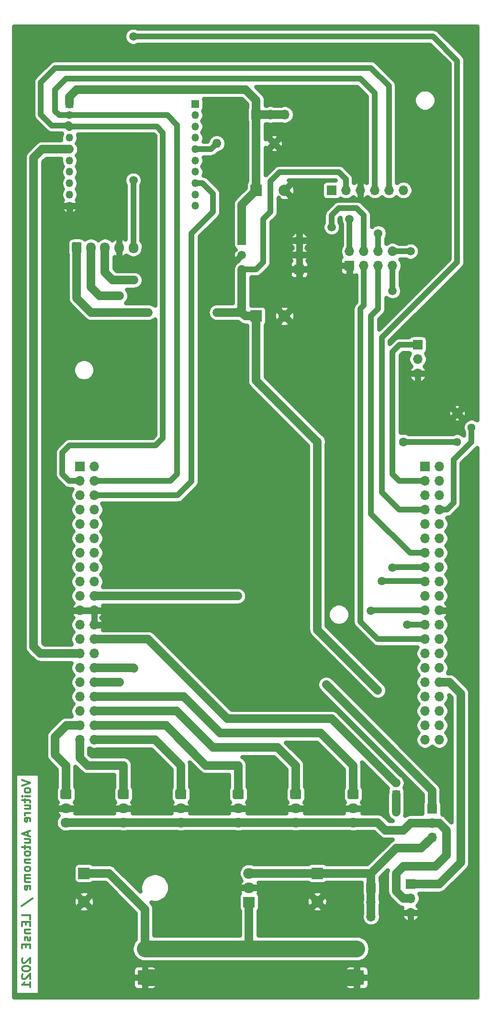
<source format=gbr>
%TF.GenerationSoftware,KiCad,Pcbnew,(5.1.6)-1*%
%TF.CreationDate,2023-02-11T22:10:46+01:00*%
%TF.ProjectId,CapteursVoiture,43617074-6575-4727-9356-6f6974757265,rev?*%
%TF.SameCoordinates,Original*%
%TF.FileFunction,Copper,L2,Bot*%
%TF.FilePolarity,Positive*%
%FSLAX46Y46*%
G04 Gerber Fmt 4.6, Leading zero omitted, Abs format (unit mm)*
G04 Created by KiCad (PCBNEW (5.1.6)-1) date 2023-02-11 22:10:46*
%MOMM*%
%LPD*%
G01*
G04 APERTURE LIST*
%TA.AperFunction,NonConductor*%
%ADD10C,0.300000*%
%TD*%
%TA.AperFunction,ComponentPad*%
%ADD11O,1.700000X1.700000*%
%TD*%
%TA.AperFunction,ComponentPad*%
%ADD12R,1.700000X1.700000*%
%TD*%
%TA.AperFunction,ComponentPad*%
%ADD13R,2.000000X2.000000*%
%TD*%
%TA.AperFunction,ComponentPad*%
%ADD14C,2.000000*%
%TD*%
%TA.AperFunction,ComponentPad*%
%ADD15R,1.350000X1.350000*%
%TD*%
%TA.AperFunction,ComponentPad*%
%ADD16O,1.350000X1.350000*%
%TD*%
%TA.AperFunction,ComponentPad*%
%ADD17O,1.700000X1.950000*%
%TD*%
%TA.AperFunction,ComponentPad*%
%ADD18O,1.950000X1.700000*%
%TD*%
%TA.AperFunction,ComponentPad*%
%ADD19R,2.600000X2.600000*%
%TD*%
%TA.AperFunction,ComponentPad*%
%ADD20C,2.600000*%
%TD*%
%TA.AperFunction,ComponentPad*%
%ADD21R,2.000000X1.905000*%
%TD*%
%TA.AperFunction,ComponentPad*%
%ADD22O,2.000000X1.905000*%
%TD*%
%TA.AperFunction,ComponentPad*%
%ADD23C,1.500000*%
%TD*%
%TA.AperFunction,ComponentPad*%
%ADD24R,1.500000X1.500000*%
%TD*%
%TA.AperFunction,ComponentPad*%
%ADD25C,1.600000*%
%TD*%
%TA.AperFunction,ComponentPad*%
%ADD26O,1.600000X1.600000*%
%TD*%
%TA.AperFunction,ComponentPad*%
%ADD27C,1.440000*%
%TD*%
%TA.AperFunction,ViaPad*%
%ADD28C,1.500000*%
%TD*%
%TA.AperFunction,Conductor*%
%ADD29C,1.500000*%
%TD*%
%TA.AperFunction,Conductor*%
%ADD30C,1.000000*%
%TD*%
%TA.AperFunction,Conductor*%
%ADD31C,3.000000*%
%TD*%
%TA.AperFunction,Conductor*%
%ADD32C,0.800000*%
%TD*%
G04 APERTURE END LIST*
D10*
X36008571Y-163252857D02*
X37508571Y-163752857D01*
X36008571Y-164252857D01*
X37508571Y-164967142D02*
X37437142Y-164824285D01*
X37365714Y-164752857D01*
X37222857Y-164681428D01*
X36794285Y-164681428D01*
X36651428Y-164752857D01*
X36580000Y-164824285D01*
X36508571Y-164967142D01*
X36508571Y-165181428D01*
X36580000Y-165324285D01*
X36651428Y-165395714D01*
X36794285Y-165467142D01*
X37222857Y-165467142D01*
X37365714Y-165395714D01*
X37437142Y-165324285D01*
X37508571Y-165181428D01*
X37508571Y-164967142D01*
X37508571Y-166110000D02*
X36508571Y-166110000D01*
X36008571Y-166110000D02*
X36080000Y-166038571D01*
X36151428Y-166110000D01*
X36080000Y-166181428D01*
X36008571Y-166110000D01*
X36151428Y-166110000D01*
X36508571Y-166610000D02*
X36508571Y-167181428D01*
X36008571Y-166824285D02*
X37294285Y-166824285D01*
X37437142Y-166895714D01*
X37508571Y-167038571D01*
X37508571Y-167181428D01*
X36508571Y-168324285D02*
X37508571Y-168324285D01*
X36508571Y-167681428D02*
X37294285Y-167681428D01*
X37437142Y-167752857D01*
X37508571Y-167895714D01*
X37508571Y-168110000D01*
X37437142Y-168252857D01*
X37365714Y-168324285D01*
X37508571Y-169038571D02*
X36508571Y-169038571D01*
X36794285Y-169038571D02*
X36651428Y-169110000D01*
X36580000Y-169181428D01*
X36508571Y-169324285D01*
X36508571Y-169467142D01*
X37437142Y-170538571D02*
X37508571Y-170395714D01*
X37508571Y-170110000D01*
X37437142Y-169967142D01*
X37294285Y-169895714D01*
X36722857Y-169895714D01*
X36580000Y-169967142D01*
X36508571Y-170110000D01*
X36508571Y-170395714D01*
X36580000Y-170538571D01*
X36722857Y-170610000D01*
X36865714Y-170610000D01*
X37008571Y-169895714D01*
X37080000Y-172324285D02*
X37080000Y-173038571D01*
X37508571Y-172181428D02*
X36008571Y-172681428D01*
X37508571Y-173181428D01*
X36508571Y-174324285D02*
X37508571Y-174324285D01*
X36508571Y-173681428D02*
X37294285Y-173681428D01*
X37437142Y-173752857D01*
X37508571Y-173895714D01*
X37508571Y-174110000D01*
X37437142Y-174252857D01*
X37365714Y-174324285D01*
X36508571Y-174824285D02*
X36508571Y-175395714D01*
X36008571Y-175038571D02*
X37294285Y-175038571D01*
X37437142Y-175110000D01*
X37508571Y-175252857D01*
X37508571Y-175395714D01*
X37508571Y-176110000D02*
X37437142Y-175967142D01*
X37365714Y-175895714D01*
X37222857Y-175824285D01*
X36794285Y-175824285D01*
X36651428Y-175895714D01*
X36580000Y-175967142D01*
X36508571Y-176110000D01*
X36508571Y-176324285D01*
X36580000Y-176467142D01*
X36651428Y-176538571D01*
X36794285Y-176610000D01*
X37222857Y-176610000D01*
X37365714Y-176538571D01*
X37437142Y-176467142D01*
X37508571Y-176324285D01*
X37508571Y-176110000D01*
X36508571Y-177252857D02*
X37508571Y-177252857D01*
X36651428Y-177252857D02*
X36580000Y-177324285D01*
X36508571Y-177467142D01*
X36508571Y-177681428D01*
X36580000Y-177824285D01*
X36722857Y-177895714D01*
X37508571Y-177895714D01*
X37508571Y-178824285D02*
X37437142Y-178681428D01*
X37365714Y-178610000D01*
X37222857Y-178538571D01*
X36794285Y-178538571D01*
X36651428Y-178610000D01*
X36580000Y-178681428D01*
X36508571Y-178824285D01*
X36508571Y-179038571D01*
X36580000Y-179181428D01*
X36651428Y-179252857D01*
X36794285Y-179324285D01*
X37222857Y-179324285D01*
X37365714Y-179252857D01*
X37437142Y-179181428D01*
X37508571Y-179038571D01*
X37508571Y-178824285D01*
X37508571Y-179967142D02*
X36508571Y-179967142D01*
X36651428Y-179967142D02*
X36580000Y-180038571D01*
X36508571Y-180181428D01*
X36508571Y-180395714D01*
X36580000Y-180538571D01*
X36722857Y-180610000D01*
X37508571Y-180610000D01*
X36722857Y-180610000D02*
X36580000Y-180681428D01*
X36508571Y-180824285D01*
X36508571Y-181038571D01*
X36580000Y-181181428D01*
X36722857Y-181252857D01*
X37508571Y-181252857D01*
X37437142Y-182538571D02*
X37508571Y-182395714D01*
X37508571Y-182110000D01*
X37437142Y-181967142D01*
X37294285Y-181895714D01*
X36722857Y-181895714D01*
X36580000Y-181967142D01*
X36508571Y-182110000D01*
X36508571Y-182395714D01*
X36580000Y-182538571D01*
X36722857Y-182610000D01*
X36865714Y-182610000D01*
X37008571Y-181895714D01*
X35937142Y-185467142D02*
X37865714Y-184181428D01*
X37508571Y-187824285D02*
X37508571Y-187110000D01*
X36008571Y-187110000D01*
X36722857Y-188324285D02*
X36722857Y-188824285D01*
X37508571Y-189038571D02*
X37508571Y-188324285D01*
X36008571Y-188324285D01*
X36008571Y-189038571D01*
X36508571Y-189681428D02*
X37508571Y-189681428D01*
X36651428Y-189681428D02*
X36580000Y-189752857D01*
X36508571Y-189895714D01*
X36508571Y-190110000D01*
X36580000Y-190252857D01*
X36722857Y-190324285D01*
X37508571Y-190324285D01*
X37437142Y-190967142D02*
X37508571Y-191110000D01*
X37508571Y-191395714D01*
X37437142Y-191538571D01*
X37294285Y-191610000D01*
X37222857Y-191610000D01*
X37080000Y-191538571D01*
X37008571Y-191395714D01*
X37008571Y-191181428D01*
X36937142Y-191038571D01*
X36794285Y-190967142D01*
X36722857Y-190967142D01*
X36580000Y-191038571D01*
X36508571Y-191181428D01*
X36508571Y-191395714D01*
X36580000Y-191538571D01*
X36722857Y-192252857D02*
X36722857Y-192752857D01*
X37508571Y-192967142D02*
X37508571Y-192252857D01*
X36008571Y-192252857D01*
X36008571Y-192967142D01*
X36151428Y-194681428D02*
X36080000Y-194752857D01*
X36008571Y-194895714D01*
X36008571Y-195252857D01*
X36080000Y-195395714D01*
X36151428Y-195467142D01*
X36294285Y-195538571D01*
X36437142Y-195538571D01*
X36651428Y-195467142D01*
X37508571Y-194610000D01*
X37508571Y-195538571D01*
X36008571Y-196467142D02*
X36008571Y-196610000D01*
X36080000Y-196752857D01*
X36151428Y-196824285D01*
X36294285Y-196895714D01*
X36580000Y-196967142D01*
X36937142Y-196967142D01*
X37222857Y-196895714D01*
X37365714Y-196824285D01*
X37437142Y-196752857D01*
X37508571Y-196610000D01*
X37508571Y-196467142D01*
X37437142Y-196324285D01*
X37365714Y-196252857D01*
X37222857Y-196181428D01*
X36937142Y-196110000D01*
X36580000Y-196110000D01*
X36294285Y-196181428D01*
X36151428Y-196252857D01*
X36080000Y-196324285D01*
X36008571Y-196467142D01*
X36151428Y-197538571D02*
X36080000Y-197610000D01*
X36008571Y-197752857D01*
X36008571Y-198110000D01*
X36080000Y-198252857D01*
X36151428Y-198324285D01*
X36294285Y-198395714D01*
X36437142Y-198395714D01*
X36651428Y-198324285D01*
X37508571Y-197467142D01*
X37508571Y-198395714D01*
X37508571Y-199824285D02*
X37508571Y-198967142D01*
X37508571Y-199395714D02*
X36008571Y-199395714D01*
X36222857Y-199252857D01*
X36365714Y-199110000D01*
X36437142Y-198967142D01*
D11*
%TO.P,J15,3*%
%TO.N,GND*%
X104775000Y-186690000D03*
%TO.P,J15,2*%
%TO.N,5V*%
X104775000Y-184150000D03*
D12*
%TO.P,J15,1*%
%TO.N,NUC_DIR*%
X104775000Y-181610000D03*
%TD*%
D13*
%TO.P,C4,1*%
%TO.N,5V_REG*%
X88265000Y-179705000D03*
D14*
%TO.P,C4,2*%
%TO.N,GND*%
X88265000Y-184705000D03*
%TD*%
D15*
%TO.P,J19,1*%
%TO.N,5V_REG*%
X102235000Y-165735000D03*
D16*
%TO.P,J19,2*%
%TO.N,5V_REG_VIN*%
X102235000Y-163735000D03*
%TD*%
%TO.P,J17,1*%
%TO.N,5V*%
%TA.AperFunction,ComponentPad*%
G36*
G01*
X44870000Y-69940000D02*
X44870000Y-68490000D01*
G75*
G02*
X45120000Y-68240000I250000J0D01*
G01*
X46320000Y-68240000D01*
G75*
G02*
X46570000Y-68490000I0J-250000D01*
G01*
X46570000Y-69940000D01*
G75*
G02*
X46320000Y-70190000I-250000J0D01*
G01*
X45120000Y-70190000D01*
G75*
G02*
X44870000Y-69940000I0J250000D01*
G01*
G37*
%TD.AperFunction*%
D17*
%TO.P,J17,2*%
%TO.N,RX_4*%
X48220000Y-69215000D03*
%TO.P,J17,3*%
%TO.N,TX_4*%
X50720000Y-69215000D03*
%TO.P,J17,4*%
%TO.N,GND*%
X53220000Y-69215000D03*
%TO.P,J17,5*%
%TO.N,Lidar_MOT*%
X55720000Y-69215000D03*
%TD*%
D12*
%TO.P,J8,1*%
%TO.N,Net-(J8-Pad1)*%
X90805000Y-59055000D03*
D11*
%TO.P,J8,2*%
%TO.N,5V*%
X93345000Y-59055000D03*
%TO.P,J8,3*%
%TO.N,GND*%
X95885000Y-59055000D03*
%TO.P,J8,4*%
%TO.N,RX*%
X98425000Y-59055000D03*
%TO.P,J8,5*%
%TO.N,TX*%
X100965000Y-59055000D03*
%TO.P,J8,6*%
%TO.N,Net-(J8-Pad6)*%
X103505000Y-59055000D03*
%TD*%
D14*
%TO.P,C1,2*%
%TO.N,GND*%
X46990000Y-184705000D03*
D13*
%TO.P,C1,1*%
%TO.N,VIN*%
X46990000Y-179705000D03*
%TD*%
D14*
%TO.P,C2,2*%
%TO.N,GND*%
X82470000Y-81280000D03*
D13*
%TO.P,C2,1*%
%TO.N,5V*%
X77470000Y-81280000D03*
%TD*%
%TO.P,C3,1*%
%TO.N,3.3V*%
X77470000Y-59055000D03*
D14*
%TO.P,C3,2*%
%TO.N,GND*%
X82470000Y-59055000D03*
%TD*%
D18*
%TO.P,J1,3*%
%TO.N,5V*%
X43815000Y-170735000D03*
%TO.P,J1,2*%
%TO.N,GND*%
X43815000Y-168235000D03*
%TO.P,J1,1*%
%TO.N,VCapt1*%
%TA.AperFunction,ComponentPad*%
G36*
G01*
X43090000Y-164885000D02*
X44540000Y-164885000D01*
G75*
G02*
X44790000Y-165135000I0J-250000D01*
G01*
X44790000Y-166335000D01*
G75*
G02*
X44540000Y-166585000I-250000J0D01*
G01*
X43090000Y-166585000D01*
G75*
G02*
X42840000Y-166335000I0J250000D01*
G01*
X42840000Y-165135000D01*
G75*
G02*
X43090000Y-164885000I250000J0D01*
G01*
G37*
%TD.AperFunction*%
%TD*%
%TO.P,J2,1*%
%TO.N,VCapt2*%
%TA.AperFunction,ComponentPad*%
G36*
G01*
X53250000Y-164885000D02*
X54700000Y-164885000D01*
G75*
G02*
X54950000Y-165135000I0J-250000D01*
G01*
X54950000Y-166335000D01*
G75*
G02*
X54700000Y-166585000I-250000J0D01*
G01*
X53250000Y-166585000D01*
G75*
G02*
X53000000Y-166335000I0J250000D01*
G01*
X53000000Y-165135000D01*
G75*
G02*
X53250000Y-164885000I250000J0D01*
G01*
G37*
%TD.AperFunction*%
%TO.P,J2,2*%
%TO.N,GND*%
X53975000Y-168235000D03*
%TO.P,J2,3*%
%TO.N,5V*%
X53975000Y-170735000D03*
%TD*%
%TO.P,J3,1*%
%TO.N,VCapt3*%
%TA.AperFunction,ComponentPad*%
G36*
G01*
X93890000Y-164885000D02*
X95340000Y-164885000D01*
G75*
G02*
X95590000Y-165135000I0J-250000D01*
G01*
X95590000Y-166335000D01*
G75*
G02*
X95340000Y-166585000I-250000J0D01*
G01*
X93890000Y-166585000D01*
G75*
G02*
X93640000Y-166335000I0J250000D01*
G01*
X93640000Y-165135000D01*
G75*
G02*
X93890000Y-164885000I250000J0D01*
G01*
G37*
%TD.AperFunction*%
%TO.P,J3,2*%
%TO.N,GND*%
X94615000Y-168235000D03*
%TO.P,J3,3*%
%TO.N,5V*%
X94615000Y-170735000D03*
%TD*%
%TO.P,J4,3*%
%TO.N,5V*%
X84455000Y-170735000D03*
%TO.P,J4,2*%
%TO.N,GND*%
X84455000Y-168235000D03*
%TO.P,J4,1*%
%TO.N,VCapt4*%
%TA.AperFunction,ComponentPad*%
G36*
G01*
X83730000Y-164885000D02*
X85180000Y-164885000D01*
G75*
G02*
X85430000Y-165135000I0J-250000D01*
G01*
X85430000Y-166335000D01*
G75*
G02*
X85180000Y-166585000I-250000J0D01*
G01*
X83730000Y-166585000D01*
G75*
G02*
X83480000Y-166335000I0J250000D01*
G01*
X83480000Y-165135000D01*
G75*
G02*
X83730000Y-164885000I250000J0D01*
G01*
G37*
%TD.AperFunction*%
%TD*%
%TO.P,J5,1*%
%TO.N,VCapt5*%
%TA.AperFunction,ComponentPad*%
G36*
G01*
X73570000Y-164885000D02*
X75020000Y-164885000D01*
G75*
G02*
X75270000Y-165135000I0J-250000D01*
G01*
X75270000Y-166335000D01*
G75*
G02*
X75020000Y-166585000I-250000J0D01*
G01*
X73570000Y-166585000D01*
G75*
G02*
X73320000Y-166335000I0J250000D01*
G01*
X73320000Y-165135000D01*
G75*
G02*
X73570000Y-164885000I250000J0D01*
G01*
G37*
%TD.AperFunction*%
%TO.P,J5,2*%
%TO.N,GND*%
X74295000Y-168235000D03*
%TO.P,J5,3*%
%TO.N,5V*%
X74295000Y-170735000D03*
%TD*%
%TO.P,J6,3*%
%TO.N,5V*%
X64135000Y-170735000D03*
%TO.P,J6,2*%
%TO.N,GND*%
X64135000Y-168235000D03*
%TO.P,J6,1*%
%TO.N,VCaptLD*%
%TA.AperFunction,ComponentPad*%
G36*
G01*
X63410000Y-164885000D02*
X64860000Y-164885000D01*
G75*
G02*
X65110000Y-165135000I0J-250000D01*
G01*
X65110000Y-166335000D01*
G75*
G02*
X64860000Y-166585000I-250000J0D01*
G01*
X63410000Y-166585000D01*
G75*
G02*
X63160000Y-166335000I0J250000D01*
G01*
X63160000Y-165135000D01*
G75*
G02*
X63410000Y-164885000I250000J0D01*
G01*
G37*
%TD.AperFunction*%
%TD*%
D12*
%TO.P,J7,1*%
%TO.N,5V_NUC*%
X108585000Y-168275000D03*
D11*
%TO.P,J7,2*%
%TO.N,5V*%
X108585000Y-170815000D03*
%TO.P,J7,3*%
%TO.N,5V_REG*%
X108585000Y-173355000D03*
%TD*%
D19*
%TO.P,J12,1*%
%TO.N,GND*%
X95250000Y-198120000D03*
D20*
%TO.P,J12,2*%
%TO.N,VIN*%
X95250000Y-193040000D03*
%TD*%
D19*
%TO.P,J13,1*%
%TO.N,GND*%
X57785000Y-198120000D03*
D20*
%TO.P,J13,2*%
%TO.N,VIN*%
X57785000Y-193040000D03*
%TD*%
D21*
%TO.P,U1,1*%
%TO.N,VIN*%
X76200000Y-184785000D03*
D22*
%TO.P,U1,2*%
%TO.N,GND*%
X76200000Y-182245000D03*
%TO.P,U1,3*%
%TO.N,5V_REG*%
X76200000Y-179705000D03*
%TD*%
D11*
%TO.P,J10,40*%
%TO.N,VCaptLD*%
X48815001Y-156130001D03*
%TO.P,J10,39*%
%TO.N,VCapt2*%
X46275001Y-156130001D03*
%TO.P,J10,38*%
%TO.N,VCapt5*%
X48815001Y-153590001D03*
%TO.P,J10,37*%
%TO.N,VCapt1*%
X46275001Y-153590001D03*
%TO.P,J10,36*%
%TO.N,VCapt4*%
X48815001Y-151050001D03*
%TO.P,J10,35*%
%TO.N,Net-(J10-Pad35)*%
X46275001Y-151050001D03*
%TO.P,J10,34*%
%TO.N,VCapt3*%
X48815001Y-148510001D03*
%TO.P,J10,33*%
%TO.N,Net-(J10-Pad33)*%
X46275001Y-148510001D03*
%TO.P,J10,32*%
%TO.N,RX_4*%
X48815001Y-145970001D03*
%TO.P,J10,31*%
%TO.N,Net-(J10-Pad31)*%
X46275001Y-145970001D03*
%TO.P,J10,30*%
%TO.N,TX_4*%
X48815001Y-143430001D03*
%TO.P,J10,29*%
%TO.N,Net-(J10-Pad29)*%
X46275001Y-143430001D03*
%TO.P,J10,28*%
%TO.N,Net-(J10-Pad28)*%
X48815001Y-140890001D03*
%TO.P,J10,27*%
%TO.N,RESET_N*%
X46275001Y-140890001D03*
%TO.P,J10,26*%
%TO.N,5V_REG_VIN*%
X48815001Y-138350001D03*
%TO.P,J10,25*%
%TO.N,Net-(J10-Pad25)*%
X46275001Y-138350001D03*
%TO.P,J10,24*%
%TO.N,GND*%
X48815001Y-135810001D03*
%TO.P,J10,23*%
%TO.N,Net-(J10-Pad23)*%
X46275001Y-135810001D03*
%TO.P,J10,22*%
%TO.N,GND*%
X48815001Y-133270001D03*
%TO.P,J10,21*%
X46275001Y-133270001D03*
%TO.P,J10,20*%
%TO.N,5V_NUC*%
X48815001Y-130730001D03*
%TO.P,J10,19*%
%TO.N,Net-(J10-Pad19)*%
X46275001Y-130730001D03*
%TO.P,J10,18*%
%TO.N,3.3V_NUC*%
X48815001Y-128190001D03*
%TO.P,J10,17*%
%TO.N,Net-(J10-Pad17)*%
X46275001Y-128190001D03*
%TO.P,J10,16*%
%TO.N,Net-(J10-Pad16)*%
X48815001Y-125650001D03*
%TO.P,J10,15*%
%TO.N,Net-(J10-Pad15)*%
X46275001Y-125650001D03*
%TO.P,J10,14*%
%TO.N,Net-(J10-Pad14)*%
X48815001Y-123110001D03*
%TO.P,J10,13*%
%TO.N,Net-(J10-Pad13)*%
X46275001Y-123110001D03*
%TO.P,J10,12*%
%TO.N,Net-(J10-Pad12)*%
X48815001Y-120570001D03*
%TO.P,J10,11*%
%TO.N,Net-(J10-Pad11)*%
X46275001Y-120570001D03*
%TO.P,J10,10*%
%TO.N,Net-(J10-Pad10)*%
X48815001Y-118030001D03*
%TO.P,J10,9*%
%TO.N,Net-(J10-Pad9)*%
X46275001Y-118030001D03*
%TO.P,J10,8*%
%TO.N,Net-(J10-Pad8)*%
X48815001Y-115490001D03*
%TO.P,J10,7*%
%TO.N,Net-(J10-Pad7)*%
X46275001Y-115490001D03*
%TO.P,J10,6*%
%TO.N,GPIO2_STATUS*%
X48815001Y-112950001D03*
%TO.P,J10,5*%
%TO.N,Net-(J10-Pad5)*%
X46275001Y-112950001D03*
%TO.P,J10,4*%
%TO.N,RX*%
X48815001Y-110410001D03*
%TO.P,J10,3*%
%TO.N,TX*%
X46275001Y-110410001D03*
%TO.P,J10,2*%
%TO.N,Net-(J10-Pad2)*%
X48815001Y-107870001D03*
D12*
%TO.P,J10,1*%
%TO.N,Net-(J10-Pad1)*%
X46275001Y-107870001D03*
%TD*%
%TO.P,J14,1*%
%TO.N,Net-(J14-Pad1)*%
X107315000Y-107870001D03*
D11*
%TO.P,J14,2*%
%TO.N,Net-(J14-Pad2)*%
X109855000Y-107870001D03*
%TO.P,J14,3*%
%TO.N,NUC_MOT*%
X107315000Y-110410001D03*
%TO.P,J14,4*%
%TO.N,Net-(J14-Pad4)*%
X109855000Y-110410001D03*
%TO.P,J14,5*%
%TO.N,Net-(J14-Pad5)*%
X107315000Y-112950001D03*
%TO.P,J14,6*%
%TO.N,Net-(J14-Pad6)*%
X109855000Y-112950001D03*
%TO.P,J14,7*%
%TO.N,Lidar_MOT*%
X107315000Y-115490001D03*
%TO.P,J14,8*%
%TO.N,VPOT*%
X109855000Y-115490001D03*
%TO.P,J14,9*%
%TO.N,Net-(J14-Pad9)*%
X107315000Y-118030001D03*
%TO.P,J14,10*%
%TO.N,Net-(J14-Pad10)*%
X109855000Y-118030001D03*
%TO.P,J14,11*%
%TO.N,Net-(J14-Pad11)*%
X107315000Y-120570001D03*
%TO.P,J14,12*%
%TO.N,Net-(J14-Pad12)*%
X109855000Y-120570001D03*
%TO.P,J14,13*%
%TO.N,SCK*%
X107315000Y-123110001D03*
%TO.P,J14,14*%
%TO.N,Net-(J14-Pad14)*%
X109855000Y-123110001D03*
%TO.P,J14,15*%
%TO.N,MISO*%
X107315000Y-125650001D03*
%TO.P,J14,16*%
%TO.N,Net-(J14-Pad16)*%
X109855000Y-125650001D03*
%TO.P,J14,17*%
%TO.N,MOSI*%
X107315000Y-128190001D03*
%TO.P,J14,18*%
%TO.N,Net-(J14-Pad18)*%
X109855000Y-128190001D03*
%TO.P,J14,19*%
%TO.N,Net-(J14-Pad19)*%
X107315000Y-130730001D03*
%TO.P,J14,20*%
%TO.N,Net-(J14-Pad20)*%
X109855000Y-130730001D03*
%TO.P,J14,21*%
%TO.N,CSN_nRF*%
X107315000Y-133270001D03*
%TO.P,J14,22*%
%TO.N,GND*%
X109855000Y-133270001D03*
%TO.P,J14,23*%
%TO.N,IRQ_nRF*%
X107315000Y-135810001D03*
%TO.P,J14,24*%
%TO.N,Net-(J14-Pad24)*%
X109855000Y-135810001D03*
%TO.P,J14,25*%
%TO.N,CE_nRF*%
X107315000Y-138350001D03*
%TO.P,J14,26*%
%TO.N,Net-(J14-Pad26)*%
X109855000Y-138350001D03*
%TO.P,J14,27*%
%TO.N,Net-(J14-Pad27)*%
X107315000Y-140890001D03*
%TO.P,J14,28*%
%TO.N,Net-(J14-Pad28)*%
X109855000Y-140890001D03*
%TO.P,J14,29*%
%TO.N,Net-(J14-Pad29)*%
X107315000Y-143430001D03*
%TO.P,J14,30*%
%TO.N,Net-(J14-Pad30)*%
X109855000Y-143430001D03*
%TO.P,J14,31*%
%TO.N,Net-(J14-Pad31)*%
X107315000Y-145970001D03*
%TO.P,J14,32*%
%TO.N,NUC_DIR*%
X109855000Y-145970001D03*
%TO.P,J14,33*%
%TO.N,Net-(J14-Pad33)*%
X107315000Y-148510001D03*
%TO.P,J14,34*%
%TO.N,Net-(J14-Pad34)*%
X109855000Y-148510001D03*
%TO.P,J14,35*%
%TO.N,Net-(J14-Pad35)*%
X107315000Y-151050001D03*
%TO.P,J14,36*%
%TO.N,Net-(J14-Pad36)*%
X109855000Y-151050001D03*
%TO.P,J14,37*%
%TO.N,Net-(J14-Pad37)*%
X107315000Y-153590001D03*
%TO.P,J14,38*%
%TO.N,Net-(J14-Pad38)*%
X109855000Y-153590001D03*
%TO.P,J14,39*%
%TO.N,Net-(J14-Pad39)*%
X107315000Y-156130001D03*
%TO.P,J14,40*%
%TO.N,Net-(J14-Pad40)*%
X109855000Y-156130001D03*
%TD*%
D23*
%TO.P,U2,2*%
%TO.N,GND*%
X74930000Y-70485000D03*
%TO.P,U2,3*%
%TO.N,5V*%
X74930000Y-73025000D03*
D24*
%TO.P,U2,1*%
%TO.N,3.3V*%
X74930000Y-67945000D03*
%TD*%
D12*
%TO.P,J16,1*%
%TO.N,NUC_MOT*%
X106045000Y-86360000D03*
D11*
%TO.P,J16,2*%
%TO.N,Net-(J16-Pad2)*%
X106045000Y-88900000D03*
%TO.P,J16,3*%
%TO.N,GND*%
X106045000Y-91440000D03*
%TD*%
D15*
%TO.P,J9,1*%
%TO.N,3.3V*%
X44450000Y-43815000D03*
D16*
%TO.P,J9,2*%
%TO.N,RX*%
X44450000Y-45815000D03*
%TO.P,J9,3*%
%TO.N,TX*%
X44450000Y-47815000D03*
%TO.P,J9,4*%
%TO.N,Net-(J9-Pad4)*%
X44450000Y-49815000D03*
%TO.P,J9,5*%
%TO.N,RESET_N*%
X44450000Y-51815000D03*
%TO.P,J9,6*%
%TO.N,Net-(J9-Pad6)*%
X44450000Y-53815000D03*
%TO.P,J9,7*%
%TO.N,Net-(J9-Pad7)*%
X44450000Y-55815000D03*
%TO.P,J9,8*%
%TO.N,Net-(J9-Pad8)*%
X44450000Y-57815000D03*
%TO.P,J9,9*%
%TO.N,Net-(J9-Pad9)*%
X44450000Y-59815000D03*
%TO.P,J9,10*%
%TO.N,GND*%
X44450000Y-61815000D03*
%TD*%
%TO.P,J11,10*%
%TO.N,Net-(J11-Pad10)*%
X66675000Y-61815000D03*
%TO.P,J11,9*%
%TO.N,Net-(J11-Pad9)*%
X66675000Y-59815000D03*
%TO.P,J11,8*%
%TO.N,GPIO2_STATUS*%
X66675000Y-57815000D03*
%TO.P,J11,7*%
%TO.N,Net-(J11-Pad7)*%
X66675000Y-55815000D03*
%TO.P,J11,6*%
%TO.N,Net-(J11-Pad6)*%
X66675000Y-53815000D03*
%TO.P,J11,5*%
%TO.N,Net-(J11-Pad5)*%
X66675000Y-51815000D03*
%TO.P,J11,4*%
%TO.N,Net-(J11-Pad4)*%
X66675000Y-49815000D03*
%TO.P,J11,3*%
%TO.N,Net-(J11-Pad3)*%
X66675000Y-47815000D03*
%TO.P,J11,2*%
%TO.N,Net-(J11-Pad2)*%
X66675000Y-45815000D03*
D15*
%TO.P,J11,1*%
%TO.N,Net-(J11-Pad1)*%
X66675000Y-43815000D03*
%TD*%
D12*
%TO.P,J18,1*%
%TO.N,GND*%
X85090000Y-73025000D03*
D11*
%TO.P,J18,2*%
X85090000Y-70485000D03*
%TO.P,J18,3*%
X85090000Y-67945000D03*
%TD*%
D12*
%TO.P,J20,1*%
%TO.N,5V_REG*%
X97790000Y-182245000D03*
D11*
%TO.P,J20,2*%
X97790000Y-184785000D03*
%TO.P,J20,3*%
X97790000Y-187325000D03*
%TD*%
%TO.P,J21,3*%
%TO.N,3.3V*%
X82550000Y-45720000D03*
%TO.P,J21,2*%
X80010000Y-45720000D03*
D12*
%TO.P,J21,1*%
X77470000Y-45720000D03*
%TD*%
D25*
%TO.P,R1,1*%
%TO.N,GND*%
X80645000Y-50800000D03*
D26*
%TO.P,R1,2*%
%TO.N,Net-(J11-Pad5)*%
X70485000Y-50800000D03*
%TD*%
D27*
%TO.P,RV1,3*%
%TO.N,GND*%
X113030000Y-98425000D03*
%TO.P,RV1,2*%
%TO.N,VPOT*%
X115570000Y-100965000D03*
%TO.P,RV1,1*%
%TO.N,Net-(R2-Pad1)*%
X113030000Y-103505000D03*
%TD*%
D12*
%TO.P,J22,1*%
%TO.N,GND*%
X93980000Y-72390000D03*
D11*
%TO.P,J22,2*%
%TO.N,3.3V*%
X93980000Y-69850000D03*
%TO.P,J22,3*%
%TO.N,CE_nRF*%
X96520000Y-72390000D03*
%TO.P,J22,4*%
%TO.N,CSN_nRF*%
X96520000Y-69850000D03*
%TO.P,J22,5*%
%TO.N,SCK*%
X99060000Y-72390000D03*
%TO.P,J22,6*%
%TO.N,MOSI*%
X99060000Y-69850000D03*
%TO.P,J22,7*%
%TO.N,MISO*%
X101600000Y-72390000D03*
%TO.P,J22,8*%
%TO.N,IRQ_nRF*%
X101600000Y-69850000D03*
%TD*%
D25*
%TO.P,R2,1*%
%TO.N,Net-(R2-Pad1)*%
X103505000Y-103505000D03*
D26*
%TO.P,R2,2*%
%TO.N,5V*%
X88265000Y-103505000D03*
%TD*%
D28*
%TO.N,5V*%
X70485000Y-80645000D03*
X58420000Y-80645000D03*
X98980000Y-170735000D03*
X98980000Y-147399996D03*
%TO.N,VCapt1*%
X43815000Y-160655000D03*
%TO.N,VCapt2*%
X53975000Y-160655000D03*
%TO.N,VCapt3*%
X94615000Y-160655000D03*
%TO.N,VCapt4*%
X84455000Y-160655000D03*
%TO.N,VCapt5*%
X74295000Y-160655000D03*
%TO.N,VCaptLD*%
X64135000Y-160655000D03*
%TO.N,3.3V*%
X93980000Y-64135000D03*
X74930000Y-64135000D03*
%TO.N,5V_REG*%
X102235000Y-175260000D03*
X102235000Y-168910000D03*
%TO.N,5V_NUC*%
X74215001Y-130730001D03*
X89852500Y-146367500D03*
%TO.N,RX_4*%
X53340006Y-145970001D03*
X53340004Y-77705606D03*
%TO.N,TX_4*%
X55880000Y-143509994D03*
X55880000Y-74930002D03*
%TO.N,Lidar_MOT*%
X55720000Y-57310000D03*
X55719996Y-31910004D03*
%TO.N,MISO*%
X101600000Y-125730000D03*
X101600000Y-76835000D03*
%TO.N,MOSI*%
X99695000Y-128124997D03*
X99695000Y-128124997D03*
X99060000Y-66675000D03*
%TO.N,CSN_nRF*%
X90805000Y-65585000D03*
X97790000Y-133350000D03*
%TO.N,IRQ_nRF*%
X104219999Y-135810001D03*
X104775000Y-69850000D03*
%TD*%
D29*
%TO.N,5V*%
X74930000Y-80010000D02*
X74930000Y-73660000D01*
X74930000Y-73660000D02*
X74930000Y-73025000D01*
X43815000Y-170735000D02*
X53975000Y-170735000D01*
X64135000Y-170735000D02*
X53975000Y-170735000D01*
X74295000Y-170735000D02*
X64135000Y-170735000D01*
X74295000Y-170735000D02*
X84455000Y-170735000D01*
X84455000Y-170735000D02*
X94615000Y-170735000D01*
X103505000Y-184150000D02*
X104775000Y-184150000D01*
X102235000Y-179705000D02*
X102235000Y-182880000D01*
X103505000Y-178435000D02*
X102235000Y-179705000D01*
X109855000Y-170815000D02*
X111125000Y-172085000D01*
X108585000Y-170815000D02*
X109855000Y-170815000D01*
X111125000Y-172085000D02*
X111125000Y-176530000D01*
X111125000Y-176530000D02*
X109220000Y-178435000D01*
X102235000Y-182880000D02*
X103505000Y-184150000D01*
X109220000Y-178435000D02*
X103505000Y-178435000D01*
X94615000Y-170735000D02*
X98980000Y-170735000D01*
X74295000Y-80645000D02*
X70485000Y-80645000D01*
X74930000Y-80010000D02*
X74295000Y-80645000D01*
X75565000Y-81280000D02*
X74930000Y-80645000D01*
X77470000Y-81280000D02*
X75565000Y-81280000D01*
X45720000Y-69215000D02*
X45720000Y-78105000D01*
X45720000Y-78105000D02*
X48260000Y-80645000D01*
X48260000Y-80645000D02*
X58420000Y-80645000D01*
X104775000Y-170815000D02*
X108585000Y-170815000D01*
X103505000Y-172085000D02*
X104775000Y-170815000D01*
X98980000Y-170735000D02*
X100330000Y-172085000D01*
X100330000Y-172085000D02*
X103505000Y-172085000D01*
X77470000Y-85090000D02*
X77470000Y-81280000D01*
X88265000Y-103505000D02*
X77470000Y-92710000D01*
X77470000Y-92710000D02*
X77470000Y-85090000D01*
X88265000Y-136684996D02*
X98980000Y-147399996D01*
X88265000Y-103505000D02*
X88265000Y-136684996D01*
D30*
X93345000Y-57150000D02*
X93345000Y-59055000D01*
X81597500Y-55880000D02*
X92075000Y-55880000D01*
X80010000Y-57467500D02*
X81597500Y-55880000D01*
X77470000Y-73025000D02*
X78740000Y-71755000D01*
X74930000Y-73025000D02*
X77470000Y-73025000D01*
X78740000Y-71755000D02*
X78740000Y-64135000D01*
X80010000Y-62865000D02*
X80010000Y-57467500D01*
X92075000Y-55880000D02*
X93345000Y-57150000D01*
X78740000Y-64135000D02*
X80010000Y-62865000D01*
D31*
%TO.N,GND*%
X57785000Y-198120000D02*
X86995000Y-198120000D01*
X86995000Y-198120000D02*
X95250000Y-198120000D01*
D29*
%TO.N,VCapt1*%
X43815000Y-165735000D02*
X43815000Y-160655000D01*
X41910000Y-155575000D02*
X43894999Y-153590001D01*
X43815000Y-160655000D02*
X41910000Y-158750000D01*
X43894999Y-153590001D02*
X46275001Y-153590001D01*
X41910000Y-158750000D02*
X41910000Y-155575000D01*
%TO.N,VCapt2*%
X46275001Y-156130001D02*
X46275001Y-159305001D01*
X53975000Y-165735000D02*
X53975000Y-160655000D01*
X46275001Y-159305001D02*
X47625000Y-160655000D01*
X47625000Y-160655000D02*
X53975000Y-160655000D01*
%TO.N,VCapt3*%
X94615000Y-165735000D02*
X94615000Y-160655000D01*
X88900000Y-154940000D02*
X94615000Y-160655000D01*
X71120000Y-154940000D02*
X88900000Y-154940000D01*
X48815001Y-148510001D02*
X64690001Y-148510001D01*
X64690001Y-148510001D02*
X71120000Y-154940000D01*
%TO.N,VCapt4*%
X84455000Y-165735000D02*
X84455000Y-160655000D01*
X81280000Y-157480000D02*
X84455000Y-160655000D01*
X69850000Y-157480000D02*
X81280000Y-157480000D01*
X48815001Y-151050001D02*
X63420001Y-151050001D01*
X63420001Y-151050001D02*
X69850000Y-157480000D01*
%TO.N,VCapt5*%
X74295000Y-165735000D02*
X74295000Y-160655000D01*
X68580000Y-160655000D02*
X74295000Y-160655000D01*
X48815001Y-153590001D02*
X61515001Y-153590001D01*
X61515001Y-153590001D02*
X68580000Y-160655000D01*
%TO.N,VCaptLD*%
X64135000Y-165735000D02*
X64135000Y-160655000D01*
X59610001Y-156130001D02*
X64135000Y-160655000D01*
X48815001Y-156130001D02*
X59610001Y-156130001D01*
D30*
%TO.N,RX*%
X44450000Y-45815000D02*
X61785000Y-45815000D01*
X61785000Y-45815000D02*
X63500000Y-47530000D01*
X63500000Y-47530000D02*
X63500000Y-109220000D01*
X63500000Y-109220000D02*
X62309999Y-110410001D01*
X62309999Y-110410001D02*
X48815001Y-110410001D01*
X63500000Y-109220000D02*
X63500000Y-97155000D01*
X63500000Y-97155000D02*
X63500000Y-47530000D01*
X98425000Y-41910000D02*
X98425000Y-59055000D01*
X95885000Y-39370000D02*
X98425000Y-41910000D01*
X42640000Y-45815000D02*
X41910000Y-45085000D01*
X44450000Y-45815000D02*
X42640000Y-45815000D01*
X41910000Y-45085000D02*
X41910000Y-41275000D01*
X41910000Y-41275000D02*
X43815000Y-39370000D01*
X43815000Y-39370000D02*
X95885000Y-39370000D01*
D29*
%TO.N,TX*%
X44260000Y-47625000D02*
X44450000Y-47815000D01*
D30*
X44450000Y-47815000D02*
X59880000Y-47815000D01*
X44370001Y-110410001D02*
X46275001Y-110410001D01*
X43180000Y-109220000D02*
X44370001Y-110410001D01*
X60960002Y-48895002D02*
X60960002Y-102870000D01*
X60960002Y-102870000D02*
X60960000Y-102870000D01*
X60960000Y-102870000D02*
X59690000Y-104140000D01*
X59690000Y-104140000D02*
X44450000Y-104140000D01*
X44450000Y-104140000D02*
X43180000Y-105410000D01*
X43180000Y-105410000D02*
X43180000Y-109220000D01*
X60960002Y-48895002D02*
X59880000Y-47815000D01*
X100965000Y-40640000D02*
X100965000Y-59055000D01*
X97790000Y-37465000D02*
X100965000Y-40640000D01*
X41275000Y-47625000D02*
X39370000Y-45720000D01*
X44260000Y-47625000D02*
X41275000Y-47625000D01*
X39370000Y-45720000D02*
X39370000Y-40005000D01*
X39370000Y-40005000D02*
X41910000Y-37465000D01*
X41910000Y-37465000D02*
X97790000Y-37465000D01*
D31*
%TO.N,VIN*%
X86995000Y-193040000D02*
X95250000Y-193040000D01*
X57785000Y-193040000D02*
X76200000Y-193040000D01*
X76200000Y-193040000D02*
X86995000Y-193040000D01*
D29*
X46990000Y-179705000D02*
X51435000Y-179705000D01*
X51435000Y-179705000D02*
X57785000Y-186055000D01*
X57785000Y-186055000D02*
X57785000Y-193040000D01*
X76200000Y-184785000D02*
X76200000Y-193040000D01*
%TO.N,3.3V*%
X74930000Y-61595000D02*
X77470000Y-59055000D01*
X74930000Y-67945000D02*
X74930000Y-61595000D01*
X77470000Y-59055000D02*
X77470000Y-45720000D01*
X80010000Y-45720000D02*
X77470000Y-45720000D01*
X82550000Y-45720000D02*
X80010000Y-45720000D01*
X44450000Y-42545000D02*
X44450000Y-43815000D01*
X45720000Y-41275000D02*
X44450000Y-42545000D01*
X77470000Y-45720000D02*
X77470000Y-43180000D01*
X75565000Y-41275000D02*
X45720000Y-41275000D01*
X77470000Y-43180000D02*
X75565000Y-41275000D01*
D30*
X93980000Y-66675000D02*
X93980000Y-64135000D01*
X93980000Y-69850000D02*
X93980000Y-66675000D01*
D29*
%TO.N,5V_REG*%
X106680000Y-175260000D02*
X108585000Y-173355000D01*
X102235000Y-175260000D02*
X106680000Y-175260000D01*
X102235000Y-168910000D02*
X102235000Y-165735000D01*
X97790000Y-179705000D02*
X102235000Y-175260000D01*
X88265000Y-179705000D02*
X97790000Y-179705000D01*
X97790000Y-179705000D02*
X97790000Y-182245000D01*
X97790000Y-184785000D02*
X97790000Y-182880000D01*
X97790000Y-184785000D02*
X97790000Y-187325000D01*
X76200000Y-179705000D02*
X88265000Y-179705000D01*
%TO.N,5V_NUC*%
X48815001Y-130730001D02*
X74215001Y-130730001D01*
X108585000Y-168275000D02*
X108585000Y-165100000D01*
X108585000Y-165100000D02*
X89852500Y-146367500D01*
%TO.N,RESET_N*%
X46275001Y-140890001D02*
X39290001Y-140890001D01*
X39290001Y-140890001D02*
X38100000Y-139700000D01*
X44450000Y-51815000D02*
X39625000Y-51815000D01*
X39625000Y-51815000D02*
X38100000Y-53340000D01*
X38100000Y-53340000D02*
X38100000Y-53975000D01*
X38100000Y-139700000D02*
X38100000Y-53340000D01*
%TO.N,RX_4*%
X48815001Y-145970001D02*
X53340006Y-145970001D01*
X49765606Y-77705606D02*
X53340004Y-77705606D01*
X48220000Y-69215000D02*
X48220000Y-76160000D01*
X48220000Y-76160000D02*
X49765606Y-77705606D01*
%TO.N,TX_4*%
X48815001Y-143430001D02*
X55800007Y-143430001D01*
X55800007Y-143430001D02*
X55880000Y-143509994D01*
X50720000Y-69215000D02*
X50720000Y-73580000D01*
X52070002Y-74930002D02*
X55880000Y-74930002D01*
X50720000Y-73580000D02*
X52070002Y-74930002D01*
D30*
%TO.N,GPIO2_STATUS*%
X66675000Y-57815000D02*
X67975000Y-57815000D01*
X67975000Y-57815000D02*
X69850000Y-59690000D01*
X69850000Y-59690000D02*
X69850000Y-62865000D01*
X69850000Y-62865000D02*
X66040000Y-66675000D01*
X66040000Y-66675000D02*
X66040000Y-110490000D01*
X66040000Y-110490000D02*
X63579999Y-112950001D01*
X63579999Y-112950001D02*
X48815001Y-112950001D01*
%TO.N,Net-(J11-Pad5)*%
X69470000Y-51815000D02*
X70485000Y-50800000D01*
X66675000Y-51815000D02*
X69470000Y-51815000D01*
D29*
%TO.N,NUC_DIR*%
X111680001Y-145970001D02*
X109855000Y-145970001D01*
X113665000Y-147955000D02*
X111680001Y-145970001D01*
X113665000Y-177800000D02*
X113665000Y-147955000D01*
X104775000Y-181610000D02*
X109855000Y-181610000D01*
X109855000Y-181610000D02*
X113665000Y-177800000D01*
D30*
%TO.N,NUC_MOT*%
X101600000Y-109220000D02*
X101600000Y-87630000D01*
X102870000Y-86360000D02*
X106045000Y-86360000D01*
X107315000Y-110410001D02*
X102790001Y-110410001D01*
X101600000Y-87630000D02*
X102870000Y-86360000D01*
X102790001Y-110410001D02*
X101600000Y-109220000D01*
D29*
%TO.N,5V_REG_VIN*%
X102140000Y-163735000D02*
X102235000Y-163735000D01*
X72390000Y-152400000D02*
X90805000Y-152400000D01*
X48815001Y-138350001D02*
X58340001Y-138350001D01*
X90805000Y-152400000D02*
X102140000Y-163735000D01*
X58340001Y-138350001D02*
X72390000Y-152400000D01*
%TO.N,Lidar_MOT*%
X55880000Y-69055000D02*
X55720000Y-69215000D01*
D30*
X55720000Y-69215000D02*
X55720000Y-57310000D01*
X113030000Y-36195000D02*
X108745004Y-31910004D01*
X102790001Y-115490001D02*
X99695000Y-112395000D01*
X108745004Y-31910004D02*
X55719996Y-31910004D01*
X107315000Y-115490001D02*
X102790001Y-115490001D01*
X99695000Y-112395000D02*
X99695000Y-85090000D01*
X99695000Y-85090000D02*
X113030000Y-71755000D01*
X113030000Y-71755000D02*
X113030000Y-36195000D01*
%TO.N,VPOT*%
X115570000Y-103505000D02*
X115570000Y-100965000D01*
X112395000Y-106680000D02*
X115570000Y-103505000D01*
X112395000Y-114300000D02*
X112395000Y-106680000D01*
X109855000Y-115490001D02*
X111204999Y-115490001D01*
X111204999Y-115490001D02*
X112395000Y-114300000D01*
%TO.N,Net-(R2-Pad1)*%
X103505000Y-103505000D02*
X113030000Y-103505000D01*
%TO.N,SCK*%
X99060000Y-80010000D02*
X99060000Y-72390000D01*
X107315000Y-123110001D02*
X104695001Y-123110001D01*
X97790000Y-81280000D02*
X99060000Y-80010000D01*
X97790000Y-116205000D02*
X97790000Y-81280000D01*
X104695001Y-123110001D02*
X97790000Y-116205000D01*
%TO.N,MISO*%
X107315000Y-125650001D02*
X101679999Y-125650001D01*
X101679999Y-125650001D02*
X101600000Y-125730000D01*
X101600000Y-76835000D02*
X101600000Y-72390000D01*
%TO.N,MOSI*%
X107249996Y-128124997D02*
X107315000Y-128190001D01*
X99695000Y-128124997D02*
X107249996Y-128124997D01*
X99060000Y-66675000D02*
X99060000Y-69850000D01*
%TO.N,CSN_nRF*%
X95250000Y-62230000D02*
X92075000Y-62230000D01*
X96520000Y-63500000D02*
X95250000Y-62230000D01*
X96520000Y-69850000D02*
X96520000Y-63500000D01*
X90805000Y-63500000D02*
X90805000Y-65585000D01*
X92075000Y-62230000D02*
X90805000Y-63500000D01*
X97869999Y-133270001D02*
X97790000Y-133350000D01*
X107315000Y-133270001D02*
X97869999Y-133270001D01*
%TO.N,IRQ_nRF*%
X107315000Y-135810001D02*
X104219999Y-135810001D01*
X101600000Y-69850000D02*
X104775000Y-69850000D01*
%TO.N,CE_nRF*%
X95885000Y-135255000D02*
X98980001Y-138350001D01*
X98980001Y-138350001D02*
X107315000Y-138350001D01*
X95885000Y-80010000D02*
X95885000Y-135255000D01*
X96520000Y-72390000D02*
X96520000Y-79375000D01*
X96520000Y-79375000D02*
X95885000Y-80010000D01*
%TD*%
D32*
%TO.N,GND*%
G36*
X116525000Y-99654754D02*
G01*
X116337358Y-99529375D01*
X116042536Y-99407256D01*
X115729556Y-99345000D01*
X115410444Y-99345000D01*
X115097464Y-99407256D01*
X114802642Y-99529375D01*
X114537311Y-99706664D01*
X114311664Y-99932311D01*
X114134375Y-100197642D01*
X114012256Y-100492464D01*
X113950000Y-100805444D01*
X113950000Y-101124556D01*
X114012256Y-101437536D01*
X114134375Y-101732358D01*
X114170001Y-101785675D01*
X114170000Y-102353975D01*
X114062689Y-102246664D01*
X113797358Y-102069375D01*
X113502536Y-101947256D01*
X113189556Y-101885000D01*
X112870444Y-101885000D01*
X112557464Y-101947256D01*
X112262642Y-102069375D01*
X112209326Y-102105000D01*
X104469672Y-102105000D01*
X104310252Y-101998479D01*
X104000872Y-101870330D01*
X103672435Y-101805000D01*
X103337565Y-101805000D01*
X103009128Y-101870330D01*
X103000000Y-101874111D01*
X103000000Y-99552559D01*
X112185284Y-99552559D01*
X112237472Y-99856081D01*
X112531890Y-99983197D01*
X112845450Y-100050434D01*
X113166103Y-100055206D01*
X113481525Y-99997329D01*
X113779595Y-99879029D01*
X113822528Y-99856081D01*
X113874716Y-99552559D01*
X113030000Y-98707843D01*
X112185284Y-99552559D01*
X103000000Y-99552559D01*
X103000000Y-98561103D01*
X111399794Y-98561103D01*
X111457671Y-98876525D01*
X111575971Y-99174595D01*
X111598919Y-99217528D01*
X111902441Y-99269716D01*
X112747157Y-98425000D01*
X113312843Y-98425000D01*
X114157559Y-99269716D01*
X114461081Y-99217528D01*
X114588197Y-98923110D01*
X114655434Y-98609550D01*
X114660206Y-98288897D01*
X114602329Y-97973475D01*
X114484029Y-97675405D01*
X114461081Y-97632472D01*
X114157559Y-97580284D01*
X113312843Y-98425000D01*
X112747157Y-98425000D01*
X111902441Y-97580284D01*
X111598919Y-97632472D01*
X111471803Y-97926890D01*
X111404566Y-98240450D01*
X111399794Y-98561103D01*
X103000000Y-98561103D01*
X103000000Y-97297441D01*
X112185284Y-97297441D01*
X113030000Y-98142157D01*
X113874716Y-97297441D01*
X113822528Y-96993919D01*
X113528110Y-96866803D01*
X113214550Y-96799566D01*
X112893897Y-96794794D01*
X112578475Y-96852671D01*
X112280405Y-96970971D01*
X112237472Y-96993919D01*
X112185284Y-97297441D01*
X103000000Y-97297441D01*
X103000000Y-91910764D01*
X104351204Y-91910764D01*
X104375112Y-91989600D01*
X104514420Y-92304819D01*
X104712547Y-92586803D01*
X104961880Y-92824716D01*
X105252836Y-93009415D01*
X105574235Y-93133803D01*
X105845000Y-92959593D01*
X105845000Y-91640000D01*
X106245000Y-91640000D01*
X106245000Y-92959593D01*
X106515765Y-93133803D01*
X106837164Y-93009415D01*
X107128120Y-92824716D01*
X107377453Y-92586803D01*
X107575580Y-92304819D01*
X107714888Y-91989600D01*
X107738796Y-91910764D01*
X107562880Y-91640000D01*
X106245000Y-91640000D01*
X105845000Y-91640000D01*
X104527120Y-91640000D01*
X104351204Y-91910764D01*
X103000000Y-91910764D01*
X103000000Y-88209898D01*
X103449899Y-87760000D01*
X104482095Y-87760000D01*
X104555525Y-87849475D01*
X104611524Y-87895432D01*
X104494170Y-88071064D01*
X104362251Y-88389544D01*
X104295000Y-88727640D01*
X104295000Y-89072360D01*
X104362251Y-89410456D01*
X104494170Y-89728936D01*
X104685686Y-90015560D01*
X104840874Y-90170748D01*
X104712547Y-90293197D01*
X104514420Y-90575181D01*
X104375112Y-90890400D01*
X104351204Y-90969236D01*
X104527120Y-91240000D01*
X105845000Y-91240000D01*
X105845000Y-91220000D01*
X106245000Y-91220000D01*
X106245000Y-91240000D01*
X107562880Y-91240000D01*
X107738796Y-90969236D01*
X107714888Y-90890400D01*
X107575580Y-90575181D01*
X107377453Y-90293197D01*
X107249126Y-90170748D01*
X107404314Y-90015560D01*
X107595830Y-89728936D01*
X107727749Y-89410456D01*
X107795000Y-89072360D01*
X107795000Y-88727640D01*
X107727749Y-88389544D01*
X107595830Y-88071064D01*
X107478476Y-87895432D01*
X107534475Y-87849475D01*
X107646943Y-87712432D01*
X107730514Y-87556081D01*
X107781977Y-87386431D01*
X107799354Y-87210000D01*
X107799354Y-85510000D01*
X107781977Y-85333569D01*
X107730514Y-85163919D01*
X107646943Y-85007568D01*
X107534475Y-84870525D01*
X107397432Y-84758057D01*
X107241081Y-84674486D01*
X107071431Y-84623023D01*
X106895000Y-84605646D01*
X105195000Y-84605646D01*
X105018569Y-84623023D01*
X104848919Y-84674486D01*
X104692568Y-84758057D01*
X104555525Y-84870525D01*
X104482095Y-84960000D01*
X102938768Y-84960000D01*
X102869999Y-84953227D01*
X102801230Y-84960000D01*
X102801223Y-84960000D01*
X102622538Y-84977599D01*
X102595551Y-84980257D01*
X102515498Y-85004541D01*
X102331651Y-85060310D01*
X102088438Y-85190310D01*
X101875261Y-85365261D01*
X101831420Y-85418681D01*
X101095000Y-86155102D01*
X101095000Y-85669898D01*
X113971324Y-72793575D01*
X114024738Y-72749739D01*
X114068576Y-72696323D01*
X114068582Y-72696317D01*
X114138907Y-72610626D01*
X114199690Y-72536562D01*
X114329690Y-72293349D01*
X114409743Y-72029448D01*
X114430000Y-71823777D01*
X114430000Y-71823769D01*
X114436773Y-71755000D01*
X114430000Y-71686231D01*
X114430000Y-36263768D01*
X114436773Y-36194999D01*
X114430000Y-36126230D01*
X114430000Y-36126223D01*
X114409743Y-35920552D01*
X114329690Y-35656651D01*
X114199690Y-35413438D01*
X114024739Y-35200261D01*
X113971319Y-35156420D01*
X109783588Y-30968690D01*
X109739743Y-30915265D01*
X109526566Y-30740314D01*
X109283353Y-30610314D01*
X109019452Y-30530261D01*
X108813781Y-30510004D01*
X108813773Y-30510004D01*
X108745004Y-30503231D01*
X108676235Y-30510004D01*
X56594670Y-30510004D01*
X56501564Y-30447793D01*
X56201283Y-30323412D01*
X55882507Y-30260004D01*
X55557485Y-30260004D01*
X55238709Y-30323412D01*
X54938428Y-30447793D01*
X54668182Y-30628365D01*
X54438357Y-30858190D01*
X54257785Y-31128436D01*
X54133404Y-31428717D01*
X54069996Y-31747493D01*
X54069996Y-32072515D01*
X54133404Y-32391291D01*
X54257785Y-32691572D01*
X54438357Y-32961818D01*
X54668182Y-33191643D01*
X54938428Y-33372215D01*
X55238709Y-33496596D01*
X55557485Y-33560004D01*
X55882507Y-33560004D01*
X56201283Y-33496596D01*
X56501564Y-33372215D01*
X56594670Y-33310004D01*
X108165106Y-33310004D01*
X111630001Y-36774900D01*
X111630000Y-71175101D01*
X99190000Y-83615102D01*
X99190000Y-81859898D01*
X100001323Y-81048575D01*
X100054738Y-81004739D01*
X100098576Y-80951323D01*
X100098582Y-80951317D01*
X100168907Y-80865626D01*
X100229690Y-80791562D01*
X100359690Y-80548349D01*
X100428490Y-80321544D01*
X100439743Y-80284449D01*
X100451634Y-80163713D01*
X100460000Y-80078777D01*
X100460000Y-80078770D01*
X100466773Y-80010001D01*
X100460000Y-79941232D01*
X100460000Y-78028453D01*
X100548186Y-78116639D01*
X100818432Y-78297211D01*
X101118713Y-78421592D01*
X101437489Y-78485000D01*
X101762511Y-78485000D01*
X102081287Y-78421592D01*
X102381568Y-78297211D01*
X102651814Y-78116639D01*
X102881639Y-77886814D01*
X103062211Y-77616568D01*
X103186592Y-77316287D01*
X103250000Y-76997511D01*
X103250000Y-76672489D01*
X103186592Y-76353713D01*
X103062211Y-76053432D01*
X103000000Y-75960326D01*
X103000000Y-73444669D01*
X103150830Y-73218936D01*
X103282749Y-72900456D01*
X103350000Y-72562360D01*
X103350000Y-72217640D01*
X103282749Y-71879544D01*
X103150830Y-71561064D01*
X102959314Y-71274440D01*
X102934874Y-71250000D01*
X103900326Y-71250000D01*
X103993432Y-71312211D01*
X104293713Y-71436592D01*
X104612489Y-71500000D01*
X104937511Y-71500000D01*
X105256287Y-71436592D01*
X105556568Y-71312211D01*
X105826814Y-71131639D01*
X106056639Y-70901814D01*
X106237211Y-70631568D01*
X106361592Y-70331287D01*
X106425000Y-70012511D01*
X106425000Y-69687489D01*
X106361592Y-69368713D01*
X106237211Y-69068432D01*
X106056639Y-68798186D01*
X105826814Y-68568361D01*
X105556568Y-68387789D01*
X105256287Y-68263408D01*
X104937511Y-68200000D01*
X104612489Y-68200000D01*
X104293713Y-68263408D01*
X103993432Y-68387789D01*
X103900326Y-68450000D01*
X102654669Y-68450000D01*
X102428936Y-68299170D01*
X102110456Y-68167251D01*
X101772360Y-68100000D01*
X101427640Y-68100000D01*
X101089544Y-68167251D01*
X100771064Y-68299170D01*
X100484440Y-68490686D01*
X100460000Y-68515126D01*
X100460000Y-67549674D01*
X100522211Y-67456568D01*
X100646592Y-67156287D01*
X100710000Y-66837511D01*
X100710000Y-66512489D01*
X100646592Y-66193713D01*
X100522211Y-65893432D01*
X100341639Y-65623186D01*
X100111814Y-65393361D01*
X99841568Y-65212789D01*
X99541287Y-65088408D01*
X99222511Y-65025000D01*
X98897489Y-65025000D01*
X98578713Y-65088408D01*
X98278432Y-65212789D01*
X98008186Y-65393361D01*
X97920000Y-65481547D01*
X97920000Y-63568768D01*
X97926773Y-63499999D01*
X97920000Y-63431230D01*
X97920000Y-63431223D01*
X97899743Y-63225552D01*
X97899497Y-63224739D01*
X97834830Y-63011562D01*
X97819690Y-62961651D01*
X97689690Y-62718438D01*
X97560518Y-62561042D01*
X97558582Y-62558683D01*
X97558580Y-62558681D01*
X97514739Y-62505261D01*
X97461319Y-62461420D01*
X96288584Y-61288686D01*
X96244739Y-61235261D01*
X96031562Y-61060310D01*
X95788349Y-60930310D01*
X95524448Y-60850257D01*
X95318777Y-60830000D01*
X95318769Y-60830000D01*
X95250000Y-60823227D01*
X95181231Y-60830000D01*
X92143768Y-60830000D01*
X92074999Y-60823227D01*
X92006230Y-60830000D01*
X92006223Y-60830000D01*
X91827538Y-60847599D01*
X91800551Y-60850257D01*
X91734297Y-60870355D01*
X91536651Y-60930310D01*
X91293438Y-61060310D01*
X91080261Y-61235261D01*
X91036420Y-61288681D01*
X89863682Y-62461420D01*
X89810261Y-62505262D01*
X89635310Y-62718439D01*
X89505310Y-62961652D01*
X89425257Y-63225553D01*
X89405000Y-63431224D01*
X89405000Y-63431231D01*
X89398227Y-63500000D01*
X89405000Y-63568770D01*
X89405001Y-64710325D01*
X89342789Y-64803432D01*
X89218408Y-65103713D01*
X89155000Y-65422489D01*
X89155000Y-65747511D01*
X89218408Y-66066287D01*
X89342789Y-66366568D01*
X89523361Y-66636814D01*
X89753186Y-66866639D01*
X90023432Y-67047211D01*
X90323713Y-67171592D01*
X90642489Y-67235000D01*
X90967511Y-67235000D01*
X91286287Y-67171592D01*
X91586568Y-67047211D01*
X91856814Y-66866639D01*
X92086639Y-66636814D01*
X92267211Y-66366568D01*
X92391592Y-66066287D01*
X92455000Y-65747511D01*
X92455000Y-65422489D01*
X92391592Y-65103713D01*
X92267211Y-64803432D01*
X92205000Y-64710326D01*
X92205000Y-64079898D01*
X92334368Y-63950531D01*
X92330000Y-63972489D01*
X92330000Y-64297511D01*
X92393408Y-64616287D01*
X92517789Y-64916568D01*
X92580001Y-65009675D01*
X92580000Y-66743776D01*
X92580001Y-66743786D01*
X92580000Y-68795330D01*
X92429170Y-69021064D01*
X92297251Y-69339544D01*
X92230000Y-69677640D01*
X92230000Y-70022360D01*
X92297251Y-70360456D01*
X92429170Y-70678936D01*
X92542058Y-70847884D01*
X92484841Y-70894841D01*
X92371373Y-71033102D01*
X92287059Y-71190842D01*
X92235138Y-71362001D01*
X92217607Y-71540000D01*
X92222000Y-71963000D01*
X92449000Y-72190000D01*
X93780000Y-72190000D01*
X93780000Y-72170000D01*
X94180000Y-72170000D01*
X94180000Y-72190000D01*
X94200000Y-72190000D01*
X94200000Y-72590000D01*
X94180000Y-72590000D01*
X94180000Y-73921000D01*
X94407000Y-74148000D01*
X94830000Y-74152393D01*
X95007999Y-74134862D01*
X95120000Y-74100886D01*
X95120001Y-78795101D01*
X94943684Y-78971418D01*
X94890261Y-79015262D01*
X94846420Y-79068682D01*
X94846418Y-79068684D01*
X94833711Y-79084168D01*
X94715310Y-79228439D01*
X94585310Y-79471652D01*
X94505257Y-79735553D01*
X94485000Y-79941224D01*
X94485000Y-79941231D01*
X94478227Y-80010000D01*
X94485000Y-80078769D01*
X94485001Y-135186221D01*
X94478227Y-135255000D01*
X94505257Y-135529447D01*
X94541065Y-135647490D01*
X94585311Y-135793349D01*
X94715311Y-136036562D01*
X94791752Y-136129705D01*
X94846418Y-136196316D01*
X94846421Y-136196319D01*
X94890262Y-136249739D01*
X94943682Y-136293580D01*
X97941421Y-139291320D01*
X97985262Y-139344740D01*
X98198439Y-139519691D01*
X98441652Y-139649691D01*
X98607500Y-139700000D01*
X98705552Y-139729744D01*
X98732539Y-139732402D01*
X98911224Y-139750001D01*
X98911231Y-139750001D01*
X98980000Y-139756774D01*
X99048769Y-139750001D01*
X105980126Y-139750001D01*
X105955686Y-139774441D01*
X105764170Y-140061065D01*
X105632251Y-140379545D01*
X105565000Y-140717641D01*
X105565000Y-141062361D01*
X105632251Y-141400457D01*
X105764170Y-141718937D01*
X105955686Y-142005561D01*
X106110126Y-142160001D01*
X105955686Y-142314441D01*
X105764170Y-142601065D01*
X105632251Y-142919545D01*
X105565000Y-143257641D01*
X105565000Y-143602361D01*
X105632251Y-143940457D01*
X105764170Y-144258937D01*
X105955686Y-144545561D01*
X106110126Y-144700001D01*
X105955686Y-144854441D01*
X105764170Y-145141065D01*
X105632251Y-145459545D01*
X105565000Y-145797641D01*
X105565000Y-146142361D01*
X105632251Y-146480457D01*
X105764170Y-146798937D01*
X105955686Y-147085561D01*
X106110126Y-147240001D01*
X105955686Y-147394441D01*
X105764170Y-147681065D01*
X105632251Y-147999545D01*
X105565000Y-148337641D01*
X105565000Y-148682361D01*
X105632251Y-149020457D01*
X105764170Y-149338937D01*
X105955686Y-149625561D01*
X106110126Y-149780001D01*
X105955686Y-149934441D01*
X105764170Y-150221065D01*
X105632251Y-150539545D01*
X105565000Y-150877641D01*
X105565000Y-151222361D01*
X105632251Y-151560457D01*
X105764170Y-151878937D01*
X105955686Y-152165561D01*
X106110126Y-152320001D01*
X105955686Y-152474441D01*
X105764170Y-152761065D01*
X105632251Y-153079545D01*
X105565000Y-153417641D01*
X105565000Y-153762361D01*
X105632251Y-154100457D01*
X105764170Y-154418937D01*
X105955686Y-154705561D01*
X106110126Y-154860001D01*
X105955686Y-155014441D01*
X105764170Y-155301065D01*
X105632251Y-155619545D01*
X105565000Y-155957641D01*
X105565000Y-156302361D01*
X105632251Y-156640457D01*
X105764170Y-156958937D01*
X105955686Y-157245561D01*
X106199440Y-157489315D01*
X106486064Y-157680831D01*
X106804544Y-157812750D01*
X107142640Y-157880001D01*
X107487360Y-157880001D01*
X107825456Y-157812750D01*
X108143936Y-157680831D01*
X108430560Y-157489315D01*
X108585000Y-157334875D01*
X108739440Y-157489315D01*
X109026064Y-157680831D01*
X109344544Y-157812750D01*
X109682640Y-157880001D01*
X110027360Y-157880001D01*
X110365456Y-157812750D01*
X110683936Y-157680831D01*
X110970560Y-157489315D01*
X111214314Y-157245561D01*
X111405830Y-156958937D01*
X111537749Y-156640457D01*
X111605000Y-156302361D01*
X111605000Y-155957641D01*
X111537749Y-155619545D01*
X111405830Y-155301065D01*
X111214314Y-155014441D01*
X111059874Y-154860001D01*
X111214314Y-154705561D01*
X111405830Y-154418937D01*
X111537749Y-154100457D01*
X111605000Y-153762361D01*
X111605000Y-153417641D01*
X111537749Y-153079545D01*
X111405830Y-152761065D01*
X111214314Y-152474441D01*
X111059874Y-152320001D01*
X111214314Y-152165561D01*
X111405830Y-151878937D01*
X111537749Y-151560457D01*
X111605000Y-151222361D01*
X111605000Y-150877641D01*
X111537749Y-150539545D01*
X111405830Y-150221065D01*
X111214314Y-149934441D01*
X111059874Y-149780001D01*
X111214314Y-149625561D01*
X111405830Y-149338937D01*
X111537749Y-149020457D01*
X111605000Y-148682361D01*
X111605000Y-148337641D01*
X111577888Y-148201340D01*
X112015001Y-148638453D01*
X112015000Y-170641548D01*
X111079044Y-169705593D01*
X111027371Y-169642629D01*
X110776126Y-169436438D01*
X110489483Y-169283223D01*
X110328578Y-169234413D01*
X110339354Y-169125000D01*
X110339354Y-167425000D01*
X110321977Y-167248569D01*
X110270514Y-167078919D01*
X110235000Y-167012477D01*
X110235000Y-165181052D01*
X110242983Y-165100000D01*
X110211125Y-164776544D01*
X110116777Y-164465517D01*
X109963562Y-164178874D01*
X109872994Y-164068516D01*
X109757371Y-163927629D01*
X109694412Y-163875960D01*
X91134143Y-145315692D01*
X91134139Y-145315686D01*
X90904314Y-145085861D01*
X90836572Y-145040597D01*
X90773626Y-144988939D01*
X90701807Y-144950550D01*
X90634068Y-144905289D01*
X90558808Y-144874115D01*
X90486982Y-144835723D01*
X90409049Y-144812083D01*
X90333787Y-144780908D01*
X90253881Y-144765014D01*
X90175956Y-144741376D01*
X90094918Y-144733394D01*
X90015011Y-144717500D01*
X89933542Y-144717500D01*
X89852500Y-144709518D01*
X89771458Y-144717500D01*
X89689989Y-144717500D01*
X89610082Y-144733394D01*
X89529044Y-144741376D01*
X89451119Y-144765014D01*
X89371213Y-144780908D01*
X89295951Y-144812083D01*
X89218018Y-144835723D01*
X89146192Y-144874115D01*
X89070932Y-144905289D01*
X89003193Y-144950550D01*
X88931374Y-144988939D01*
X88868426Y-145040599D01*
X88800686Y-145085861D01*
X88743081Y-145143466D01*
X88680129Y-145195129D01*
X88628466Y-145258081D01*
X88570861Y-145315686D01*
X88525599Y-145383426D01*
X88473939Y-145446374D01*
X88435550Y-145518193D01*
X88390289Y-145585932D01*
X88359115Y-145661192D01*
X88320723Y-145733018D01*
X88297083Y-145810951D01*
X88265908Y-145886213D01*
X88250014Y-145966119D01*
X88226376Y-146044044D01*
X88218394Y-146125082D01*
X88202500Y-146204989D01*
X88202500Y-146286458D01*
X88194518Y-146367500D01*
X88202500Y-146448542D01*
X88202500Y-146530011D01*
X88218394Y-146609918D01*
X88226376Y-146690956D01*
X88250014Y-146768881D01*
X88265908Y-146848787D01*
X88297083Y-146924049D01*
X88320723Y-147001982D01*
X88359115Y-147073808D01*
X88390289Y-147149068D01*
X88435550Y-147216807D01*
X88473939Y-147288626D01*
X88525597Y-147351572D01*
X88570861Y-147419314D01*
X88800686Y-147649139D01*
X88800692Y-147649143D01*
X106935001Y-165783453D01*
X106935000Y-167012476D01*
X106899486Y-167078919D01*
X106848023Y-167248569D01*
X106830646Y-167425000D01*
X106830646Y-169125000D01*
X106834586Y-169165000D01*
X104856041Y-169165000D01*
X104774999Y-169157018D01*
X104693957Y-169165000D01*
X104693948Y-169165000D01*
X104451544Y-169188875D01*
X104140517Y-169283223D01*
X103853874Y-169436438D01*
X103781546Y-169495796D01*
X103790419Y-169466545D01*
X103821592Y-169391287D01*
X103837485Y-169311389D01*
X103861125Y-169233456D01*
X103869108Y-169152408D01*
X103885000Y-169072511D01*
X103885000Y-165653948D01*
X103861125Y-165411544D01*
X103814354Y-165257359D01*
X103814354Y-165060000D01*
X103796977Y-164883569D01*
X103745514Y-164713919D01*
X103664093Y-164561590D01*
X103766777Y-164369483D01*
X103861125Y-164058456D01*
X103892983Y-163735000D01*
X103861125Y-163411544D01*
X103766777Y-163100517D01*
X103613562Y-162813874D01*
X103407371Y-162562629D01*
X103156126Y-162356438D01*
X103024573Y-162286121D01*
X92029045Y-151290594D01*
X91977371Y-151227629D01*
X91726126Y-151021438D01*
X91439483Y-150868223D01*
X91128456Y-150773875D01*
X90886052Y-150750000D01*
X90886042Y-150750000D01*
X90805000Y-150742018D01*
X90723958Y-150750000D01*
X73073452Y-150750000D01*
X59564046Y-137240595D01*
X59512372Y-137177630D01*
X59261127Y-136971439D01*
X58974484Y-136818224D01*
X58663457Y-136723876D01*
X58421053Y-136700001D01*
X58421043Y-136700001D01*
X58340001Y-136692019D01*
X58258959Y-136700001D01*
X50327888Y-136700001D01*
X50345581Y-136674820D01*
X50484889Y-136359601D01*
X50508797Y-136280765D01*
X50332881Y-136010001D01*
X49015001Y-136010001D01*
X49015001Y-136030001D01*
X48615001Y-136030001D01*
X48615001Y-136010001D01*
X48595001Y-136010001D01*
X48595001Y-135610001D01*
X48615001Y-135610001D01*
X48615001Y-133470001D01*
X49015001Y-133470001D01*
X49015001Y-135610001D01*
X50332881Y-135610001D01*
X50508797Y-135339237D01*
X50484889Y-135260401D01*
X50345581Y-134945182D01*
X50147454Y-134663198D01*
X50018343Y-134540001D01*
X50147454Y-134416804D01*
X50345581Y-134134820D01*
X50484889Y-133819601D01*
X50508797Y-133740765D01*
X50332881Y-133470001D01*
X49015001Y-133470001D01*
X48615001Y-133470001D01*
X46475001Y-133470001D01*
X46475001Y-133490001D01*
X46075001Y-133490001D01*
X46075001Y-133470001D01*
X44757121Y-133470001D01*
X44581205Y-133740765D01*
X44605113Y-133819601D01*
X44744421Y-134134820D01*
X44942548Y-134416804D01*
X45070875Y-134539253D01*
X44915687Y-134694441D01*
X44724171Y-134981065D01*
X44592252Y-135299545D01*
X44525001Y-135637641D01*
X44525001Y-135982361D01*
X44592252Y-136320457D01*
X44724171Y-136638937D01*
X44915687Y-136925561D01*
X45070127Y-137080001D01*
X44915687Y-137234441D01*
X44724171Y-137521065D01*
X44592252Y-137839545D01*
X44525001Y-138177641D01*
X44525001Y-138522361D01*
X44592252Y-138860457D01*
X44724171Y-139178937D01*
X44764973Y-139240001D01*
X39973453Y-139240001D01*
X39750000Y-139016549D01*
X39750000Y-90608017D01*
X44990000Y-90608017D01*
X44990000Y-91001983D01*
X45066859Y-91388378D01*
X45217623Y-91752355D01*
X45436499Y-92079926D01*
X45715074Y-92358501D01*
X46042645Y-92577377D01*
X46406622Y-92728141D01*
X46793017Y-92805000D01*
X47186983Y-92805000D01*
X47573378Y-92728141D01*
X47937355Y-92577377D01*
X48264926Y-92358501D01*
X48543501Y-92079926D01*
X48762377Y-91752355D01*
X48913141Y-91388378D01*
X48990000Y-91001983D01*
X48990000Y-90608017D01*
X48913141Y-90221622D01*
X48762377Y-89857645D01*
X48543501Y-89530074D01*
X48264926Y-89251499D01*
X47937355Y-89032623D01*
X47573378Y-88881859D01*
X47186983Y-88805000D01*
X46793017Y-88805000D01*
X46406622Y-88881859D01*
X46042645Y-89032623D01*
X45715074Y-89251499D01*
X45436499Y-89530074D01*
X45217623Y-89857645D01*
X45066859Y-90221622D01*
X44990000Y-90608017D01*
X39750000Y-90608017D01*
X39750000Y-62258189D01*
X42930305Y-62258189D01*
X42940191Y-62290802D01*
X43062026Y-62576209D01*
X43237200Y-62832363D01*
X43458981Y-63049420D01*
X43718847Y-63219039D01*
X44006810Y-63334702D01*
X44250000Y-63158322D01*
X44250000Y-62015000D01*
X44650000Y-62015000D01*
X44650000Y-63158322D01*
X44893190Y-63334702D01*
X45181153Y-63219039D01*
X45441019Y-63049420D01*
X45662800Y-62832363D01*
X45837974Y-62576209D01*
X45959809Y-62290802D01*
X45969695Y-62258189D01*
X45791170Y-62015000D01*
X44650000Y-62015000D01*
X44250000Y-62015000D01*
X43108830Y-62015000D01*
X42930305Y-62258189D01*
X39750000Y-62258189D01*
X39750000Y-54023451D01*
X40308452Y-53465000D01*
X42913763Y-53465000D01*
X42875000Y-53659876D01*
X42875000Y-53970124D01*
X42935526Y-54274411D01*
X43054253Y-54561042D01*
X43223942Y-54815000D01*
X43054253Y-55068958D01*
X42935526Y-55355589D01*
X42875000Y-55659876D01*
X42875000Y-55970124D01*
X42935526Y-56274411D01*
X43054253Y-56561042D01*
X43223942Y-56815000D01*
X43054253Y-57068958D01*
X42935526Y-57355589D01*
X42875000Y-57659876D01*
X42875000Y-57970124D01*
X42935526Y-58274411D01*
X43054253Y-58561042D01*
X43223942Y-58815000D01*
X43054253Y-59068958D01*
X42935526Y-59355589D01*
X42875000Y-59659876D01*
X42875000Y-59970124D01*
X42935526Y-60274411D01*
X43054253Y-60561042D01*
X43224626Y-60816024D01*
X43062026Y-61053791D01*
X42940191Y-61339198D01*
X42930305Y-61371811D01*
X43108830Y-61615000D01*
X44250000Y-61615000D01*
X44250000Y-61595000D01*
X44650000Y-61595000D01*
X44650000Y-61615000D01*
X45791170Y-61615000D01*
X45969695Y-61371811D01*
X45959809Y-61339198D01*
X45837974Y-61053791D01*
X45675374Y-60816024D01*
X45845747Y-60561042D01*
X45964474Y-60274411D01*
X46025000Y-59970124D01*
X46025000Y-59659876D01*
X45964474Y-59355589D01*
X45845747Y-59068958D01*
X45676058Y-58815000D01*
X45845747Y-58561042D01*
X45964474Y-58274411D01*
X46025000Y-57970124D01*
X46025000Y-57659876D01*
X45964474Y-57355589D01*
X45845747Y-57068958D01*
X45676058Y-56815000D01*
X45845747Y-56561042D01*
X45964474Y-56274411D01*
X46025000Y-55970124D01*
X46025000Y-55659876D01*
X45964474Y-55355589D01*
X45845747Y-55068958D01*
X45676058Y-54815000D01*
X45845747Y-54561042D01*
X45964474Y-54274411D01*
X46025000Y-53970124D01*
X46025000Y-53659876D01*
X45964474Y-53355589D01*
X45845747Y-53068958D01*
X45715450Y-52873954D01*
X45828562Y-52736126D01*
X45981777Y-52449483D01*
X46076125Y-52138456D01*
X46107983Y-51815000D01*
X46076125Y-51491544D01*
X45981777Y-51180517D01*
X45828562Y-50893874D01*
X45715450Y-50756046D01*
X45845747Y-50561042D01*
X45964474Y-50274411D01*
X46025000Y-49970124D01*
X46025000Y-49659876D01*
X45964474Y-49355589D01*
X45906240Y-49215000D01*
X59300102Y-49215000D01*
X59560002Y-49474901D01*
X59560003Y-79446065D01*
X59529418Y-79420965D01*
X59471814Y-79363361D01*
X59404079Y-79318102D01*
X59341126Y-79266438D01*
X59269300Y-79228046D01*
X59201568Y-79182789D01*
X59126313Y-79151617D01*
X59054483Y-79113223D01*
X58976545Y-79089581D01*
X58901287Y-79058408D01*
X58821389Y-79042515D01*
X58743456Y-79018875D01*
X58662408Y-79010892D01*
X58582511Y-78995000D01*
X54380212Y-78995000D01*
X54391818Y-78987245D01*
X54449422Y-78929641D01*
X54512375Y-78877977D01*
X54564039Y-78815024D01*
X54621643Y-78757420D01*
X54666902Y-78689685D01*
X54718566Y-78626732D01*
X54756958Y-78554906D01*
X54802215Y-78487174D01*
X54833387Y-78411919D01*
X54871781Y-78340089D01*
X54895423Y-78262151D01*
X54926596Y-78186893D01*
X54942489Y-78106995D01*
X54966129Y-78029062D01*
X54974112Y-77948014D01*
X54990004Y-77868117D01*
X54990004Y-77786658D01*
X54997987Y-77705606D01*
X54990004Y-77624554D01*
X54990004Y-77543095D01*
X54974112Y-77463198D01*
X54966129Y-77382150D01*
X54942489Y-77304217D01*
X54926596Y-77224319D01*
X54895423Y-77149061D01*
X54871781Y-77071123D01*
X54833387Y-76999293D01*
X54802215Y-76924038D01*
X54756958Y-76856306D01*
X54718566Y-76784480D01*
X54666902Y-76721527D01*
X54621643Y-76653792D01*
X54564039Y-76596188D01*
X54550756Y-76580002D01*
X56042511Y-76580002D01*
X56122408Y-76564110D01*
X56203456Y-76556127D01*
X56281389Y-76532487D01*
X56361287Y-76516594D01*
X56436545Y-76485421D01*
X56514483Y-76461779D01*
X56586313Y-76423385D01*
X56661568Y-76392213D01*
X56729300Y-76346956D01*
X56801126Y-76308564D01*
X56864079Y-76256900D01*
X56931814Y-76211641D01*
X56989418Y-76154037D01*
X57052371Y-76102373D01*
X57104035Y-76039420D01*
X57161639Y-75981816D01*
X57206898Y-75914081D01*
X57258562Y-75851128D01*
X57296954Y-75779302D01*
X57342211Y-75711570D01*
X57373383Y-75636315D01*
X57411777Y-75564485D01*
X57435419Y-75486547D01*
X57466592Y-75411289D01*
X57482485Y-75331391D01*
X57506125Y-75253458D01*
X57514108Y-75172410D01*
X57530000Y-75092513D01*
X57530000Y-75011054D01*
X57537983Y-74930002D01*
X57530000Y-74848950D01*
X57530000Y-74767491D01*
X57514108Y-74687594D01*
X57506125Y-74606546D01*
X57482485Y-74528613D01*
X57466592Y-74448715D01*
X57435419Y-74373457D01*
X57411777Y-74295519D01*
X57373383Y-74223689D01*
X57342211Y-74148434D01*
X57296954Y-74080702D01*
X57258562Y-74008876D01*
X57206898Y-73945923D01*
X57161639Y-73878188D01*
X57104035Y-73820584D01*
X57052371Y-73757631D01*
X56989418Y-73705967D01*
X56931814Y-73648363D01*
X56864079Y-73603104D01*
X56801126Y-73551440D01*
X56729300Y-73513048D01*
X56661568Y-73467791D01*
X56586313Y-73436619D01*
X56514483Y-73398225D01*
X56436545Y-73374583D01*
X56361287Y-73343410D01*
X56281389Y-73327517D01*
X56203456Y-73303877D01*
X56122408Y-73295894D01*
X56042511Y-73280002D01*
X52753454Y-73280002D01*
X52370000Y-72896549D01*
X52370000Y-70866564D01*
X52553894Y-70964038D01*
X52749236Y-71033796D01*
X53020000Y-70857880D01*
X53020000Y-69415000D01*
X53000000Y-69415000D01*
X53000000Y-69015000D01*
X53020000Y-69015000D01*
X53020000Y-67572120D01*
X53420000Y-67572120D01*
X53420000Y-69015000D01*
X53440000Y-69015000D01*
X53440000Y-69415000D01*
X53420000Y-69415000D01*
X53420000Y-70857880D01*
X53690764Y-71033796D01*
X53886106Y-70964038D01*
X54190141Y-70802882D01*
X54456894Y-70585508D01*
X54467628Y-70572521D01*
X54476576Y-70583424D01*
X54743049Y-70802112D01*
X55047065Y-70964612D01*
X55376941Y-71064679D01*
X55720000Y-71098467D01*
X56063060Y-71064679D01*
X56392936Y-70964612D01*
X56696952Y-70802112D01*
X56963424Y-70583424D01*
X57182112Y-70316952D01*
X57344612Y-70012935D01*
X57444679Y-69683059D01*
X57459561Y-69531956D01*
X57506124Y-69378456D01*
X57537982Y-69055001D01*
X57506124Y-68731545D01*
X57411777Y-68420518D01*
X57258561Y-68133875D01*
X57120000Y-67965038D01*
X57120000Y-58184674D01*
X57182211Y-58091568D01*
X57306592Y-57791287D01*
X57370000Y-57472511D01*
X57370000Y-57147489D01*
X57306592Y-56828713D01*
X57182211Y-56528432D01*
X57001639Y-56258186D01*
X56771814Y-56028361D01*
X56501568Y-55847789D01*
X56201287Y-55723408D01*
X55882511Y-55660000D01*
X55557489Y-55660000D01*
X55238713Y-55723408D01*
X54938432Y-55847789D01*
X54668186Y-56028361D01*
X54438361Y-56258186D01*
X54257789Y-56528432D01*
X54133408Y-56828713D01*
X54070000Y-57147489D01*
X54070000Y-57472511D01*
X54133408Y-57791287D01*
X54257789Y-58091568D01*
X54320001Y-58184675D01*
X54320000Y-67732939D01*
X54190141Y-67627118D01*
X53886106Y-67465962D01*
X53690764Y-67396204D01*
X53420000Y-67572120D01*
X53020000Y-67572120D01*
X52749236Y-67396204D01*
X52553894Y-67465962D01*
X52249859Y-67627118D01*
X51983106Y-67844492D01*
X51972372Y-67857479D01*
X51963424Y-67846576D01*
X51696951Y-67627888D01*
X51392935Y-67465388D01*
X51063059Y-67365321D01*
X50720000Y-67331533D01*
X50376940Y-67365321D01*
X50047064Y-67465388D01*
X49743048Y-67627888D01*
X49476576Y-67846576D01*
X49470000Y-67854589D01*
X49463424Y-67846576D01*
X49196951Y-67627888D01*
X48892935Y-67465388D01*
X48563059Y-67365321D01*
X48220000Y-67331533D01*
X47876940Y-67365321D01*
X47547064Y-67465388D01*
X47243048Y-67627888D01*
X47156743Y-67698717D01*
X47136252Y-67673748D01*
X46961325Y-67530190D01*
X46761752Y-67423516D01*
X46545203Y-67357827D01*
X46320000Y-67335646D01*
X45120000Y-67335646D01*
X44894797Y-67357827D01*
X44678248Y-67423516D01*
X44478675Y-67530190D01*
X44303748Y-67673748D01*
X44160190Y-67848675D01*
X44053516Y-68048248D01*
X43987827Y-68264797D01*
X43965646Y-68490000D01*
X43965646Y-69940000D01*
X43987827Y-70165203D01*
X44053516Y-70381752D01*
X44070000Y-70412592D01*
X44070001Y-78023948D01*
X44062018Y-78105000D01*
X44093876Y-78428456D01*
X44188223Y-78739482D01*
X44324802Y-78995000D01*
X44341439Y-79026126D01*
X44547630Y-79277371D01*
X44610589Y-79329040D01*
X47035964Y-81754417D01*
X47087629Y-81817371D01*
X47150582Y-81869035D01*
X47150585Y-81869038D01*
X47285811Y-81980015D01*
X47338874Y-82023562D01*
X47625517Y-82176777D01*
X47936544Y-82271125D01*
X48178948Y-82295000D01*
X48178957Y-82295000D01*
X48259999Y-82302982D01*
X48341041Y-82295000D01*
X58582511Y-82295000D01*
X58662408Y-82279108D01*
X58743456Y-82271125D01*
X58821389Y-82247485D01*
X58901287Y-82231592D01*
X58976545Y-82200419D01*
X59054483Y-82176777D01*
X59126313Y-82138383D01*
X59201568Y-82107211D01*
X59269300Y-82061954D01*
X59341126Y-82023562D01*
X59404079Y-81971898D01*
X59471814Y-81926639D01*
X59529418Y-81869035D01*
X59560003Y-81843935D01*
X59560003Y-102290098D01*
X59110102Y-102740000D01*
X44518768Y-102740000D01*
X44449999Y-102733227D01*
X44381230Y-102740000D01*
X44381223Y-102740000D01*
X44202538Y-102757599D01*
X44175551Y-102760257D01*
X44095498Y-102784541D01*
X43911651Y-102840310D01*
X43668438Y-102970310D01*
X43455261Y-103145261D01*
X43411420Y-103198681D01*
X42238682Y-104371420D01*
X42185261Y-104415262D01*
X42010310Y-104628439D01*
X41880310Y-104871652D01*
X41800257Y-105135553D01*
X41780000Y-105341224D01*
X41780000Y-105341231D01*
X41773227Y-105410000D01*
X41780000Y-105478769D01*
X41780001Y-109151221D01*
X41773227Y-109220000D01*
X41800257Y-109494447D01*
X41865171Y-109708439D01*
X41880311Y-109758349D01*
X42010311Y-110001562D01*
X42086752Y-110094705D01*
X42141418Y-110161316D01*
X42141419Y-110161317D01*
X42185262Y-110214739D01*
X42238681Y-110258579D01*
X43331421Y-111351320D01*
X43375262Y-111404740D01*
X43588439Y-111579691D01*
X43720560Y-111650311D01*
X43831651Y-111709691D01*
X44028207Y-111769315D01*
X44095553Y-111789744D01*
X44301224Y-111810001D01*
X44301232Y-111810001D01*
X44370001Y-111816774D01*
X44438770Y-111810001D01*
X44940127Y-111810001D01*
X44915687Y-111834441D01*
X44724171Y-112121065D01*
X44592252Y-112439545D01*
X44525001Y-112777641D01*
X44525001Y-113122361D01*
X44592252Y-113460457D01*
X44724171Y-113778937D01*
X44915687Y-114065561D01*
X45070127Y-114220001D01*
X44915687Y-114374441D01*
X44724171Y-114661065D01*
X44592252Y-114979545D01*
X44525001Y-115317641D01*
X44525001Y-115662361D01*
X44592252Y-116000457D01*
X44724171Y-116318937D01*
X44915687Y-116605561D01*
X45070127Y-116760001D01*
X44915687Y-116914441D01*
X44724171Y-117201065D01*
X44592252Y-117519545D01*
X44525001Y-117857641D01*
X44525001Y-118202361D01*
X44592252Y-118540457D01*
X44724171Y-118858937D01*
X44915687Y-119145561D01*
X45070127Y-119300001D01*
X44915687Y-119454441D01*
X44724171Y-119741065D01*
X44592252Y-120059545D01*
X44525001Y-120397641D01*
X44525001Y-120742361D01*
X44592252Y-121080457D01*
X44724171Y-121398937D01*
X44915687Y-121685561D01*
X45070127Y-121840001D01*
X44915687Y-121994441D01*
X44724171Y-122281065D01*
X44592252Y-122599545D01*
X44525001Y-122937641D01*
X44525001Y-123282361D01*
X44592252Y-123620457D01*
X44724171Y-123938937D01*
X44915687Y-124225561D01*
X45070127Y-124380001D01*
X44915687Y-124534441D01*
X44724171Y-124821065D01*
X44592252Y-125139545D01*
X44525001Y-125477641D01*
X44525001Y-125822361D01*
X44592252Y-126160457D01*
X44724171Y-126478937D01*
X44915687Y-126765561D01*
X45070127Y-126920001D01*
X44915687Y-127074441D01*
X44724171Y-127361065D01*
X44592252Y-127679545D01*
X44525001Y-128017641D01*
X44525001Y-128362361D01*
X44592252Y-128700457D01*
X44724171Y-129018937D01*
X44915687Y-129305561D01*
X45070127Y-129460001D01*
X44915687Y-129614441D01*
X44724171Y-129901065D01*
X44592252Y-130219545D01*
X44525001Y-130557641D01*
X44525001Y-130902361D01*
X44592252Y-131240457D01*
X44724171Y-131558937D01*
X44915687Y-131845561D01*
X45070875Y-132000749D01*
X44942548Y-132123198D01*
X44744421Y-132405182D01*
X44605113Y-132720401D01*
X44581205Y-132799237D01*
X44757121Y-133070001D01*
X46075001Y-133070001D01*
X46075001Y-133050001D01*
X46475001Y-133050001D01*
X46475001Y-133070001D01*
X48615001Y-133070001D01*
X48615001Y-133050001D01*
X49015001Y-133050001D01*
X49015001Y-133070001D01*
X50332881Y-133070001D01*
X50508797Y-132799237D01*
X50484889Y-132720401D01*
X50345581Y-132405182D01*
X50327888Y-132380001D01*
X74377512Y-132380001D01*
X74457409Y-132364109D01*
X74538457Y-132356126D01*
X74616390Y-132332486D01*
X74696288Y-132316593D01*
X74771546Y-132285420D01*
X74849484Y-132261778D01*
X74921314Y-132223384D01*
X74996569Y-132192212D01*
X75064301Y-132146955D01*
X75136127Y-132108563D01*
X75199080Y-132056899D01*
X75266815Y-132011640D01*
X75324419Y-131954036D01*
X75387372Y-131902372D01*
X75439036Y-131839419D01*
X75496640Y-131781815D01*
X75541899Y-131714080D01*
X75593563Y-131651127D01*
X75631955Y-131579301D01*
X75677212Y-131511569D01*
X75708384Y-131436314D01*
X75746778Y-131364484D01*
X75770420Y-131286546D01*
X75801593Y-131211288D01*
X75817486Y-131131390D01*
X75841126Y-131053457D01*
X75849109Y-130972409D01*
X75865001Y-130892512D01*
X75865001Y-130811053D01*
X75872984Y-130730001D01*
X75865001Y-130648949D01*
X75865001Y-130567490D01*
X75849109Y-130487593D01*
X75841126Y-130406545D01*
X75817486Y-130328612D01*
X75801593Y-130248714D01*
X75770420Y-130173456D01*
X75746778Y-130095518D01*
X75708384Y-130023688D01*
X75677212Y-129948433D01*
X75631955Y-129880701D01*
X75593563Y-129808875D01*
X75541899Y-129745922D01*
X75496640Y-129678187D01*
X75439036Y-129620583D01*
X75387372Y-129557630D01*
X75324419Y-129505966D01*
X75266815Y-129448362D01*
X75199080Y-129403103D01*
X75136127Y-129351439D01*
X75064301Y-129313047D01*
X74996569Y-129267790D01*
X74921314Y-129236618D01*
X74849484Y-129198224D01*
X74771546Y-129174582D01*
X74696288Y-129143409D01*
X74616390Y-129127516D01*
X74538457Y-129103876D01*
X74457409Y-129095893D01*
X74377512Y-129080001D01*
X50325029Y-129080001D01*
X50365831Y-129018937D01*
X50497750Y-128700457D01*
X50565001Y-128362361D01*
X50565001Y-128017641D01*
X50497750Y-127679545D01*
X50365831Y-127361065D01*
X50174315Y-127074441D01*
X50019875Y-126920001D01*
X50174315Y-126765561D01*
X50365831Y-126478937D01*
X50497750Y-126160457D01*
X50565001Y-125822361D01*
X50565001Y-125477641D01*
X50497750Y-125139545D01*
X50365831Y-124821065D01*
X50174315Y-124534441D01*
X50019875Y-124380001D01*
X50174315Y-124225561D01*
X50365831Y-123938937D01*
X50497750Y-123620457D01*
X50565001Y-123282361D01*
X50565001Y-122937641D01*
X50497750Y-122599545D01*
X50365831Y-122281065D01*
X50174315Y-121994441D01*
X50019875Y-121840001D01*
X50174315Y-121685561D01*
X50365831Y-121398937D01*
X50497750Y-121080457D01*
X50565001Y-120742361D01*
X50565001Y-120397641D01*
X50497750Y-120059545D01*
X50365831Y-119741065D01*
X50174315Y-119454441D01*
X50019875Y-119300001D01*
X50174315Y-119145561D01*
X50365831Y-118858937D01*
X50497750Y-118540457D01*
X50565001Y-118202361D01*
X50565001Y-117857641D01*
X50497750Y-117519545D01*
X50365831Y-117201065D01*
X50174315Y-116914441D01*
X50019875Y-116760001D01*
X50174315Y-116605561D01*
X50365831Y-116318937D01*
X50497750Y-116000457D01*
X50565001Y-115662361D01*
X50565001Y-115317641D01*
X50497750Y-114979545D01*
X50365831Y-114661065D01*
X50174315Y-114374441D01*
X50149875Y-114350001D01*
X63511230Y-114350001D01*
X63579999Y-114356774D01*
X63648768Y-114350001D01*
X63648776Y-114350001D01*
X63854447Y-114329744D01*
X64118348Y-114249691D01*
X64361561Y-114119691D01*
X64574738Y-113944740D01*
X64618583Y-113891315D01*
X66981319Y-111528580D01*
X67034739Y-111484739D01*
X67209690Y-111271562D01*
X67339690Y-111028349D01*
X67419743Y-110764448D01*
X67440000Y-110558777D01*
X67440000Y-110558769D01*
X67446773Y-110490000D01*
X67440000Y-110421231D01*
X67440000Y-67254898D01*
X70791319Y-63903580D01*
X70844739Y-63859739D01*
X71019690Y-63646562D01*
X71134791Y-63431223D01*
X71149690Y-63403350D01*
X71229743Y-63139448D01*
X71239697Y-63038383D01*
X71250000Y-62933777D01*
X71250000Y-62933769D01*
X71256773Y-62865000D01*
X71250000Y-62796231D01*
X71250000Y-59758768D01*
X71256773Y-59689999D01*
X71250000Y-59621230D01*
X71250000Y-59621223D01*
X71229743Y-59415552D01*
X71218491Y-59378457D01*
X71172656Y-59227360D01*
X71149690Y-59151651D01*
X71019690Y-58908438D01*
X70946293Y-58819004D01*
X70888581Y-58748682D01*
X70888576Y-58748677D01*
X70844738Y-58695261D01*
X70791324Y-58651425D01*
X69013584Y-56873686D01*
X68969739Y-56820261D01*
X68756562Y-56645310D01*
X68513349Y-56515310D01*
X68249448Y-56435257D01*
X68127812Y-56423277D01*
X68189474Y-56274411D01*
X68250000Y-55970124D01*
X68250000Y-55659876D01*
X68189474Y-55355589D01*
X68070747Y-55068958D01*
X67901058Y-54815000D01*
X68070747Y-54561042D01*
X68189474Y-54274411D01*
X68250000Y-53970124D01*
X68250000Y-53659876D01*
X68189474Y-53355589D01*
X68131240Y-53215000D01*
X69401231Y-53215000D01*
X69470000Y-53221773D01*
X69538769Y-53215000D01*
X69538777Y-53215000D01*
X69744448Y-53194743D01*
X70008349Y-53114690D01*
X70251562Y-52984690D01*
X70464739Y-52809739D01*
X70508584Y-52756314D01*
X70792823Y-52472075D01*
X70980872Y-52434670D01*
X71290252Y-52306521D01*
X71568687Y-52120477D01*
X71805477Y-51883687D01*
X71991521Y-51605252D01*
X72119670Y-51295872D01*
X72185000Y-50967435D01*
X72185000Y-50632565D01*
X72119670Y-50304128D01*
X71991521Y-49994748D01*
X71805477Y-49716313D01*
X71568687Y-49479523D01*
X71290252Y-49293479D01*
X70980872Y-49165330D01*
X70652435Y-49100000D01*
X70317565Y-49100000D01*
X69989128Y-49165330D01*
X69679748Y-49293479D01*
X69401313Y-49479523D01*
X69164523Y-49716313D01*
X68978479Y-49994748D01*
X68850330Y-50304128D01*
X68828276Y-50415000D01*
X68131240Y-50415000D01*
X68189474Y-50274411D01*
X68250000Y-49970124D01*
X68250000Y-49659876D01*
X68189474Y-49355589D01*
X68070747Y-49068958D01*
X67901058Y-48815000D01*
X68070747Y-48561042D01*
X68189474Y-48274411D01*
X68250000Y-47970124D01*
X68250000Y-47659876D01*
X68189474Y-47355589D01*
X68070747Y-47068958D01*
X67901058Y-46815000D01*
X68070747Y-46561042D01*
X68189474Y-46274411D01*
X68250000Y-45970124D01*
X68250000Y-45659876D01*
X68189474Y-45355589D01*
X68070747Y-45068958D01*
X68056562Y-45047729D01*
X68101943Y-44992432D01*
X68185514Y-44836081D01*
X68236977Y-44666431D01*
X68254354Y-44490000D01*
X68254354Y-43140000D01*
X68236977Y-42963569D01*
X68225277Y-42925000D01*
X74881549Y-42925000D01*
X75820001Y-43863452D01*
X75820000Y-44457476D01*
X75784486Y-44523919D01*
X75733023Y-44693569D01*
X75715646Y-44870000D01*
X75715646Y-46570000D01*
X75733023Y-46746431D01*
X75784486Y-46916081D01*
X75820001Y-46982525D01*
X75820000Y-57428350D01*
X75718057Y-57552568D01*
X75634486Y-57708919D01*
X75583023Y-57878569D01*
X75565646Y-58055000D01*
X75565646Y-58625902D01*
X73820589Y-60370960D01*
X73757630Y-60422629D01*
X73607281Y-60605830D01*
X73551439Y-60673874D01*
X73398223Y-60960518D01*
X73303876Y-61271544D01*
X73272018Y-61595000D01*
X73280001Y-61676052D01*
X73280001Y-63972486D01*
X73280000Y-63972489D01*
X73280000Y-64297511D01*
X73280001Y-64297514D01*
X73280000Y-67150792D01*
X73275646Y-67195000D01*
X73275646Y-68695000D01*
X73293023Y-68871431D01*
X73344486Y-69041081D01*
X73428057Y-69197432D01*
X73540525Y-69334475D01*
X73643029Y-69418597D01*
X73611890Y-69449736D01*
X73780910Y-69618755D01*
X73474350Y-69674622D01*
X73344223Y-69974176D01*
X73275036Y-70293361D01*
X73269450Y-70619911D01*
X73327676Y-70941276D01*
X73447479Y-71245107D01*
X73474350Y-71295378D01*
X73780912Y-71351245D01*
X74647157Y-70485000D01*
X74633015Y-70470858D01*
X74915858Y-70188015D01*
X74930000Y-70202157D01*
X74944142Y-70188015D01*
X75226985Y-70470858D01*
X75212843Y-70485000D01*
X75226985Y-70499142D01*
X74944142Y-70781985D01*
X74930000Y-70767843D01*
X74108115Y-71589728D01*
X74080696Y-71608049D01*
X74008875Y-71646438D01*
X73945925Y-71698099D01*
X73878186Y-71743361D01*
X73820581Y-71800966D01*
X73757629Y-71852629D01*
X73705965Y-71915582D01*
X73648361Y-71973186D01*
X73603102Y-72040921D01*
X73551438Y-72103874D01*
X73513046Y-72175700D01*
X73467789Y-72243432D01*
X73436617Y-72318687D01*
X73398223Y-72390517D01*
X73374581Y-72468455D01*
X73343408Y-72543713D01*
X73327515Y-72623611D01*
X73303875Y-72701544D01*
X73295892Y-72782592D01*
X73280000Y-72862489D01*
X73280000Y-73741051D01*
X73280001Y-73741061D01*
X73280000Y-78995000D01*
X70322489Y-78995000D01*
X70242592Y-79010892D01*
X70161544Y-79018875D01*
X70083611Y-79042515D01*
X70003713Y-79058408D01*
X69928455Y-79089581D01*
X69850517Y-79113223D01*
X69778687Y-79151617D01*
X69703432Y-79182789D01*
X69635700Y-79228046D01*
X69563874Y-79266438D01*
X69500921Y-79318102D01*
X69433186Y-79363361D01*
X69375582Y-79420965D01*
X69312629Y-79472629D01*
X69260965Y-79535582D01*
X69203361Y-79593186D01*
X69158102Y-79660921D01*
X69106438Y-79723874D01*
X69068046Y-79795700D01*
X69022789Y-79863432D01*
X68991617Y-79938687D01*
X68953223Y-80010517D01*
X68929581Y-80088455D01*
X68898408Y-80163713D01*
X68882515Y-80243611D01*
X68858875Y-80321544D01*
X68850892Y-80402592D01*
X68835000Y-80482489D01*
X68835000Y-80563948D01*
X68827017Y-80645000D01*
X68835000Y-80726052D01*
X68835000Y-80807511D01*
X68850892Y-80887408D01*
X68858875Y-80968456D01*
X68882515Y-81046389D01*
X68898408Y-81126287D01*
X68929581Y-81201545D01*
X68953223Y-81279483D01*
X68991617Y-81351313D01*
X69022789Y-81426568D01*
X69068046Y-81494300D01*
X69106438Y-81566126D01*
X69158102Y-81629079D01*
X69203361Y-81696814D01*
X69260965Y-81754418D01*
X69312629Y-81817371D01*
X69375582Y-81869035D01*
X69433186Y-81926639D01*
X69500921Y-81971898D01*
X69563874Y-82023562D01*
X69635700Y-82061954D01*
X69703432Y-82107211D01*
X69778687Y-82138383D01*
X69850517Y-82176777D01*
X69928455Y-82200419D01*
X70003713Y-82231592D01*
X70083611Y-82247485D01*
X70161544Y-82271125D01*
X70242592Y-82279108D01*
X70322489Y-82295000D01*
X74213958Y-82295000D01*
X74250110Y-82298561D01*
X74340955Y-82389406D01*
X74392629Y-82452371D01*
X74643874Y-82658562D01*
X74696653Y-82686773D01*
X74930517Y-82811777D01*
X75241544Y-82906125D01*
X75565000Y-82937983D01*
X75646052Y-82930000D01*
X75820001Y-82930000D01*
X75820000Y-85171051D01*
X75820001Y-85171061D01*
X75820000Y-92628958D01*
X75812018Y-92710000D01*
X75820000Y-92791042D01*
X75820000Y-92791051D01*
X75843875Y-93033455D01*
X75938223Y-93344482D01*
X76091438Y-93631125D01*
X76297629Y-93882371D01*
X76360593Y-93934045D01*
X86615000Y-104188453D01*
X86615001Y-136603944D01*
X86607018Y-136684996D01*
X86638876Y-137008452D01*
X86733223Y-137319478D01*
X86780905Y-137408683D01*
X86886439Y-137606122D01*
X87092630Y-137857367D01*
X87155589Y-137909036D01*
X97698359Y-148451807D01*
X97698361Y-148451810D01*
X97928186Y-148681635D01*
X97995923Y-148726895D01*
X98058873Y-148778557D01*
X98130696Y-148816947D01*
X98198432Y-148862207D01*
X98273694Y-148893382D01*
X98345517Y-148931772D01*
X98423447Y-148955412D01*
X98498713Y-148986588D01*
X98578619Y-149002482D01*
X98656543Y-149026120D01*
X98737583Y-149034102D01*
X98817489Y-149049996D01*
X98898957Y-149049996D01*
X98979999Y-149057978D01*
X99061041Y-149049996D01*
X99142511Y-149049996D01*
X99222419Y-149034101D01*
X99303455Y-149026120D01*
X99381376Y-149002483D01*
X99461287Y-148986588D01*
X99536557Y-148955410D01*
X99614482Y-148931772D01*
X99686300Y-148893384D01*
X99761568Y-148862207D01*
X99829311Y-148816942D01*
X99901125Y-148778557D01*
X99964067Y-148726902D01*
X100031814Y-148681635D01*
X100089428Y-148624021D01*
X100152370Y-148572366D01*
X100204025Y-148509424D01*
X100261639Y-148451810D01*
X100306906Y-148384063D01*
X100358561Y-148321121D01*
X100396946Y-148249307D01*
X100442211Y-148181564D01*
X100473388Y-148106296D01*
X100511776Y-148034478D01*
X100535414Y-147956553D01*
X100566592Y-147881283D01*
X100582487Y-147801372D01*
X100606124Y-147723451D01*
X100614105Y-147642415D01*
X100630000Y-147562507D01*
X100630000Y-147481037D01*
X100637982Y-147399995D01*
X100630000Y-147318953D01*
X100630000Y-147237485D01*
X100614106Y-147157579D01*
X100606124Y-147076539D01*
X100582486Y-146998615D01*
X100566592Y-146918709D01*
X100535416Y-146843443D01*
X100511776Y-146765513D01*
X100473386Y-146693690D01*
X100442211Y-146618428D01*
X100396951Y-146550692D01*
X100358561Y-146478869D01*
X100306899Y-146415919D01*
X100261639Y-146348182D01*
X100031814Y-146118357D01*
X100031811Y-146118355D01*
X89915000Y-136001545D01*
X89915000Y-133788017D01*
X90075000Y-133788017D01*
X90075000Y-134181983D01*
X90151859Y-134568378D01*
X90302623Y-134932355D01*
X90521499Y-135259926D01*
X90800074Y-135538501D01*
X91127645Y-135757377D01*
X91491622Y-135908141D01*
X91878017Y-135985000D01*
X92271983Y-135985000D01*
X92658378Y-135908141D01*
X93022355Y-135757377D01*
X93349926Y-135538501D01*
X93628501Y-135259926D01*
X93847377Y-134932355D01*
X93998141Y-134568378D01*
X94075000Y-134181983D01*
X94075000Y-133788017D01*
X93998141Y-133401622D01*
X93847377Y-133037645D01*
X93628501Y-132710074D01*
X93349926Y-132431499D01*
X93022355Y-132212623D01*
X92658378Y-132061859D01*
X92271983Y-131985000D01*
X91878017Y-131985000D01*
X91491622Y-132061859D01*
X91127645Y-132212623D01*
X90800074Y-132431499D01*
X90521499Y-132710074D01*
X90302623Y-133037645D01*
X90151859Y-133401622D01*
X90075000Y-133788017D01*
X89915000Y-133788017D01*
X89915000Y-103923803D01*
X89965000Y-103672435D01*
X89965000Y-103337565D01*
X89899670Y-103009128D01*
X89771521Y-102699748D01*
X89585477Y-102421313D01*
X89348687Y-102184523D01*
X89135588Y-102042135D01*
X79120000Y-92026549D01*
X79120000Y-82906650D01*
X79221943Y-82782432D01*
X79305514Y-82626081D01*
X79310938Y-82608200D01*
X81424643Y-82608200D01*
X81511031Y-82940169D01*
X81853340Y-83095355D01*
X82219347Y-83180777D01*
X82594986Y-83193154D01*
X82965822Y-83132010D01*
X83317604Y-82999694D01*
X83428969Y-82940169D01*
X83515357Y-82608200D01*
X82470000Y-81562843D01*
X81424643Y-82608200D01*
X79310938Y-82608200D01*
X79356977Y-82456431D01*
X79374354Y-82280000D01*
X79374354Y-81404986D01*
X80556846Y-81404986D01*
X80617990Y-81775822D01*
X80750306Y-82127604D01*
X80809831Y-82238969D01*
X81141800Y-82325357D01*
X82187157Y-81280000D01*
X82752843Y-81280000D01*
X83798200Y-82325357D01*
X84130169Y-82238969D01*
X84285355Y-81896660D01*
X84370777Y-81530653D01*
X84383154Y-81155014D01*
X84322010Y-80784178D01*
X84189694Y-80432396D01*
X84130169Y-80321031D01*
X83798200Y-80234643D01*
X82752843Y-81280000D01*
X82187157Y-81280000D01*
X81141800Y-80234643D01*
X80809831Y-80321031D01*
X80654645Y-80663340D01*
X80569223Y-81029347D01*
X80556846Y-81404986D01*
X79374354Y-81404986D01*
X79374354Y-80280000D01*
X79356977Y-80103569D01*
X79310939Y-79951800D01*
X81424643Y-79951800D01*
X82470000Y-80997157D01*
X83515357Y-79951800D01*
X83428969Y-79619831D01*
X83086660Y-79464645D01*
X82720653Y-79379223D01*
X82345014Y-79366846D01*
X81974178Y-79427990D01*
X81622396Y-79560306D01*
X81511031Y-79619831D01*
X81424643Y-79951800D01*
X79310939Y-79951800D01*
X79305514Y-79933919D01*
X79221943Y-79777568D01*
X79109475Y-79640525D01*
X78972432Y-79528057D01*
X78816081Y-79444486D01*
X78646431Y-79393023D01*
X78470000Y-79375646D01*
X76580000Y-79375646D01*
X76580000Y-74425000D01*
X77401231Y-74425000D01*
X77470000Y-74431773D01*
X77538769Y-74425000D01*
X77538777Y-74425000D01*
X77744448Y-74404743D01*
X78008349Y-74324690D01*
X78251562Y-74194690D01*
X78464739Y-74019739D01*
X78508584Y-73966314D01*
X78599898Y-73875000D01*
X83327607Y-73875000D01*
X83345138Y-74052999D01*
X83397059Y-74224158D01*
X83481373Y-74381898D01*
X83594841Y-74520159D01*
X83733102Y-74633627D01*
X83890842Y-74717941D01*
X84062001Y-74769862D01*
X84240000Y-74787393D01*
X84663000Y-74783000D01*
X84890000Y-74556000D01*
X84890000Y-73225000D01*
X85290000Y-73225000D01*
X85290000Y-74556000D01*
X85517000Y-74783000D01*
X85940000Y-74787393D01*
X86117999Y-74769862D01*
X86289158Y-74717941D01*
X86446898Y-74633627D01*
X86585159Y-74520159D01*
X86698627Y-74381898D01*
X86782941Y-74224158D01*
X86834862Y-74052999D01*
X86852393Y-73875000D01*
X86848000Y-73452000D01*
X86636000Y-73240000D01*
X92217607Y-73240000D01*
X92235138Y-73417999D01*
X92287059Y-73589158D01*
X92371373Y-73746898D01*
X92484841Y-73885159D01*
X92623102Y-73998627D01*
X92780842Y-74082941D01*
X92952001Y-74134862D01*
X93130000Y-74152393D01*
X93553000Y-74148000D01*
X93780000Y-73921000D01*
X93780000Y-72590000D01*
X92449000Y-72590000D01*
X92222000Y-72817000D01*
X92217607Y-73240000D01*
X86636000Y-73240000D01*
X86621000Y-73225000D01*
X85290000Y-73225000D01*
X84890000Y-73225000D01*
X83559000Y-73225000D01*
X83332000Y-73452000D01*
X83327607Y-73875000D01*
X78599898Y-73875000D01*
X79681323Y-72793575D01*
X79734738Y-72749739D01*
X79778576Y-72696323D01*
X79778582Y-72696317D01*
X79848907Y-72610626D01*
X79909690Y-72536562D01*
X80039690Y-72293349D01*
X80075590Y-72175000D01*
X83327607Y-72175000D01*
X83332000Y-72598000D01*
X83559000Y-72825000D01*
X84890000Y-72825000D01*
X84890000Y-70685000D01*
X85290000Y-70685000D01*
X85290000Y-72825000D01*
X86621000Y-72825000D01*
X86848000Y-72598000D01*
X86852393Y-72175000D01*
X86834862Y-71997001D01*
X86782941Y-71825842D01*
X86698627Y-71668102D01*
X86585159Y-71529841D01*
X86527399Y-71482439D01*
X86620580Y-71349819D01*
X86759888Y-71034600D01*
X86783796Y-70955764D01*
X86607880Y-70685000D01*
X85290000Y-70685000D01*
X84890000Y-70685000D01*
X83572120Y-70685000D01*
X83396204Y-70955764D01*
X83420112Y-71034600D01*
X83559420Y-71349819D01*
X83652601Y-71482439D01*
X83594841Y-71529841D01*
X83481373Y-71668102D01*
X83397059Y-71825842D01*
X83345138Y-71997001D01*
X83327607Y-72175000D01*
X80075590Y-72175000D01*
X80107206Y-72070777D01*
X80119743Y-72029449D01*
X80125842Y-71967521D01*
X80140000Y-71823777D01*
X80140000Y-71823770D01*
X80146773Y-71755001D01*
X80140000Y-71686232D01*
X80140000Y-68415764D01*
X83396204Y-68415764D01*
X83420112Y-68494600D01*
X83559420Y-68809819D01*
X83757547Y-69091803D01*
X83886658Y-69215000D01*
X83757547Y-69338197D01*
X83559420Y-69620181D01*
X83420112Y-69935400D01*
X83396204Y-70014236D01*
X83572120Y-70285000D01*
X84890000Y-70285000D01*
X84890000Y-68145000D01*
X85290000Y-68145000D01*
X85290000Y-70285000D01*
X86607880Y-70285000D01*
X86783796Y-70014236D01*
X86759888Y-69935400D01*
X86620580Y-69620181D01*
X86422453Y-69338197D01*
X86293342Y-69215000D01*
X86422453Y-69091803D01*
X86620580Y-68809819D01*
X86759888Y-68494600D01*
X86783796Y-68415764D01*
X86607880Y-68145000D01*
X85290000Y-68145000D01*
X84890000Y-68145000D01*
X83572120Y-68145000D01*
X83396204Y-68415764D01*
X80140000Y-68415764D01*
X80140000Y-67474236D01*
X83396204Y-67474236D01*
X83572120Y-67745000D01*
X84890000Y-67745000D01*
X84890000Y-66425407D01*
X85290000Y-66425407D01*
X85290000Y-67745000D01*
X86607880Y-67745000D01*
X86783796Y-67474236D01*
X86759888Y-67395400D01*
X86620580Y-67080181D01*
X86422453Y-66798197D01*
X86173120Y-66560284D01*
X85882164Y-66375585D01*
X85560765Y-66251197D01*
X85290000Y-66425407D01*
X84890000Y-66425407D01*
X84619235Y-66251197D01*
X84297836Y-66375585D01*
X84006880Y-66560284D01*
X83757547Y-66798197D01*
X83559420Y-67080181D01*
X83420112Y-67395400D01*
X83396204Y-67474236D01*
X80140000Y-67474236D01*
X80140000Y-64714898D01*
X80951323Y-63903575D01*
X81004738Y-63859739D01*
X81048576Y-63806323D01*
X81048582Y-63806317D01*
X81118907Y-63720626D01*
X81179690Y-63646562D01*
X81309690Y-63403349D01*
X81384018Y-63158322D01*
X81389743Y-63139449D01*
X81399697Y-63038383D01*
X81410000Y-62933777D01*
X81410000Y-62933770D01*
X81416773Y-62865001D01*
X81410000Y-62796232D01*
X81410000Y-60397845D01*
X81424643Y-60383202D01*
X81511031Y-60715169D01*
X81853340Y-60870355D01*
X82219347Y-60955777D01*
X82594986Y-60968154D01*
X82965822Y-60907010D01*
X83317604Y-60774694D01*
X83428969Y-60715169D01*
X83515357Y-60383200D01*
X82470000Y-59337843D01*
X82455858Y-59351985D01*
X82173015Y-59069142D01*
X82187157Y-59055000D01*
X82752843Y-59055000D01*
X83798200Y-60100357D01*
X84130169Y-60013969D01*
X84285355Y-59671660D01*
X84370777Y-59305653D01*
X84383154Y-58930014D01*
X84322010Y-58559178D01*
X84189694Y-58207396D01*
X84130169Y-58096031D01*
X83798200Y-58009643D01*
X82752843Y-59055000D01*
X82187157Y-59055000D01*
X82173015Y-59040858D01*
X82455858Y-58758015D01*
X82470000Y-58772157D01*
X83515357Y-57726800D01*
X83428969Y-57394831D01*
X83175675Y-57280000D01*
X91495102Y-57280000D01*
X91515748Y-57300646D01*
X89955000Y-57300646D01*
X89778569Y-57318023D01*
X89608919Y-57369486D01*
X89452568Y-57453057D01*
X89315525Y-57565525D01*
X89203057Y-57702568D01*
X89119486Y-57858919D01*
X89068023Y-58028569D01*
X89050646Y-58205000D01*
X89050646Y-59905000D01*
X89068023Y-60081431D01*
X89119486Y-60251081D01*
X89203057Y-60407432D01*
X89315525Y-60544475D01*
X89452568Y-60656943D01*
X89608919Y-60740514D01*
X89778569Y-60791977D01*
X89955000Y-60809354D01*
X91655000Y-60809354D01*
X91831431Y-60791977D01*
X92001081Y-60740514D01*
X92157432Y-60656943D01*
X92294475Y-60544475D01*
X92340432Y-60488476D01*
X92516064Y-60605830D01*
X92834544Y-60737749D01*
X93172640Y-60805000D01*
X93517360Y-60805000D01*
X93855456Y-60737749D01*
X94173936Y-60605830D01*
X94460560Y-60414314D01*
X94615748Y-60259126D01*
X94738197Y-60387453D01*
X95020181Y-60585580D01*
X95335400Y-60724888D01*
X95414236Y-60748796D01*
X95685000Y-60572880D01*
X95685000Y-59255000D01*
X95665000Y-59255000D01*
X95665000Y-58855000D01*
X95685000Y-58855000D01*
X95685000Y-57537120D01*
X95414236Y-57361204D01*
X95335400Y-57385112D01*
X95020181Y-57524420D01*
X94745000Y-57717767D01*
X94745000Y-57218768D01*
X94751773Y-57149999D01*
X94745000Y-57081230D01*
X94745000Y-57081223D01*
X94724743Y-56875552D01*
X94724497Y-56874739D01*
X94693225Y-56771651D01*
X94644690Y-56611651D01*
X94514690Y-56368438D01*
X94437523Y-56274411D01*
X94383582Y-56208683D01*
X94383576Y-56208677D01*
X94339738Y-56155261D01*
X94286323Y-56111425D01*
X93113584Y-54938686D01*
X93069739Y-54885261D01*
X92856562Y-54710310D01*
X92613349Y-54580310D01*
X92349448Y-54500257D01*
X92143777Y-54480000D01*
X92143769Y-54480000D01*
X92075000Y-54473227D01*
X92006231Y-54480000D01*
X81666268Y-54480000D01*
X81597499Y-54473227D01*
X81528730Y-54480000D01*
X81528723Y-54480000D01*
X81323052Y-54500257D01*
X81059151Y-54580310D01*
X80815938Y-54710310D01*
X80702443Y-54803454D01*
X80693253Y-54810996D01*
X80602761Y-54885261D01*
X80558920Y-54938681D01*
X79120000Y-56377602D01*
X79120000Y-51984950D01*
X79742892Y-51984950D01*
X79804881Y-52296584D01*
X80112993Y-52431726D01*
X80441550Y-52504163D01*
X80777925Y-52511109D01*
X81109191Y-52452299D01*
X81422619Y-52329991D01*
X81485119Y-52296584D01*
X81547108Y-51984950D01*
X80645000Y-51082843D01*
X79742892Y-51984950D01*
X79120000Y-51984950D01*
X79120000Y-51586956D01*
X79148416Y-51640119D01*
X79460050Y-51702108D01*
X80362157Y-50800000D01*
X80927843Y-50800000D01*
X81829950Y-51702108D01*
X82141584Y-51640119D01*
X82276726Y-51332007D01*
X82349163Y-51003450D01*
X82356109Y-50667075D01*
X82297299Y-50335809D01*
X82174991Y-50022381D01*
X82141584Y-49959881D01*
X81829950Y-49897892D01*
X80927843Y-50800000D01*
X80362157Y-50800000D01*
X79460050Y-49897892D01*
X79148416Y-49959881D01*
X79120000Y-50024667D01*
X79120000Y-49615050D01*
X79742892Y-49615050D01*
X80645000Y-50517157D01*
X81547108Y-49615050D01*
X81485119Y-49303416D01*
X81177007Y-49168274D01*
X80848450Y-49095837D01*
X80512075Y-49088891D01*
X80180809Y-49147701D01*
X79867381Y-49270009D01*
X79804881Y-49303416D01*
X79742892Y-49615050D01*
X79120000Y-49615050D01*
X79120000Y-47370000D01*
X79420481Y-47370000D01*
X79499544Y-47402749D01*
X79837640Y-47470000D01*
X80182360Y-47470000D01*
X80520456Y-47402749D01*
X80599519Y-47370000D01*
X81960481Y-47370000D01*
X82039544Y-47402749D01*
X82377640Y-47470000D01*
X82722360Y-47470000D01*
X83060456Y-47402749D01*
X83378936Y-47270830D01*
X83665560Y-47079314D01*
X83909314Y-46835560D01*
X84100830Y-46548936D01*
X84232749Y-46230456D01*
X84300000Y-45892360D01*
X84300000Y-45547640D01*
X84232749Y-45209544D01*
X84100830Y-44891064D01*
X83909314Y-44604440D01*
X83665560Y-44360686D01*
X83378936Y-44169170D01*
X83060456Y-44037251D01*
X82722360Y-43970000D01*
X82377640Y-43970000D01*
X82039544Y-44037251D01*
X81960481Y-44070000D01*
X80599519Y-44070000D01*
X80520456Y-44037251D01*
X80182360Y-43970000D01*
X79837640Y-43970000D01*
X79499544Y-44037251D01*
X79420481Y-44070000D01*
X79120000Y-44070000D01*
X79120000Y-43261052D01*
X79127983Y-43180000D01*
X79096125Y-42856544D01*
X79001777Y-42545517D01*
X78848562Y-42258874D01*
X78694038Y-42070586D01*
X78642371Y-42007629D01*
X78579412Y-41955960D01*
X77393451Y-40770000D01*
X95305102Y-40770000D01*
X97025000Y-42489899D01*
X97025001Y-57717768D01*
X96749819Y-57524420D01*
X96434600Y-57385112D01*
X96355764Y-57361204D01*
X96085000Y-57537120D01*
X96085000Y-58855000D01*
X96105000Y-58855000D01*
X96105000Y-59255000D01*
X96085000Y-59255000D01*
X96085000Y-60572880D01*
X96355764Y-60748796D01*
X96434600Y-60724888D01*
X96749819Y-60585580D01*
X97031803Y-60387453D01*
X97154252Y-60259126D01*
X97309440Y-60414314D01*
X97596064Y-60605830D01*
X97914544Y-60737749D01*
X98252640Y-60805000D01*
X98597360Y-60805000D01*
X98935456Y-60737749D01*
X99253936Y-60605830D01*
X99540560Y-60414314D01*
X99695000Y-60259874D01*
X99849440Y-60414314D01*
X100136064Y-60605830D01*
X100454544Y-60737749D01*
X100792640Y-60805000D01*
X101137360Y-60805000D01*
X101475456Y-60737749D01*
X101793936Y-60605830D01*
X102080560Y-60414314D01*
X102235000Y-60259874D01*
X102389440Y-60414314D01*
X102676064Y-60605830D01*
X102994544Y-60737749D01*
X103332640Y-60805000D01*
X103677360Y-60805000D01*
X104015456Y-60737749D01*
X104333936Y-60605830D01*
X104620560Y-60414314D01*
X104864314Y-60170560D01*
X105055830Y-59883936D01*
X105187749Y-59565456D01*
X105255000Y-59227360D01*
X105255000Y-58882640D01*
X105187749Y-58544544D01*
X105055830Y-58226064D01*
X104864314Y-57939440D01*
X104620560Y-57695686D01*
X104333936Y-57504170D01*
X104015456Y-57372251D01*
X103677360Y-57305000D01*
X103332640Y-57305000D01*
X102994544Y-57372251D01*
X102676064Y-57504170D01*
X102389440Y-57695686D01*
X102365000Y-57720126D01*
X102365000Y-42983017D01*
X105315000Y-42983017D01*
X105315000Y-43376983D01*
X105391859Y-43763378D01*
X105542623Y-44127355D01*
X105761499Y-44454926D01*
X106040074Y-44733501D01*
X106367645Y-44952377D01*
X106731622Y-45103141D01*
X107118017Y-45180000D01*
X107511983Y-45180000D01*
X107898378Y-45103141D01*
X108262355Y-44952377D01*
X108589926Y-44733501D01*
X108868501Y-44454926D01*
X109087377Y-44127355D01*
X109238141Y-43763378D01*
X109315000Y-43376983D01*
X109315000Y-42983017D01*
X109238141Y-42596622D01*
X109087377Y-42232645D01*
X108868501Y-41905074D01*
X108589926Y-41626499D01*
X108262355Y-41407623D01*
X107898378Y-41256859D01*
X107511983Y-41180000D01*
X107118017Y-41180000D01*
X106731622Y-41256859D01*
X106367645Y-41407623D01*
X106040074Y-41626499D01*
X105761499Y-41905074D01*
X105542623Y-42232645D01*
X105391859Y-42596622D01*
X105315000Y-42983017D01*
X102365000Y-42983017D01*
X102365000Y-40708768D01*
X102371773Y-40639999D01*
X102365000Y-40571230D01*
X102365000Y-40571223D01*
X102344743Y-40365552D01*
X102264690Y-40101651D01*
X102134690Y-39858438D01*
X102073907Y-39784374D01*
X102003582Y-39698683D01*
X102003576Y-39698677D01*
X101959738Y-39645261D01*
X101906324Y-39601425D01*
X98828584Y-36523686D01*
X98784739Y-36470261D01*
X98571562Y-36295310D01*
X98328349Y-36165310D01*
X98064448Y-36085257D01*
X97858777Y-36065000D01*
X97858769Y-36065000D01*
X97790000Y-36058227D01*
X97721231Y-36065000D01*
X41978768Y-36065000D01*
X41909999Y-36058227D01*
X41841230Y-36065000D01*
X41841223Y-36065000D01*
X41662538Y-36082599D01*
X41635551Y-36085257D01*
X41555498Y-36109541D01*
X41371651Y-36165310D01*
X41128438Y-36295310D01*
X40915261Y-36470261D01*
X40871420Y-36523681D01*
X38428682Y-38966420D01*
X38375262Y-39010261D01*
X38331421Y-39063681D01*
X38331418Y-39063684D01*
X38305265Y-39095552D01*
X38200311Y-39223438D01*
X38180631Y-39260257D01*
X38070311Y-39466651D01*
X37990257Y-39730553D01*
X37963227Y-40005000D01*
X37970001Y-40073779D01*
X37970000Y-45651231D01*
X37963227Y-45720000D01*
X37970000Y-45788769D01*
X37970000Y-45788776D01*
X37990257Y-45994447D01*
X38070310Y-46258348D01*
X38200310Y-46501561D01*
X38256477Y-46570000D01*
X38318283Y-46645310D01*
X38375261Y-46714738D01*
X38428682Y-46758580D01*
X40236420Y-48566319D01*
X40280261Y-48619739D01*
X40493438Y-48794690D01*
X40736651Y-48924690D01*
X41000552Y-49004743D01*
X41206223Y-49025000D01*
X41206231Y-49025000D01*
X41275000Y-49031773D01*
X41343769Y-49025000D01*
X43083625Y-49025000D01*
X43054253Y-49068958D01*
X42935526Y-49355589D01*
X42875000Y-49659876D01*
X42875000Y-49970124D01*
X42913763Y-50165000D01*
X39706052Y-50165000D01*
X39625000Y-50157017D01*
X39543948Y-50165000D01*
X39301544Y-50188875D01*
X38990517Y-50283223D01*
X38703874Y-50436438D01*
X38452629Y-50642629D01*
X38400960Y-50705588D01*
X36990593Y-52115956D01*
X36927629Y-52167629D01*
X36721438Y-52418875D01*
X36568223Y-52705518D01*
X36473875Y-53016545D01*
X36450000Y-53258949D01*
X36450000Y-53258958D01*
X36442018Y-53340000D01*
X36450000Y-53421042D01*
X36450000Y-54056052D01*
X36450001Y-54056062D01*
X36450000Y-139618958D01*
X36442018Y-139700000D01*
X36450000Y-139781042D01*
X36450000Y-139781051D01*
X36473875Y-140023455D01*
X36568223Y-140334482D01*
X36721438Y-140621125D01*
X36927629Y-140872371D01*
X36990593Y-140924044D01*
X38065961Y-141999412D01*
X38117630Y-142062372D01*
X38180587Y-142114039D01*
X38368875Y-142268563D01*
X38655518Y-142421778D01*
X38966545Y-142516126D01*
X39290001Y-142547984D01*
X39371053Y-142540001D01*
X44764973Y-142540001D01*
X44724171Y-142601065D01*
X44592252Y-142919545D01*
X44525001Y-143257641D01*
X44525001Y-143602361D01*
X44592252Y-143940457D01*
X44724171Y-144258937D01*
X44915687Y-144545561D01*
X45070127Y-144700001D01*
X44915687Y-144854441D01*
X44724171Y-145141065D01*
X44592252Y-145459545D01*
X44525001Y-145797641D01*
X44525001Y-146142361D01*
X44592252Y-146480457D01*
X44724171Y-146798937D01*
X44915687Y-147085561D01*
X45070127Y-147240001D01*
X44915687Y-147394441D01*
X44724171Y-147681065D01*
X44592252Y-147999545D01*
X44525001Y-148337641D01*
X44525001Y-148682361D01*
X44592252Y-149020457D01*
X44724171Y-149338937D01*
X44915687Y-149625561D01*
X45070127Y-149780001D01*
X44915687Y-149934441D01*
X44724171Y-150221065D01*
X44592252Y-150539545D01*
X44525001Y-150877641D01*
X44525001Y-151222361D01*
X44592252Y-151560457D01*
X44724171Y-151878937D01*
X44764973Y-151940001D01*
X43976051Y-151940001D01*
X43894999Y-151932018D01*
X43813947Y-151940001D01*
X43571543Y-151963876D01*
X43260516Y-152058224D01*
X42973873Y-152211439D01*
X42722628Y-152417630D01*
X42670959Y-152480589D01*
X40800589Y-154350960D01*
X40737630Y-154402629D01*
X40685962Y-154465587D01*
X40531439Y-154653874D01*
X40378223Y-154940518D01*
X40283876Y-155251544D01*
X40252018Y-155575000D01*
X40260001Y-155656051D01*
X40260000Y-158668958D01*
X40252018Y-158750000D01*
X40260000Y-158831042D01*
X40260000Y-158831051D01*
X40283875Y-159073455D01*
X40378223Y-159384482D01*
X40531438Y-159671125D01*
X40737629Y-159922371D01*
X40800593Y-159974044D01*
X42165001Y-161338453D01*
X42165000Y-164451258D01*
X42130190Y-164493675D01*
X42023516Y-164693248D01*
X41957827Y-164909797D01*
X41935646Y-165135000D01*
X41935646Y-166335000D01*
X41957827Y-166560203D01*
X42023516Y-166776752D01*
X42130190Y-166976325D01*
X42273748Y-167151252D01*
X42301282Y-167173848D01*
X42227118Y-167264859D01*
X42065962Y-167568894D01*
X41996204Y-167764236D01*
X42172120Y-168035000D01*
X43615000Y-168035000D01*
X43615000Y-168015000D01*
X44015000Y-168015000D01*
X44015000Y-168035000D01*
X45457880Y-168035000D01*
X45633796Y-167764236D01*
X45564038Y-167568894D01*
X45402882Y-167264859D01*
X45328718Y-167173848D01*
X45356252Y-167151252D01*
X45499810Y-166976325D01*
X45606484Y-166776752D01*
X45672173Y-166560203D01*
X45694354Y-166335000D01*
X45694354Y-165135000D01*
X45672173Y-164909797D01*
X45606484Y-164693248D01*
X45499810Y-164493675D01*
X45465000Y-164451259D01*
X45465000Y-160828451D01*
X46400960Y-161764412D01*
X46452629Y-161827371D01*
X46515586Y-161879038D01*
X46703873Y-162033562D01*
X46990517Y-162186777D01*
X47301543Y-162281125D01*
X47625000Y-162312983D01*
X47706052Y-162305000D01*
X52325001Y-162305000D01*
X52325000Y-164451258D01*
X52290190Y-164493675D01*
X52183516Y-164693248D01*
X52117827Y-164909797D01*
X52095646Y-165135000D01*
X52095646Y-166335000D01*
X52117827Y-166560203D01*
X52183516Y-166776752D01*
X52290190Y-166976325D01*
X52433748Y-167151252D01*
X52461282Y-167173848D01*
X52387118Y-167264859D01*
X52225962Y-167568894D01*
X52156204Y-167764236D01*
X52332120Y-168035000D01*
X53775000Y-168035000D01*
X53775000Y-168015000D01*
X54175000Y-168015000D01*
X54175000Y-168035000D01*
X55617880Y-168035000D01*
X55793796Y-167764236D01*
X55724038Y-167568894D01*
X55562882Y-167264859D01*
X55488718Y-167173848D01*
X55516252Y-167151252D01*
X55659810Y-166976325D01*
X55766484Y-166776752D01*
X55832173Y-166560203D01*
X55854354Y-166335000D01*
X55854354Y-165135000D01*
X55832173Y-164909797D01*
X55766484Y-164693248D01*
X55659810Y-164493675D01*
X55625000Y-164451259D01*
X55625000Y-160736052D01*
X55632983Y-160655000D01*
X55625000Y-160573948D01*
X55625000Y-160492489D01*
X55609108Y-160412592D01*
X55601125Y-160331544D01*
X55577485Y-160253611D01*
X55561592Y-160173713D01*
X55530419Y-160098455D01*
X55506777Y-160020517D01*
X55468383Y-159948687D01*
X55437211Y-159873432D01*
X55391954Y-159805700D01*
X55353562Y-159733874D01*
X55301898Y-159670921D01*
X55256639Y-159603186D01*
X55199035Y-159545582D01*
X55147371Y-159482629D01*
X55084418Y-159430965D01*
X55026814Y-159373361D01*
X54959079Y-159328102D01*
X54896126Y-159276438D01*
X54824300Y-159238046D01*
X54756568Y-159192789D01*
X54681313Y-159161617D01*
X54609483Y-159123223D01*
X54531545Y-159099581D01*
X54456287Y-159068408D01*
X54376389Y-159052515D01*
X54298456Y-159028875D01*
X54217408Y-159020892D01*
X54137511Y-159005000D01*
X54056052Y-159005000D01*
X53975000Y-158997017D01*
X53893948Y-159005000D01*
X48308452Y-159005000D01*
X47925001Y-158621550D01*
X47925001Y-157640029D01*
X47986065Y-157680831D01*
X48304545Y-157812750D01*
X48642641Y-157880001D01*
X48987361Y-157880001D01*
X49325457Y-157812750D01*
X49404520Y-157780001D01*
X58926550Y-157780001D01*
X62485001Y-161338453D01*
X62485000Y-164451258D01*
X62450190Y-164493675D01*
X62343516Y-164693248D01*
X62277827Y-164909797D01*
X62255646Y-165135000D01*
X62255646Y-166335000D01*
X62277827Y-166560203D01*
X62343516Y-166776752D01*
X62450190Y-166976325D01*
X62593748Y-167151252D01*
X62621282Y-167173848D01*
X62547118Y-167264859D01*
X62385962Y-167568894D01*
X62316204Y-167764236D01*
X62492120Y-168035000D01*
X63935000Y-168035000D01*
X63935000Y-168015000D01*
X64335000Y-168015000D01*
X64335000Y-168035000D01*
X65777880Y-168035000D01*
X65953796Y-167764236D01*
X65884038Y-167568894D01*
X65722882Y-167264859D01*
X65648718Y-167173848D01*
X65676252Y-167151252D01*
X65819810Y-166976325D01*
X65926484Y-166776752D01*
X65992173Y-166560203D01*
X66014354Y-166335000D01*
X66014354Y-165135000D01*
X65992173Y-164909797D01*
X65926484Y-164693248D01*
X65819810Y-164493675D01*
X65785000Y-164451259D01*
X65785000Y-160736044D01*
X65792982Y-160655000D01*
X65785000Y-160573956D01*
X65785000Y-160492489D01*
X65769108Y-160412592D01*
X65761125Y-160331544D01*
X65737485Y-160253611D01*
X65721592Y-160173713D01*
X65690713Y-160099166D01*
X67355964Y-161764417D01*
X67407629Y-161827371D01*
X67470582Y-161879035D01*
X67470585Y-161879038D01*
X67605811Y-161990015D01*
X67658874Y-162033562D01*
X67945517Y-162186777D01*
X68256544Y-162281125D01*
X68498948Y-162305000D01*
X68498957Y-162305000D01*
X68579999Y-162312982D01*
X68661041Y-162305000D01*
X72645001Y-162305000D01*
X72645000Y-164451258D01*
X72610190Y-164493675D01*
X72503516Y-164693248D01*
X72437827Y-164909797D01*
X72415646Y-165135000D01*
X72415646Y-166335000D01*
X72437827Y-166560203D01*
X72503516Y-166776752D01*
X72610190Y-166976325D01*
X72753748Y-167151252D01*
X72781282Y-167173848D01*
X72707118Y-167264859D01*
X72545962Y-167568894D01*
X72476204Y-167764236D01*
X72652120Y-168035000D01*
X74095000Y-168035000D01*
X74095000Y-168015000D01*
X74495000Y-168015000D01*
X74495000Y-168035000D01*
X75937880Y-168035000D01*
X76113796Y-167764236D01*
X76044038Y-167568894D01*
X75882882Y-167264859D01*
X75808718Y-167173848D01*
X75836252Y-167151252D01*
X75979810Y-166976325D01*
X76086484Y-166776752D01*
X76152173Y-166560203D01*
X76174354Y-166335000D01*
X76174354Y-165135000D01*
X76152173Y-164909797D01*
X76086484Y-164693248D01*
X75979810Y-164493675D01*
X75945000Y-164451259D01*
X75945000Y-160736052D01*
X75952983Y-160655000D01*
X75945000Y-160573948D01*
X75945000Y-160492489D01*
X75929108Y-160412592D01*
X75921125Y-160331544D01*
X75897485Y-160253611D01*
X75881592Y-160173713D01*
X75850419Y-160098455D01*
X75826777Y-160020517D01*
X75788383Y-159948687D01*
X75757211Y-159873432D01*
X75711954Y-159805700D01*
X75673562Y-159733874D01*
X75621898Y-159670921D01*
X75576639Y-159603186D01*
X75519035Y-159545582D01*
X75467371Y-159482629D01*
X75404418Y-159430965D01*
X75346814Y-159373361D01*
X75279079Y-159328102D01*
X75216126Y-159276438D01*
X75144300Y-159238046D01*
X75076568Y-159192789D01*
X75001313Y-159161617D01*
X74942162Y-159130000D01*
X80596549Y-159130000D01*
X82805001Y-161338453D01*
X82805000Y-164451258D01*
X82770190Y-164493675D01*
X82663516Y-164693248D01*
X82597827Y-164909797D01*
X82575646Y-165135000D01*
X82575646Y-166335000D01*
X82597827Y-166560203D01*
X82663516Y-166776752D01*
X82770190Y-166976325D01*
X82913748Y-167151252D01*
X82941282Y-167173848D01*
X82867118Y-167264859D01*
X82705962Y-167568894D01*
X82636204Y-167764236D01*
X82812120Y-168035000D01*
X84255000Y-168035000D01*
X84255000Y-168015000D01*
X84655000Y-168015000D01*
X84655000Y-168035000D01*
X86097880Y-168035000D01*
X86273796Y-167764236D01*
X86204038Y-167568894D01*
X86042882Y-167264859D01*
X85968718Y-167173848D01*
X85996252Y-167151252D01*
X86139810Y-166976325D01*
X86246484Y-166776752D01*
X86312173Y-166560203D01*
X86334354Y-166335000D01*
X86334354Y-165135000D01*
X86312173Y-164909797D01*
X86246484Y-164693248D01*
X86139810Y-164493675D01*
X86105000Y-164451259D01*
X86105000Y-160736041D01*
X86112982Y-160654999D01*
X86105000Y-160573957D01*
X86105000Y-160492489D01*
X86089108Y-160412592D01*
X86081125Y-160331544D01*
X86057485Y-160253611D01*
X86041592Y-160173713D01*
X86010419Y-160098455D01*
X85986777Y-160020517D01*
X85948383Y-159948687D01*
X85917211Y-159873432D01*
X85871954Y-159805700D01*
X85833562Y-159733874D01*
X85781898Y-159670921D01*
X85736639Y-159603186D01*
X85679035Y-159545582D01*
X85627371Y-159482629D01*
X85564418Y-159430965D01*
X85506814Y-159373361D01*
X85506811Y-159373359D01*
X82723451Y-156590000D01*
X88216549Y-156590000D01*
X92965001Y-161338453D01*
X92965000Y-164451258D01*
X92930190Y-164493675D01*
X92823516Y-164693248D01*
X92757827Y-164909797D01*
X92735646Y-165135000D01*
X92735646Y-166335000D01*
X92757827Y-166560203D01*
X92823516Y-166776752D01*
X92930190Y-166976325D01*
X93073748Y-167151252D01*
X93101282Y-167173848D01*
X93027118Y-167264859D01*
X92865962Y-167568894D01*
X92796204Y-167764236D01*
X92972120Y-168035000D01*
X94415000Y-168035000D01*
X94415000Y-168015000D01*
X94815000Y-168015000D01*
X94815000Y-168035000D01*
X96257880Y-168035000D01*
X96433796Y-167764236D01*
X96364038Y-167568894D01*
X96202882Y-167264859D01*
X96128718Y-167173848D01*
X96156252Y-167151252D01*
X96299810Y-166976325D01*
X96406484Y-166776752D01*
X96472173Y-166560203D01*
X96494354Y-166335000D01*
X96494354Y-165135000D01*
X96472173Y-164909797D01*
X96406484Y-164693248D01*
X96299810Y-164493675D01*
X96265000Y-164451259D01*
X96265000Y-160736052D01*
X96272983Y-160655000D01*
X96265000Y-160573948D01*
X96265000Y-160492489D01*
X96249108Y-160412592D01*
X96241125Y-160331544D01*
X96217485Y-160253611D01*
X96201592Y-160173713D01*
X96170713Y-160099164D01*
X100745727Y-164674179D01*
X100724486Y-164713919D01*
X100673023Y-164883569D01*
X100655646Y-165060000D01*
X100655646Y-165257362D01*
X100608876Y-165411544D01*
X100585001Y-165653948D01*
X100585000Y-168747489D01*
X100585000Y-169072511D01*
X100600893Y-169152409D01*
X100608875Y-169233455D01*
X100632515Y-169311386D01*
X100648408Y-169391287D01*
X100679582Y-169466548D01*
X100703223Y-169544482D01*
X100741615Y-169616309D01*
X100772789Y-169691568D01*
X100818049Y-169759304D01*
X100856438Y-169831125D01*
X100908099Y-169894075D01*
X100953361Y-169961814D01*
X101010966Y-170019419D01*
X101062629Y-170082371D01*
X101125582Y-170134035D01*
X101183186Y-170191639D01*
X101250921Y-170236898D01*
X101313874Y-170288562D01*
X101385700Y-170326954D01*
X101453432Y-170372211D01*
X101528687Y-170403383D01*
X101587838Y-170435000D01*
X101013452Y-170435000D01*
X100261643Y-169683192D01*
X100261639Y-169683186D01*
X100204035Y-169625582D01*
X100152371Y-169562629D01*
X100089418Y-169510965D01*
X100031814Y-169453361D01*
X99964079Y-169408102D01*
X99901126Y-169356438D01*
X99829300Y-169318046D01*
X99761568Y-169272789D01*
X99686313Y-169241617D01*
X99614483Y-169203223D01*
X99536545Y-169179581D01*
X99461287Y-169148408D01*
X99381389Y-169132515D01*
X99303456Y-169108875D01*
X99222408Y-169100892D01*
X99142511Y-169085000D01*
X99061042Y-169085000D01*
X98980000Y-169077018D01*
X98898958Y-169085000D01*
X96266564Y-169085000D01*
X96364038Y-168901106D01*
X96433796Y-168705764D01*
X96257880Y-168435000D01*
X94815000Y-168435000D01*
X94815000Y-168455000D01*
X94415000Y-168455000D01*
X94415000Y-168435000D01*
X92972120Y-168435000D01*
X92796204Y-168705764D01*
X92865962Y-168901106D01*
X92963436Y-169085000D01*
X86106564Y-169085000D01*
X86204038Y-168901106D01*
X86273796Y-168705764D01*
X86097880Y-168435000D01*
X84655000Y-168435000D01*
X84655000Y-168455000D01*
X84255000Y-168455000D01*
X84255000Y-168435000D01*
X82812120Y-168435000D01*
X82636204Y-168705764D01*
X82705962Y-168901106D01*
X82803436Y-169085000D01*
X75946564Y-169085000D01*
X76044038Y-168901106D01*
X76113796Y-168705764D01*
X75937880Y-168435000D01*
X74495000Y-168435000D01*
X74495000Y-168455000D01*
X74095000Y-168455000D01*
X74095000Y-168435000D01*
X72652120Y-168435000D01*
X72476204Y-168705764D01*
X72545962Y-168901106D01*
X72643436Y-169085000D01*
X65786564Y-169085000D01*
X65884038Y-168901106D01*
X65953796Y-168705764D01*
X65777880Y-168435000D01*
X64335000Y-168435000D01*
X64335000Y-168455000D01*
X63935000Y-168455000D01*
X63935000Y-168435000D01*
X62492120Y-168435000D01*
X62316204Y-168705764D01*
X62385962Y-168901106D01*
X62483436Y-169085000D01*
X55626564Y-169085000D01*
X55724038Y-168901106D01*
X55793796Y-168705764D01*
X55617880Y-168435000D01*
X54175000Y-168435000D01*
X54175000Y-168455000D01*
X53775000Y-168455000D01*
X53775000Y-168435000D01*
X52332120Y-168435000D01*
X52156204Y-168705764D01*
X52225962Y-168901106D01*
X52323436Y-169085000D01*
X45466564Y-169085000D01*
X45564038Y-168901106D01*
X45633796Y-168705764D01*
X45457880Y-168435000D01*
X44015000Y-168435000D01*
X44015000Y-168455000D01*
X43615000Y-168455000D01*
X43615000Y-168435000D01*
X42172120Y-168435000D01*
X41996204Y-168705764D01*
X42065962Y-168901106D01*
X42227118Y-169205141D01*
X42444492Y-169471894D01*
X42457479Y-169482628D01*
X42446576Y-169491576D01*
X42227888Y-169758048D01*
X42065388Y-170062064D01*
X41965321Y-170391940D01*
X41931533Y-170735000D01*
X41965321Y-171078060D01*
X42065388Y-171407936D01*
X42227888Y-171711952D01*
X42446576Y-171978424D01*
X42713048Y-172197112D01*
X43017064Y-172359612D01*
X43346940Y-172459679D01*
X43604032Y-172485000D01*
X44025968Y-172485000D01*
X44283060Y-172459679D01*
X44529243Y-172385000D01*
X53260757Y-172385000D01*
X53506940Y-172459679D01*
X53764032Y-172485000D01*
X54185968Y-172485000D01*
X54443060Y-172459679D01*
X54689243Y-172385000D01*
X63420757Y-172385000D01*
X63666940Y-172459679D01*
X63924032Y-172485000D01*
X64345968Y-172485000D01*
X64603060Y-172459679D01*
X64849243Y-172385000D01*
X73580757Y-172385000D01*
X73826940Y-172459679D01*
X74084032Y-172485000D01*
X74505968Y-172485000D01*
X74763060Y-172459679D01*
X75009243Y-172385000D01*
X83740757Y-172385000D01*
X83986940Y-172459679D01*
X84244032Y-172485000D01*
X84665968Y-172485000D01*
X84923060Y-172459679D01*
X85169243Y-172385000D01*
X93900757Y-172385000D01*
X94146940Y-172459679D01*
X94404032Y-172485000D01*
X94825968Y-172485000D01*
X95083060Y-172459679D01*
X95329243Y-172385000D01*
X98296549Y-172385000D01*
X99105960Y-173194412D01*
X99157629Y-173257371D01*
X99408874Y-173463562D01*
X99695517Y-173616777D01*
X100006544Y-173711125D01*
X100248948Y-173735000D01*
X100248957Y-173735000D01*
X100329999Y-173742982D01*
X100411041Y-173735000D01*
X101587838Y-173735000D01*
X101528687Y-173766617D01*
X101453432Y-173797789D01*
X101385700Y-173843046D01*
X101313874Y-173881438D01*
X101250921Y-173933102D01*
X101183186Y-173978361D01*
X101125582Y-174035965D01*
X101062629Y-174087629D01*
X101010965Y-174150582D01*
X100953361Y-174208186D01*
X100953359Y-174208189D01*
X97106549Y-178055000D01*
X89891650Y-178055000D01*
X89767432Y-177953057D01*
X89611081Y-177869486D01*
X89441431Y-177818023D01*
X89265000Y-177800646D01*
X87265000Y-177800646D01*
X87088569Y-177818023D01*
X86918919Y-177869486D01*
X86762568Y-177953057D01*
X86638350Y-178055000D01*
X77090377Y-178055000D01*
X76959851Y-177985232D01*
X76610653Y-177879304D01*
X76338504Y-177852500D01*
X76061496Y-177852500D01*
X75789347Y-177879304D01*
X75440149Y-177985232D01*
X75118327Y-178157250D01*
X74836247Y-178388747D01*
X74604750Y-178670827D01*
X74432732Y-178992649D01*
X74326804Y-179341847D01*
X74291037Y-179705000D01*
X74326804Y-180068153D01*
X74432732Y-180417351D01*
X74604750Y-180739173D01*
X74798201Y-180974894D01*
X74783180Y-180988339D01*
X74564329Y-181279626D01*
X74406510Y-181608012D01*
X74356841Y-181758103D01*
X74531290Y-182045000D01*
X76000000Y-182045000D01*
X76000000Y-182025000D01*
X76400000Y-182025000D01*
X76400000Y-182045000D01*
X77868710Y-182045000D01*
X78043159Y-181758103D01*
X77993490Y-181608012D01*
X77871895Y-181355000D01*
X86638350Y-181355000D01*
X86762568Y-181456943D01*
X86918919Y-181540514D01*
X87088569Y-181591977D01*
X87265000Y-181609354D01*
X89265000Y-181609354D01*
X89441431Y-181591977D01*
X89611081Y-181540514D01*
X89767432Y-181456943D01*
X89891650Y-181355000D01*
X96039586Y-181355000D01*
X96035646Y-181395000D01*
X96035646Y-183095000D01*
X96053023Y-183271431D01*
X96104486Y-183441081D01*
X96140001Y-183507525D01*
X96140000Y-184195480D01*
X96107251Y-184274544D01*
X96040000Y-184612640D01*
X96040000Y-184957360D01*
X96107251Y-185295456D01*
X96140000Y-185374520D01*
X96140001Y-186735479D01*
X96107251Y-186814544D01*
X96040000Y-187152640D01*
X96040000Y-187497360D01*
X96107251Y-187835456D01*
X96239170Y-188153936D01*
X96430686Y-188440560D01*
X96674440Y-188684314D01*
X96961064Y-188875830D01*
X97279544Y-189007749D01*
X97617640Y-189075000D01*
X97962360Y-189075000D01*
X98300456Y-189007749D01*
X98618936Y-188875830D01*
X98905560Y-188684314D01*
X99149314Y-188440560D01*
X99340830Y-188153936D01*
X99472749Y-187835456D01*
X99540000Y-187497360D01*
X99540000Y-187160764D01*
X103081204Y-187160764D01*
X103105112Y-187239600D01*
X103244420Y-187554819D01*
X103442547Y-187836803D01*
X103691880Y-188074716D01*
X103982836Y-188259415D01*
X104304235Y-188383803D01*
X104575000Y-188209593D01*
X104575000Y-186890000D01*
X104975000Y-186890000D01*
X104975000Y-188209593D01*
X105245765Y-188383803D01*
X105567164Y-188259415D01*
X105858120Y-188074716D01*
X106107453Y-187836803D01*
X106305580Y-187554819D01*
X106444888Y-187239600D01*
X106468796Y-187160764D01*
X106292880Y-186890000D01*
X104975000Y-186890000D01*
X104575000Y-186890000D01*
X103257120Y-186890000D01*
X103081204Y-187160764D01*
X99540000Y-187160764D01*
X99540000Y-187152640D01*
X99472749Y-186814544D01*
X99440000Y-186735481D01*
X99440000Y-185374519D01*
X99472749Y-185295456D01*
X99540000Y-184957360D01*
X99540000Y-184612640D01*
X99472749Y-184274544D01*
X99440000Y-184195481D01*
X99440000Y-183507523D01*
X99475514Y-183441081D01*
X99526977Y-183271431D01*
X99544354Y-183095000D01*
X99544354Y-181395000D01*
X99526977Y-181218569D01*
X99475514Y-181048919D01*
X99440000Y-180982477D01*
X99440000Y-180388451D01*
X100679401Y-179149051D01*
X100608875Y-179381545D01*
X100585000Y-179623949D01*
X100585000Y-179623958D01*
X100577018Y-179705000D01*
X100585000Y-179786042D01*
X100585001Y-182798948D01*
X100577018Y-182880000D01*
X100608876Y-183203456D01*
X100703223Y-183514482D01*
X100761528Y-183623562D01*
X100856439Y-183801126D01*
X101062630Y-184052371D01*
X101125589Y-184104040D01*
X102280960Y-185259412D01*
X102332629Y-185322371D01*
X102583874Y-185528562D01*
X102870517Y-185681777D01*
X103181544Y-185776125D01*
X103272587Y-185785092D01*
X103244420Y-185825181D01*
X103105112Y-186140400D01*
X103081204Y-186219236D01*
X103257120Y-186490000D01*
X104575000Y-186490000D01*
X104575000Y-186470000D01*
X104975000Y-186470000D01*
X104975000Y-186490000D01*
X106292880Y-186490000D01*
X106468796Y-186219236D01*
X106444888Y-186140400D01*
X106305580Y-185825181D01*
X106107453Y-185543197D01*
X105979126Y-185420748D01*
X106134314Y-185265560D01*
X106325830Y-184978936D01*
X106457749Y-184660456D01*
X106525000Y-184322360D01*
X106525000Y-183977640D01*
X106457749Y-183639544D01*
X106325830Y-183321064D01*
X106285028Y-183260000D01*
X109773958Y-183260000D01*
X109855000Y-183267982D01*
X109936042Y-183260000D01*
X109936052Y-183260000D01*
X110178456Y-183236125D01*
X110489483Y-183141777D01*
X110776126Y-182988562D01*
X111027371Y-182782371D01*
X111079044Y-182719407D01*
X114774413Y-179024039D01*
X114837371Y-178972371D01*
X115043562Y-178721126D01*
X115196777Y-178434483D01*
X115291125Y-178123456D01*
X115315000Y-177881052D01*
X115315000Y-177881051D01*
X115322983Y-177800000D01*
X115315000Y-177718948D01*
X115315000Y-148036052D01*
X115322983Y-147955000D01*
X115291125Y-147631544D01*
X115196777Y-147320517D01*
X115043562Y-147033874D01*
X114900868Y-146860001D01*
X114837371Y-146782629D01*
X114774412Y-146730960D01*
X112904045Y-144860594D01*
X112852372Y-144797630D01*
X112601127Y-144591439D01*
X112314484Y-144438224D01*
X112003457Y-144343876D01*
X111761053Y-144320001D01*
X111761043Y-144320001D01*
X111680001Y-144312019D01*
X111598959Y-144320001D01*
X111365028Y-144320001D01*
X111405830Y-144258937D01*
X111537749Y-143940457D01*
X111605000Y-143602361D01*
X111605000Y-143257641D01*
X111537749Y-142919545D01*
X111405830Y-142601065D01*
X111214314Y-142314441D01*
X111059874Y-142160001D01*
X111214314Y-142005561D01*
X111405830Y-141718937D01*
X111537749Y-141400457D01*
X111605000Y-141062361D01*
X111605000Y-140717641D01*
X111537749Y-140379545D01*
X111405830Y-140061065D01*
X111214314Y-139774441D01*
X111059874Y-139620001D01*
X111214314Y-139465561D01*
X111405830Y-139178937D01*
X111537749Y-138860457D01*
X111605000Y-138522361D01*
X111605000Y-138177641D01*
X111537749Y-137839545D01*
X111405830Y-137521065D01*
X111214314Y-137234441D01*
X111059874Y-137080001D01*
X111214314Y-136925561D01*
X111405830Y-136638937D01*
X111537749Y-136320457D01*
X111605000Y-135982361D01*
X111605000Y-135637641D01*
X111537749Y-135299545D01*
X111405830Y-134981065D01*
X111214314Y-134694441D01*
X111059126Y-134539253D01*
X111187453Y-134416804D01*
X111385580Y-134134820D01*
X111524888Y-133819601D01*
X111548796Y-133740765D01*
X111372880Y-133470001D01*
X110055000Y-133470001D01*
X110055000Y-133490001D01*
X109655000Y-133490001D01*
X109655000Y-133470001D01*
X109635000Y-133470001D01*
X109635000Y-133070001D01*
X109655000Y-133070001D01*
X109655000Y-133050001D01*
X110055000Y-133050001D01*
X110055000Y-133070001D01*
X111372880Y-133070001D01*
X111548796Y-132799237D01*
X111524888Y-132720401D01*
X111385580Y-132405182D01*
X111187453Y-132123198D01*
X111059126Y-132000749D01*
X111214314Y-131845561D01*
X111405830Y-131558937D01*
X111537749Y-131240457D01*
X111605000Y-130902361D01*
X111605000Y-130557641D01*
X111537749Y-130219545D01*
X111405830Y-129901065D01*
X111214314Y-129614441D01*
X111059874Y-129460001D01*
X111214314Y-129305561D01*
X111405830Y-129018937D01*
X111537749Y-128700457D01*
X111605000Y-128362361D01*
X111605000Y-128017641D01*
X111537749Y-127679545D01*
X111405830Y-127361065D01*
X111214314Y-127074441D01*
X111059874Y-126920001D01*
X111214314Y-126765561D01*
X111405830Y-126478937D01*
X111537749Y-126160457D01*
X111605000Y-125822361D01*
X111605000Y-125477641D01*
X111537749Y-125139545D01*
X111405830Y-124821065D01*
X111214314Y-124534441D01*
X111059874Y-124380001D01*
X111214314Y-124225561D01*
X111405830Y-123938937D01*
X111537749Y-123620457D01*
X111605000Y-123282361D01*
X111605000Y-122937641D01*
X111537749Y-122599545D01*
X111405830Y-122281065D01*
X111214314Y-121994441D01*
X111059874Y-121840001D01*
X111214314Y-121685561D01*
X111405830Y-121398937D01*
X111537749Y-121080457D01*
X111605000Y-120742361D01*
X111605000Y-120397641D01*
X111537749Y-120059545D01*
X111405830Y-119741065D01*
X111214314Y-119454441D01*
X111059874Y-119300001D01*
X111214314Y-119145561D01*
X111405830Y-118858937D01*
X111537749Y-118540457D01*
X111605000Y-118202361D01*
X111605000Y-117857641D01*
X111537749Y-117519545D01*
X111405830Y-117201065D01*
X111214314Y-116914441D01*
X111195735Y-116895862D01*
X111204999Y-116896774D01*
X111273768Y-116890001D01*
X111273776Y-116890001D01*
X111479447Y-116869744D01*
X111743348Y-116789691D01*
X111986561Y-116659691D01*
X112199738Y-116484740D01*
X112243583Y-116431315D01*
X113336323Y-115338575D01*
X113389738Y-115294739D01*
X113433576Y-115241323D01*
X113433582Y-115241317D01*
X113503907Y-115155626D01*
X113564690Y-115081562D01*
X113658898Y-114905311D01*
X113694690Y-114838350D01*
X113774743Y-114574448D01*
X113777281Y-114548683D01*
X113795000Y-114368777D01*
X113795000Y-114368769D01*
X113801773Y-114300000D01*
X113795000Y-114231231D01*
X113795000Y-107259898D01*
X116511324Y-104543575D01*
X116525000Y-104532351D01*
X116525001Y-201615000D01*
X34605000Y-201615000D01*
X34605000Y-162060000D01*
X34775000Y-162060000D01*
X34775000Y-201160000D01*
X39125000Y-201160000D01*
X39125000Y-199420000D01*
X55572607Y-199420000D01*
X55590138Y-199597999D01*
X55642059Y-199769158D01*
X55726373Y-199926898D01*
X55839841Y-200065159D01*
X55978102Y-200178627D01*
X56135842Y-200262941D01*
X56307001Y-200314862D01*
X56485000Y-200332393D01*
X57358000Y-200328000D01*
X57585000Y-200101000D01*
X57585000Y-198320000D01*
X57985000Y-198320000D01*
X57985000Y-200101000D01*
X58212000Y-200328000D01*
X59085000Y-200332393D01*
X59262999Y-200314862D01*
X59434158Y-200262941D01*
X59591898Y-200178627D01*
X59730159Y-200065159D01*
X59843627Y-199926898D01*
X59927941Y-199769158D01*
X59979862Y-199597999D01*
X59997393Y-199420000D01*
X93037607Y-199420000D01*
X93055138Y-199597999D01*
X93107059Y-199769158D01*
X93191373Y-199926898D01*
X93304841Y-200065159D01*
X93443102Y-200178627D01*
X93600842Y-200262941D01*
X93772001Y-200314862D01*
X93950000Y-200332393D01*
X94823000Y-200328000D01*
X95050000Y-200101000D01*
X95050000Y-198320000D01*
X95450000Y-198320000D01*
X95450000Y-200101000D01*
X95677000Y-200328000D01*
X96550000Y-200332393D01*
X96727999Y-200314862D01*
X96899158Y-200262941D01*
X97056898Y-200178627D01*
X97195159Y-200065159D01*
X97308627Y-199926898D01*
X97392941Y-199769158D01*
X97444862Y-199597999D01*
X97462393Y-199420000D01*
X97458000Y-198547000D01*
X97231000Y-198320000D01*
X95450000Y-198320000D01*
X95050000Y-198320000D01*
X93269000Y-198320000D01*
X93042000Y-198547000D01*
X93037607Y-199420000D01*
X59997393Y-199420000D01*
X59993000Y-198547000D01*
X59766000Y-198320000D01*
X57985000Y-198320000D01*
X57585000Y-198320000D01*
X55804000Y-198320000D01*
X55577000Y-198547000D01*
X55572607Y-199420000D01*
X39125000Y-199420000D01*
X39125000Y-196820000D01*
X55572607Y-196820000D01*
X55577000Y-197693000D01*
X55804000Y-197920000D01*
X57585000Y-197920000D01*
X57585000Y-196139000D01*
X57985000Y-196139000D01*
X57985000Y-197920000D01*
X59766000Y-197920000D01*
X59993000Y-197693000D01*
X59997393Y-196820000D01*
X93037607Y-196820000D01*
X93042000Y-197693000D01*
X93269000Y-197920000D01*
X95050000Y-197920000D01*
X95050000Y-196139000D01*
X95450000Y-196139000D01*
X95450000Y-197920000D01*
X97231000Y-197920000D01*
X97458000Y-197693000D01*
X97462393Y-196820000D01*
X97444862Y-196642001D01*
X97392941Y-196470842D01*
X97308627Y-196313102D01*
X97195159Y-196174841D01*
X97056898Y-196061373D01*
X96899158Y-195977059D01*
X96727999Y-195925138D01*
X96550000Y-195907607D01*
X95677000Y-195912000D01*
X95450000Y-196139000D01*
X95050000Y-196139000D01*
X94823000Y-195912000D01*
X93950000Y-195907607D01*
X93772001Y-195925138D01*
X93600842Y-195977059D01*
X93443102Y-196061373D01*
X93304841Y-196174841D01*
X93191373Y-196313102D01*
X93107059Y-196470842D01*
X93055138Y-196642001D01*
X93037607Y-196820000D01*
X59997393Y-196820000D01*
X59979862Y-196642001D01*
X59927941Y-196470842D01*
X59843627Y-196313102D01*
X59730159Y-196174841D01*
X59591898Y-196061373D01*
X59434158Y-195977059D01*
X59262999Y-195925138D01*
X59085000Y-195907607D01*
X58212000Y-195912000D01*
X57985000Y-196139000D01*
X57585000Y-196139000D01*
X57358000Y-195912000D01*
X56485000Y-195907607D01*
X56307001Y-195925138D01*
X56135842Y-195977059D01*
X55978102Y-196061373D01*
X55839841Y-196174841D01*
X55726373Y-196313102D01*
X55642059Y-196470842D01*
X55590138Y-196642001D01*
X55572607Y-196820000D01*
X39125000Y-196820000D01*
X39125000Y-186033200D01*
X45944643Y-186033200D01*
X46031031Y-186365169D01*
X46373340Y-186520355D01*
X46739347Y-186605777D01*
X47114986Y-186618154D01*
X47485822Y-186557010D01*
X47837604Y-186424694D01*
X47948969Y-186365169D01*
X48035357Y-186033200D01*
X46990000Y-184987843D01*
X45944643Y-186033200D01*
X39125000Y-186033200D01*
X39125000Y-184829986D01*
X45076846Y-184829986D01*
X45137990Y-185200822D01*
X45270306Y-185552604D01*
X45329831Y-185663969D01*
X45661800Y-185750357D01*
X46707157Y-184705000D01*
X47272843Y-184705000D01*
X48318200Y-185750357D01*
X48650169Y-185663969D01*
X48805355Y-185321660D01*
X48890777Y-184955653D01*
X48903154Y-184580014D01*
X48842010Y-184209178D01*
X48709694Y-183857396D01*
X48650169Y-183746031D01*
X48318200Y-183659643D01*
X47272843Y-184705000D01*
X46707157Y-184705000D01*
X45661800Y-183659643D01*
X45329831Y-183746031D01*
X45174645Y-184088340D01*
X45089223Y-184454347D01*
X45076846Y-184829986D01*
X39125000Y-184829986D01*
X39125000Y-183376800D01*
X45944643Y-183376800D01*
X46990000Y-184422157D01*
X48035357Y-183376800D01*
X47948969Y-183044831D01*
X47606660Y-182889645D01*
X47240653Y-182804223D01*
X46865014Y-182791846D01*
X46494178Y-182852990D01*
X46142396Y-182985306D01*
X46031031Y-183044831D01*
X45944643Y-183376800D01*
X39125000Y-183376800D01*
X39125000Y-178705000D01*
X45085646Y-178705000D01*
X45085646Y-180705000D01*
X45103023Y-180881431D01*
X45154486Y-181051081D01*
X45238057Y-181207432D01*
X45350525Y-181344475D01*
X45487568Y-181456943D01*
X45643919Y-181540514D01*
X45813569Y-181591977D01*
X45990000Y-181609354D01*
X47990000Y-181609354D01*
X48166431Y-181591977D01*
X48336081Y-181540514D01*
X48492432Y-181456943D01*
X48616650Y-181355000D01*
X50751549Y-181355000D01*
X56135000Y-186738452D01*
X56135001Y-191289376D01*
X56079733Y-191334733D01*
X55779818Y-191700180D01*
X55556961Y-192117116D01*
X55419726Y-192569518D01*
X55373388Y-193040000D01*
X55419726Y-193510482D01*
X55556961Y-193962884D01*
X55779818Y-194379820D01*
X56079733Y-194745267D01*
X56445180Y-195045182D01*
X56862116Y-195268039D01*
X57314518Y-195405274D01*
X57667100Y-195440000D01*
X95367900Y-195440000D01*
X95720482Y-195405274D01*
X96172884Y-195268039D01*
X96589820Y-195045182D01*
X96955267Y-194745267D01*
X97255182Y-194379820D01*
X97478039Y-193962884D01*
X97615274Y-193510482D01*
X97661612Y-193040000D01*
X97615274Y-192569518D01*
X97478039Y-192117116D01*
X97255182Y-191700180D01*
X96955267Y-191334733D01*
X96589820Y-191034818D01*
X96172884Y-190811961D01*
X95720482Y-190674726D01*
X95367900Y-190640000D01*
X77850000Y-190640000D01*
X77850000Y-186364150D01*
X77951943Y-186239932D01*
X78035514Y-186083581D01*
X78050796Y-186033200D01*
X87219643Y-186033200D01*
X87306031Y-186365169D01*
X87648340Y-186520355D01*
X88014347Y-186605777D01*
X88389986Y-186618154D01*
X88760822Y-186557010D01*
X89112604Y-186424694D01*
X89223969Y-186365169D01*
X89310357Y-186033200D01*
X88265000Y-184987843D01*
X87219643Y-186033200D01*
X78050796Y-186033200D01*
X78086977Y-185913931D01*
X78104354Y-185737500D01*
X78104354Y-184829986D01*
X86351846Y-184829986D01*
X86412990Y-185200822D01*
X86545306Y-185552604D01*
X86604831Y-185663969D01*
X86936800Y-185750357D01*
X87982157Y-184705000D01*
X88547843Y-184705000D01*
X89593200Y-185750357D01*
X89925169Y-185663969D01*
X90080355Y-185321660D01*
X90165777Y-184955653D01*
X90178154Y-184580014D01*
X90117010Y-184209178D01*
X89984694Y-183857396D01*
X89925169Y-183746031D01*
X89593200Y-183659643D01*
X88547843Y-184705000D01*
X87982157Y-184705000D01*
X86936800Y-183659643D01*
X86604831Y-183746031D01*
X86449645Y-184088340D01*
X86364223Y-184454347D01*
X86351846Y-184829986D01*
X78104354Y-184829986D01*
X78104354Y-183832500D01*
X78086977Y-183656069D01*
X78035514Y-183486419D01*
X77976922Y-183376800D01*
X87219643Y-183376800D01*
X88265000Y-184422157D01*
X89310357Y-183376800D01*
X89223969Y-183044831D01*
X88881660Y-182889645D01*
X88515653Y-182804223D01*
X88140014Y-182791846D01*
X87769178Y-182852990D01*
X87417396Y-182985306D01*
X87306031Y-183044831D01*
X87219643Y-183376800D01*
X77976922Y-183376800D01*
X77951943Y-183330068D01*
X77842334Y-183196509D01*
X77993490Y-182881988D01*
X78043159Y-182731897D01*
X77868710Y-182445000D01*
X76400000Y-182445000D01*
X76400000Y-182465000D01*
X76000000Y-182465000D01*
X76000000Y-182445000D01*
X74531290Y-182445000D01*
X74356841Y-182731897D01*
X74406510Y-182881988D01*
X74557666Y-183196509D01*
X74448057Y-183330068D01*
X74364486Y-183486419D01*
X74313023Y-183656069D01*
X74295646Y-183832500D01*
X74295646Y-185737500D01*
X74313023Y-185913931D01*
X74364486Y-186083581D01*
X74448057Y-186239932D01*
X74550000Y-186364150D01*
X74550001Y-190640000D01*
X59435000Y-190640000D01*
X59435000Y-186136041D01*
X59442982Y-186054999D01*
X59435000Y-185973957D01*
X59435000Y-185973948D01*
X59411125Y-185731544D01*
X59316777Y-185420517D01*
X59163562Y-185133874D01*
X58957371Y-184882629D01*
X58894413Y-184830961D01*
X58878859Y-184815407D01*
X59278998Y-184895000D01*
X59801002Y-184895000D01*
X60312976Y-184793162D01*
X60795246Y-184593399D01*
X61229276Y-184303389D01*
X61598389Y-183934276D01*
X61888399Y-183500246D01*
X62088162Y-183017976D01*
X62190000Y-182506002D01*
X62190000Y-181983998D01*
X62088162Y-181472024D01*
X61888399Y-180989754D01*
X61598389Y-180555724D01*
X61229276Y-180186611D01*
X60795246Y-179896601D01*
X60312976Y-179696838D01*
X59801002Y-179595000D01*
X59278998Y-179595000D01*
X58767024Y-179696838D01*
X58284754Y-179896601D01*
X57850724Y-180186611D01*
X57481611Y-180555724D01*
X57191601Y-180989754D01*
X56991838Y-181472024D01*
X56890000Y-181983998D01*
X56890000Y-182506002D01*
X56969593Y-182906141D01*
X52659045Y-178595594D01*
X52607371Y-178532629D01*
X52356126Y-178326438D01*
X52069483Y-178173223D01*
X51758456Y-178078875D01*
X51516052Y-178055000D01*
X51516042Y-178055000D01*
X51435000Y-178047018D01*
X51353958Y-178055000D01*
X48616650Y-178055000D01*
X48492432Y-177953057D01*
X48336081Y-177869486D01*
X48166431Y-177818023D01*
X47990000Y-177800646D01*
X45990000Y-177800646D01*
X45813569Y-177818023D01*
X45643919Y-177869486D01*
X45487568Y-177953057D01*
X45350525Y-178065525D01*
X45238057Y-178202568D01*
X45154486Y-178358919D01*
X45103023Y-178528569D01*
X45085646Y-178705000D01*
X39125000Y-178705000D01*
X39125000Y-162060000D01*
X34775000Y-162060000D01*
X34605000Y-162060000D01*
X34605000Y-30160000D01*
X116525000Y-30160000D01*
X116525000Y-99654754D01*
G37*
X116525000Y-99654754D02*
X116337358Y-99529375D01*
X116042536Y-99407256D01*
X115729556Y-99345000D01*
X115410444Y-99345000D01*
X115097464Y-99407256D01*
X114802642Y-99529375D01*
X114537311Y-99706664D01*
X114311664Y-99932311D01*
X114134375Y-100197642D01*
X114012256Y-100492464D01*
X113950000Y-100805444D01*
X113950000Y-101124556D01*
X114012256Y-101437536D01*
X114134375Y-101732358D01*
X114170001Y-101785675D01*
X114170000Y-102353975D01*
X114062689Y-102246664D01*
X113797358Y-102069375D01*
X113502536Y-101947256D01*
X113189556Y-101885000D01*
X112870444Y-101885000D01*
X112557464Y-101947256D01*
X112262642Y-102069375D01*
X112209326Y-102105000D01*
X104469672Y-102105000D01*
X104310252Y-101998479D01*
X104000872Y-101870330D01*
X103672435Y-101805000D01*
X103337565Y-101805000D01*
X103009128Y-101870330D01*
X103000000Y-101874111D01*
X103000000Y-99552559D01*
X112185284Y-99552559D01*
X112237472Y-99856081D01*
X112531890Y-99983197D01*
X112845450Y-100050434D01*
X113166103Y-100055206D01*
X113481525Y-99997329D01*
X113779595Y-99879029D01*
X113822528Y-99856081D01*
X113874716Y-99552559D01*
X113030000Y-98707843D01*
X112185284Y-99552559D01*
X103000000Y-99552559D01*
X103000000Y-98561103D01*
X111399794Y-98561103D01*
X111457671Y-98876525D01*
X111575971Y-99174595D01*
X111598919Y-99217528D01*
X111902441Y-99269716D01*
X112747157Y-98425000D01*
X113312843Y-98425000D01*
X114157559Y-99269716D01*
X114461081Y-99217528D01*
X114588197Y-98923110D01*
X114655434Y-98609550D01*
X114660206Y-98288897D01*
X114602329Y-97973475D01*
X114484029Y-97675405D01*
X114461081Y-97632472D01*
X114157559Y-97580284D01*
X113312843Y-98425000D01*
X112747157Y-98425000D01*
X111902441Y-97580284D01*
X111598919Y-97632472D01*
X111471803Y-97926890D01*
X111404566Y-98240450D01*
X111399794Y-98561103D01*
X103000000Y-98561103D01*
X103000000Y-97297441D01*
X112185284Y-97297441D01*
X113030000Y-98142157D01*
X113874716Y-97297441D01*
X113822528Y-96993919D01*
X113528110Y-96866803D01*
X113214550Y-96799566D01*
X112893897Y-96794794D01*
X112578475Y-96852671D01*
X112280405Y-96970971D01*
X112237472Y-96993919D01*
X112185284Y-97297441D01*
X103000000Y-97297441D01*
X103000000Y-91910764D01*
X104351204Y-91910764D01*
X104375112Y-91989600D01*
X104514420Y-92304819D01*
X104712547Y-92586803D01*
X104961880Y-92824716D01*
X105252836Y-93009415D01*
X105574235Y-93133803D01*
X105845000Y-92959593D01*
X105845000Y-91640000D01*
X106245000Y-91640000D01*
X106245000Y-92959593D01*
X106515765Y-93133803D01*
X106837164Y-93009415D01*
X107128120Y-92824716D01*
X107377453Y-92586803D01*
X107575580Y-92304819D01*
X107714888Y-91989600D01*
X107738796Y-91910764D01*
X107562880Y-91640000D01*
X106245000Y-91640000D01*
X105845000Y-91640000D01*
X104527120Y-91640000D01*
X104351204Y-91910764D01*
X103000000Y-91910764D01*
X103000000Y-88209898D01*
X103449899Y-87760000D01*
X104482095Y-87760000D01*
X104555525Y-87849475D01*
X104611524Y-87895432D01*
X104494170Y-88071064D01*
X104362251Y-88389544D01*
X104295000Y-88727640D01*
X104295000Y-89072360D01*
X104362251Y-89410456D01*
X104494170Y-89728936D01*
X104685686Y-90015560D01*
X104840874Y-90170748D01*
X104712547Y-90293197D01*
X104514420Y-90575181D01*
X104375112Y-90890400D01*
X104351204Y-90969236D01*
X104527120Y-91240000D01*
X105845000Y-91240000D01*
X105845000Y-91220000D01*
X106245000Y-91220000D01*
X106245000Y-91240000D01*
X107562880Y-91240000D01*
X107738796Y-90969236D01*
X107714888Y-90890400D01*
X107575580Y-90575181D01*
X107377453Y-90293197D01*
X107249126Y-90170748D01*
X107404314Y-90015560D01*
X107595830Y-89728936D01*
X107727749Y-89410456D01*
X107795000Y-89072360D01*
X107795000Y-88727640D01*
X107727749Y-88389544D01*
X107595830Y-88071064D01*
X107478476Y-87895432D01*
X107534475Y-87849475D01*
X107646943Y-87712432D01*
X107730514Y-87556081D01*
X107781977Y-87386431D01*
X107799354Y-87210000D01*
X107799354Y-85510000D01*
X107781977Y-85333569D01*
X107730514Y-85163919D01*
X107646943Y-85007568D01*
X107534475Y-84870525D01*
X107397432Y-84758057D01*
X107241081Y-84674486D01*
X107071431Y-84623023D01*
X106895000Y-84605646D01*
X105195000Y-84605646D01*
X105018569Y-84623023D01*
X104848919Y-84674486D01*
X104692568Y-84758057D01*
X104555525Y-84870525D01*
X104482095Y-84960000D01*
X102938768Y-84960000D01*
X102869999Y-84953227D01*
X102801230Y-84960000D01*
X102801223Y-84960000D01*
X102622538Y-84977599D01*
X102595551Y-84980257D01*
X102515498Y-85004541D01*
X102331651Y-85060310D01*
X102088438Y-85190310D01*
X101875261Y-85365261D01*
X101831420Y-85418681D01*
X101095000Y-86155102D01*
X101095000Y-85669898D01*
X113971324Y-72793575D01*
X114024738Y-72749739D01*
X114068576Y-72696323D01*
X114068582Y-72696317D01*
X114138907Y-72610626D01*
X114199690Y-72536562D01*
X114329690Y-72293349D01*
X114409743Y-72029448D01*
X114430000Y-71823777D01*
X114430000Y-71823769D01*
X114436773Y-71755000D01*
X114430000Y-71686231D01*
X114430000Y-36263768D01*
X114436773Y-36194999D01*
X114430000Y-36126230D01*
X114430000Y-36126223D01*
X114409743Y-35920552D01*
X114329690Y-35656651D01*
X114199690Y-35413438D01*
X114024739Y-35200261D01*
X113971319Y-35156420D01*
X109783588Y-30968690D01*
X109739743Y-30915265D01*
X109526566Y-30740314D01*
X109283353Y-30610314D01*
X109019452Y-30530261D01*
X108813781Y-30510004D01*
X108813773Y-30510004D01*
X108745004Y-30503231D01*
X108676235Y-30510004D01*
X56594670Y-30510004D01*
X56501564Y-30447793D01*
X56201283Y-30323412D01*
X55882507Y-30260004D01*
X55557485Y-30260004D01*
X55238709Y-30323412D01*
X54938428Y-30447793D01*
X54668182Y-30628365D01*
X54438357Y-30858190D01*
X54257785Y-31128436D01*
X54133404Y-31428717D01*
X54069996Y-31747493D01*
X54069996Y-32072515D01*
X54133404Y-32391291D01*
X54257785Y-32691572D01*
X54438357Y-32961818D01*
X54668182Y-33191643D01*
X54938428Y-33372215D01*
X55238709Y-33496596D01*
X55557485Y-33560004D01*
X55882507Y-33560004D01*
X56201283Y-33496596D01*
X56501564Y-33372215D01*
X56594670Y-33310004D01*
X108165106Y-33310004D01*
X111630001Y-36774900D01*
X111630000Y-71175101D01*
X99190000Y-83615102D01*
X99190000Y-81859898D01*
X100001323Y-81048575D01*
X100054738Y-81004739D01*
X100098576Y-80951323D01*
X100098582Y-80951317D01*
X100168907Y-80865626D01*
X100229690Y-80791562D01*
X100359690Y-80548349D01*
X100428490Y-80321544D01*
X100439743Y-80284449D01*
X100451634Y-80163713D01*
X100460000Y-80078777D01*
X100460000Y-80078770D01*
X100466773Y-80010001D01*
X100460000Y-79941232D01*
X100460000Y-78028453D01*
X100548186Y-78116639D01*
X100818432Y-78297211D01*
X101118713Y-78421592D01*
X101437489Y-78485000D01*
X101762511Y-78485000D01*
X102081287Y-78421592D01*
X102381568Y-78297211D01*
X102651814Y-78116639D01*
X102881639Y-77886814D01*
X103062211Y-77616568D01*
X103186592Y-77316287D01*
X103250000Y-76997511D01*
X103250000Y-76672489D01*
X103186592Y-76353713D01*
X103062211Y-76053432D01*
X103000000Y-75960326D01*
X103000000Y-73444669D01*
X103150830Y-73218936D01*
X103282749Y-72900456D01*
X103350000Y-72562360D01*
X103350000Y-72217640D01*
X103282749Y-71879544D01*
X103150830Y-71561064D01*
X102959314Y-71274440D01*
X102934874Y-71250000D01*
X103900326Y-71250000D01*
X103993432Y-71312211D01*
X104293713Y-71436592D01*
X104612489Y-71500000D01*
X104937511Y-71500000D01*
X105256287Y-71436592D01*
X105556568Y-71312211D01*
X105826814Y-71131639D01*
X106056639Y-70901814D01*
X106237211Y-70631568D01*
X106361592Y-70331287D01*
X106425000Y-70012511D01*
X106425000Y-69687489D01*
X106361592Y-69368713D01*
X106237211Y-69068432D01*
X106056639Y-68798186D01*
X105826814Y-68568361D01*
X105556568Y-68387789D01*
X105256287Y-68263408D01*
X104937511Y-68200000D01*
X104612489Y-68200000D01*
X104293713Y-68263408D01*
X103993432Y-68387789D01*
X103900326Y-68450000D01*
X102654669Y-68450000D01*
X102428936Y-68299170D01*
X102110456Y-68167251D01*
X101772360Y-68100000D01*
X101427640Y-68100000D01*
X101089544Y-68167251D01*
X100771064Y-68299170D01*
X100484440Y-68490686D01*
X100460000Y-68515126D01*
X100460000Y-67549674D01*
X100522211Y-67456568D01*
X100646592Y-67156287D01*
X100710000Y-66837511D01*
X100710000Y-66512489D01*
X100646592Y-66193713D01*
X100522211Y-65893432D01*
X100341639Y-65623186D01*
X100111814Y-65393361D01*
X99841568Y-65212789D01*
X99541287Y-65088408D01*
X99222511Y-65025000D01*
X98897489Y-65025000D01*
X98578713Y-65088408D01*
X98278432Y-65212789D01*
X98008186Y-65393361D01*
X97920000Y-65481547D01*
X97920000Y-63568768D01*
X97926773Y-63499999D01*
X97920000Y-63431230D01*
X97920000Y-63431223D01*
X97899743Y-63225552D01*
X97899497Y-63224739D01*
X97834830Y-63011562D01*
X97819690Y-62961651D01*
X97689690Y-62718438D01*
X97560518Y-62561042D01*
X97558582Y-62558683D01*
X97558580Y-62558681D01*
X97514739Y-62505261D01*
X97461319Y-62461420D01*
X96288584Y-61288686D01*
X96244739Y-61235261D01*
X96031562Y-61060310D01*
X95788349Y-60930310D01*
X95524448Y-60850257D01*
X95318777Y-60830000D01*
X95318769Y-60830000D01*
X95250000Y-60823227D01*
X95181231Y-60830000D01*
X92143768Y-60830000D01*
X92074999Y-60823227D01*
X92006230Y-60830000D01*
X92006223Y-60830000D01*
X91827538Y-60847599D01*
X91800551Y-60850257D01*
X91734297Y-60870355D01*
X91536651Y-60930310D01*
X91293438Y-61060310D01*
X91080261Y-61235261D01*
X91036420Y-61288681D01*
X89863682Y-62461420D01*
X89810261Y-62505262D01*
X89635310Y-62718439D01*
X89505310Y-62961652D01*
X89425257Y-63225553D01*
X89405000Y-63431224D01*
X89405000Y-63431231D01*
X89398227Y-63500000D01*
X89405000Y-63568770D01*
X89405001Y-64710325D01*
X89342789Y-64803432D01*
X89218408Y-65103713D01*
X89155000Y-65422489D01*
X89155000Y-65747511D01*
X89218408Y-66066287D01*
X89342789Y-66366568D01*
X89523361Y-66636814D01*
X89753186Y-66866639D01*
X90023432Y-67047211D01*
X90323713Y-67171592D01*
X90642489Y-67235000D01*
X90967511Y-67235000D01*
X91286287Y-67171592D01*
X91586568Y-67047211D01*
X91856814Y-66866639D01*
X92086639Y-66636814D01*
X92267211Y-66366568D01*
X92391592Y-66066287D01*
X92455000Y-65747511D01*
X92455000Y-65422489D01*
X92391592Y-65103713D01*
X92267211Y-64803432D01*
X92205000Y-64710326D01*
X92205000Y-64079898D01*
X92334368Y-63950531D01*
X92330000Y-63972489D01*
X92330000Y-64297511D01*
X92393408Y-64616287D01*
X92517789Y-64916568D01*
X92580001Y-65009675D01*
X92580000Y-66743776D01*
X92580001Y-66743786D01*
X92580000Y-68795330D01*
X92429170Y-69021064D01*
X92297251Y-69339544D01*
X92230000Y-69677640D01*
X92230000Y-70022360D01*
X92297251Y-70360456D01*
X92429170Y-70678936D01*
X92542058Y-70847884D01*
X92484841Y-70894841D01*
X92371373Y-71033102D01*
X92287059Y-71190842D01*
X92235138Y-71362001D01*
X92217607Y-71540000D01*
X92222000Y-71963000D01*
X92449000Y-72190000D01*
X93780000Y-72190000D01*
X93780000Y-72170000D01*
X94180000Y-72170000D01*
X94180000Y-72190000D01*
X94200000Y-72190000D01*
X94200000Y-72590000D01*
X94180000Y-72590000D01*
X94180000Y-73921000D01*
X94407000Y-74148000D01*
X94830000Y-74152393D01*
X95007999Y-74134862D01*
X95120000Y-74100886D01*
X95120001Y-78795101D01*
X94943684Y-78971418D01*
X94890261Y-79015262D01*
X94846420Y-79068682D01*
X94846418Y-79068684D01*
X94833711Y-79084168D01*
X94715310Y-79228439D01*
X94585310Y-79471652D01*
X94505257Y-79735553D01*
X94485000Y-79941224D01*
X94485000Y-79941231D01*
X94478227Y-80010000D01*
X94485000Y-80078769D01*
X94485001Y-135186221D01*
X94478227Y-135255000D01*
X94505257Y-135529447D01*
X94541065Y-135647490D01*
X94585311Y-135793349D01*
X94715311Y-136036562D01*
X94791752Y-136129705D01*
X94846418Y-136196316D01*
X94846421Y-136196319D01*
X94890262Y-136249739D01*
X94943682Y-136293580D01*
X97941421Y-139291320D01*
X97985262Y-139344740D01*
X98198439Y-139519691D01*
X98441652Y-139649691D01*
X98607500Y-139700000D01*
X98705552Y-139729744D01*
X98732539Y-139732402D01*
X98911224Y-139750001D01*
X98911231Y-139750001D01*
X98980000Y-139756774D01*
X99048769Y-139750001D01*
X105980126Y-139750001D01*
X105955686Y-139774441D01*
X105764170Y-140061065D01*
X105632251Y-140379545D01*
X105565000Y-140717641D01*
X105565000Y-141062361D01*
X105632251Y-141400457D01*
X105764170Y-141718937D01*
X105955686Y-142005561D01*
X106110126Y-142160001D01*
X105955686Y-142314441D01*
X105764170Y-142601065D01*
X105632251Y-142919545D01*
X105565000Y-143257641D01*
X105565000Y-143602361D01*
X105632251Y-143940457D01*
X105764170Y-144258937D01*
X105955686Y-144545561D01*
X106110126Y-144700001D01*
X105955686Y-144854441D01*
X105764170Y-145141065D01*
X105632251Y-145459545D01*
X105565000Y-145797641D01*
X105565000Y-146142361D01*
X105632251Y-146480457D01*
X105764170Y-146798937D01*
X105955686Y-147085561D01*
X106110126Y-147240001D01*
X105955686Y-147394441D01*
X105764170Y-147681065D01*
X105632251Y-147999545D01*
X105565000Y-148337641D01*
X105565000Y-148682361D01*
X105632251Y-149020457D01*
X105764170Y-149338937D01*
X105955686Y-149625561D01*
X106110126Y-149780001D01*
X105955686Y-149934441D01*
X105764170Y-150221065D01*
X105632251Y-150539545D01*
X105565000Y-150877641D01*
X105565000Y-151222361D01*
X105632251Y-151560457D01*
X105764170Y-151878937D01*
X105955686Y-152165561D01*
X106110126Y-152320001D01*
X105955686Y-152474441D01*
X105764170Y-152761065D01*
X105632251Y-153079545D01*
X105565000Y-153417641D01*
X105565000Y-153762361D01*
X105632251Y-154100457D01*
X105764170Y-154418937D01*
X105955686Y-154705561D01*
X106110126Y-154860001D01*
X105955686Y-155014441D01*
X105764170Y-155301065D01*
X105632251Y-155619545D01*
X105565000Y-155957641D01*
X105565000Y-156302361D01*
X105632251Y-156640457D01*
X105764170Y-156958937D01*
X105955686Y-157245561D01*
X106199440Y-157489315D01*
X106486064Y-157680831D01*
X106804544Y-157812750D01*
X107142640Y-157880001D01*
X107487360Y-157880001D01*
X107825456Y-157812750D01*
X108143936Y-157680831D01*
X108430560Y-157489315D01*
X108585000Y-157334875D01*
X108739440Y-157489315D01*
X109026064Y-157680831D01*
X109344544Y-157812750D01*
X109682640Y-157880001D01*
X110027360Y-157880001D01*
X110365456Y-157812750D01*
X110683936Y-157680831D01*
X110970560Y-157489315D01*
X111214314Y-157245561D01*
X111405830Y-156958937D01*
X111537749Y-156640457D01*
X111605000Y-156302361D01*
X111605000Y-155957641D01*
X111537749Y-155619545D01*
X111405830Y-155301065D01*
X111214314Y-155014441D01*
X111059874Y-154860001D01*
X111214314Y-154705561D01*
X111405830Y-154418937D01*
X111537749Y-154100457D01*
X111605000Y-153762361D01*
X111605000Y-153417641D01*
X111537749Y-153079545D01*
X111405830Y-152761065D01*
X111214314Y-152474441D01*
X111059874Y-152320001D01*
X111214314Y-152165561D01*
X111405830Y-151878937D01*
X111537749Y-151560457D01*
X111605000Y-151222361D01*
X111605000Y-150877641D01*
X111537749Y-150539545D01*
X111405830Y-150221065D01*
X111214314Y-149934441D01*
X111059874Y-149780001D01*
X111214314Y-149625561D01*
X111405830Y-149338937D01*
X111537749Y-149020457D01*
X111605000Y-148682361D01*
X111605000Y-148337641D01*
X111577888Y-148201340D01*
X112015001Y-148638453D01*
X112015000Y-170641548D01*
X111079044Y-169705593D01*
X111027371Y-169642629D01*
X110776126Y-169436438D01*
X110489483Y-169283223D01*
X110328578Y-169234413D01*
X110339354Y-169125000D01*
X110339354Y-167425000D01*
X110321977Y-167248569D01*
X110270514Y-167078919D01*
X110235000Y-167012477D01*
X110235000Y-165181052D01*
X110242983Y-165100000D01*
X110211125Y-164776544D01*
X110116777Y-164465517D01*
X109963562Y-164178874D01*
X109872994Y-164068516D01*
X109757371Y-163927629D01*
X109694412Y-163875960D01*
X91134143Y-145315692D01*
X91134139Y-145315686D01*
X90904314Y-145085861D01*
X90836572Y-145040597D01*
X90773626Y-144988939D01*
X90701807Y-144950550D01*
X90634068Y-144905289D01*
X90558808Y-144874115D01*
X90486982Y-144835723D01*
X90409049Y-144812083D01*
X90333787Y-144780908D01*
X90253881Y-144765014D01*
X90175956Y-144741376D01*
X90094918Y-144733394D01*
X90015011Y-144717500D01*
X89933542Y-144717500D01*
X89852500Y-144709518D01*
X89771458Y-144717500D01*
X89689989Y-144717500D01*
X89610082Y-144733394D01*
X89529044Y-144741376D01*
X89451119Y-144765014D01*
X89371213Y-144780908D01*
X89295951Y-144812083D01*
X89218018Y-144835723D01*
X89146192Y-144874115D01*
X89070932Y-144905289D01*
X89003193Y-144950550D01*
X88931374Y-144988939D01*
X88868426Y-145040599D01*
X88800686Y-145085861D01*
X88743081Y-145143466D01*
X88680129Y-145195129D01*
X88628466Y-145258081D01*
X88570861Y-145315686D01*
X88525599Y-145383426D01*
X88473939Y-145446374D01*
X88435550Y-145518193D01*
X88390289Y-145585932D01*
X88359115Y-145661192D01*
X88320723Y-145733018D01*
X88297083Y-145810951D01*
X88265908Y-145886213D01*
X88250014Y-145966119D01*
X88226376Y-146044044D01*
X88218394Y-146125082D01*
X88202500Y-146204989D01*
X88202500Y-146286458D01*
X88194518Y-146367500D01*
X88202500Y-146448542D01*
X88202500Y-146530011D01*
X88218394Y-146609918D01*
X88226376Y-146690956D01*
X88250014Y-146768881D01*
X88265908Y-146848787D01*
X88297083Y-146924049D01*
X88320723Y-147001982D01*
X88359115Y-147073808D01*
X88390289Y-147149068D01*
X88435550Y-147216807D01*
X88473939Y-147288626D01*
X88525597Y-147351572D01*
X88570861Y-147419314D01*
X88800686Y-147649139D01*
X88800692Y-147649143D01*
X106935001Y-165783453D01*
X106935000Y-167012476D01*
X106899486Y-167078919D01*
X106848023Y-167248569D01*
X106830646Y-167425000D01*
X106830646Y-169125000D01*
X106834586Y-169165000D01*
X104856041Y-169165000D01*
X104774999Y-169157018D01*
X104693957Y-169165000D01*
X104693948Y-169165000D01*
X104451544Y-169188875D01*
X104140517Y-169283223D01*
X103853874Y-169436438D01*
X103781546Y-169495796D01*
X103790419Y-169466545D01*
X103821592Y-169391287D01*
X103837485Y-169311389D01*
X103861125Y-169233456D01*
X103869108Y-169152408D01*
X103885000Y-169072511D01*
X103885000Y-165653948D01*
X103861125Y-165411544D01*
X103814354Y-165257359D01*
X103814354Y-165060000D01*
X103796977Y-164883569D01*
X103745514Y-164713919D01*
X103664093Y-164561590D01*
X103766777Y-164369483D01*
X103861125Y-164058456D01*
X103892983Y-163735000D01*
X103861125Y-163411544D01*
X103766777Y-163100517D01*
X103613562Y-162813874D01*
X103407371Y-162562629D01*
X103156126Y-162356438D01*
X103024573Y-162286121D01*
X92029045Y-151290594D01*
X91977371Y-151227629D01*
X91726126Y-151021438D01*
X91439483Y-150868223D01*
X91128456Y-150773875D01*
X90886052Y-150750000D01*
X90886042Y-150750000D01*
X90805000Y-150742018D01*
X90723958Y-150750000D01*
X73073452Y-150750000D01*
X59564046Y-137240595D01*
X59512372Y-137177630D01*
X59261127Y-136971439D01*
X58974484Y-136818224D01*
X58663457Y-136723876D01*
X58421053Y-136700001D01*
X58421043Y-136700001D01*
X58340001Y-136692019D01*
X58258959Y-136700001D01*
X50327888Y-136700001D01*
X50345581Y-136674820D01*
X50484889Y-136359601D01*
X50508797Y-136280765D01*
X50332881Y-136010001D01*
X49015001Y-136010001D01*
X49015001Y-136030001D01*
X48615001Y-136030001D01*
X48615001Y-136010001D01*
X48595001Y-136010001D01*
X48595001Y-135610001D01*
X48615001Y-135610001D01*
X48615001Y-133470001D01*
X49015001Y-133470001D01*
X49015001Y-135610001D01*
X50332881Y-135610001D01*
X50508797Y-135339237D01*
X50484889Y-135260401D01*
X50345581Y-134945182D01*
X50147454Y-134663198D01*
X50018343Y-134540001D01*
X50147454Y-134416804D01*
X50345581Y-134134820D01*
X50484889Y-133819601D01*
X50508797Y-133740765D01*
X50332881Y-133470001D01*
X49015001Y-133470001D01*
X48615001Y-133470001D01*
X46475001Y-133470001D01*
X46475001Y-133490001D01*
X46075001Y-133490001D01*
X46075001Y-133470001D01*
X44757121Y-133470001D01*
X44581205Y-133740765D01*
X44605113Y-133819601D01*
X44744421Y-134134820D01*
X44942548Y-134416804D01*
X45070875Y-134539253D01*
X44915687Y-134694441D01*
X44724171Y-134981065D01*
X44592252Y-135299545D01*
X44525001Y-135637641D01*
X44525001Y-135982361D01*
X44592252Y-136320457D01*
X44724171Y-136638937D01*
X44915687Y-136925561D01*
X45070127Y-137080001D01*
X44915687Y-137234441D01*
X44724171Y-137521065D01*
X44592252Y-137839545D01*
X44525001Y-138177641D01*
X44525001Y-138522361D01*
X44592252Y-138860457D01*
X44724171Y-139178937D01*
X44764973Y-139240001D01*
X39973453Y-139240001D01*
X39750000Y-139016549D01*
X39750000Y-90608017D01*
X44990000Y-90608017D01*
X44990000Y-91001983D01*
X45066859Y-91388378D01*
X45217623Y-91752355D01*
X45436499Y-92079926D01*
X45715074Y-92358501D01*
X46042645Y-92577377D01*
X46406622Y-92728141D01*
X46793017Y-92805000D01*
X47186983Y-92805000D01*
X47573378Y-92728141D01*
X47937355Y-92577377D01*
X48264926Y-92358501D01*
X48543501Y-92079926D01*
X48762377Y-91752355D01*
X48913141Y-91388378D01*
X48990000Y-91001983D01*
X48990000Y-90608017D01*
X48913141Y-90221622D01*
X48762377Y-89857645D01*
X48543501Y-89530074D01*
X48264926Y-89251499D01*
X47937355Y-89032623D01*
X47573378Y-88881859D01*
X47186983Y-88805000D01*
X46793017Y-88805000D01*
X46406622Y-88881859D01*
X46042645Y-89032623D01*
X45715074Y-89251499D01*
X45436499Y-89530074D01*
X45217623Y-89857645D01*
X45066859Y-90221622D01*
X44990000Y-90608017D01*
X39750000Y-90608017D01*
X39750000Y-62258189D01*
X42930305Y-62258189D01*
X42940191Y-62290802D01*
X43062026Y-62576209D01*
X43237200Y-62832363D01*
X43458981Y-63049420D01*
X43718847Y-63219039D01*
X44006810Y-63334702D01*
X44250000Y-63158322D01*
X44250000Y-62015000D01*
X44650000Y-62015000D01*
X44650000Y-63158322D01*
X44893190Y-63334702D01*
X45181153Y-63219039D01*
X45441019Y-63049420D01*
X45662800Y-62832363D01*
X45837974Y-62576209D01*
X45959809Y-62290802D01*
X45969695Y-62258189D01*
X45791170Y-62015000D01*
X44650000Y-62015000D01*
X44250000Y-62015000D01*
X43108830Y-62015000D01*
X42930305Y-62258189D01*
X39750000Y-62258189D01*
X39750000Y-54023451D01*
X40308452Y-53465000D01*
X42913763Y-53465000D01*
X42875000Y-53659876D01*
X42875000Y-53970124D01*
X42935526Y-54274411D01*
X43054253Y-54561042D01*
X43223942Y-54815000D01*
X43054253Y-55068958D01*
X42935526Y-55355589D01*
X42875000Y-55659876D01*
X42875000Y-55970124D01*
X42935526Y-56274411D01*
X43054253Y-56561042D01*
X43223942Y-56815000D01*
X43054253Y-57068958D01*
X42935526Y-57355589D01*
X42875000Y-57659876D01*
X42875000Y-57970124D01*
X42935526Y-58274411D01*
X43054253Y-58561042D01*
X43223942Y-58815000D01*
X43054253Y-59068958D01*
X42935526Y-59355589D01*
X42875000Y-59659876D01*
X42875000Y-59970124D01*
X42935526Y-60274411D01*
X43054253Y-60561042D01*
X43224626Y-60816024D01*
X43062026Y-61053791D01*
X42940191Y-61339198D01*
X42930305Y-61371811D01*
X43108830Y-61615000D01*
X44250000Y-61615000D01*
X44250000Y-61595000D01*
X44650000Y-61595000D01*
X44650000Y-61615000D01*
X45791170Y-61615000D01*
X45969695Y-61371811D01*
X45959809Y-61339198D01*
X45837974Y-61053791D01*
X45675374Y-60816024D01*
X45845747Y-60561042D01*
X45964474Y-60274411D01*
X46025000Y-59970124D01*
X46025000Y-59659876D01*
X45964474Y-59355589D01*
X45845747Y-59068958D01*
X45676058Y-58815000D01*
X45845747Y-58561042D01*
X45964474Y-58274411D01*
X46025000Y-57970124D01*
X46025000Y-57659876D01*
X45964474Y-57355589D01*
X45845747Y-57068958D01*
X45676058Y-56815000D01*
X45845747Y-56561042D01*
X45964474Y-56274411D01*
X46025000Y-55970124D01*
X46025000Y-55659876D01*
X45964474Y-55355589D01*
X45845747Y-55068958D01*
X45676058Y-54815000D01*
X45845747Y-54561042D01*
X45964474Y-54274411D01*
X46025000Y-53970124D01*
X46025000Y-53659876D01*
X45964474Y-53355589D01*
X45845747Y-53068958D01*
X45715450Y-52873954D01*
X45828562Y-52736126D01*
X45981777Y-52449483D01*
X46076125Y-52138456D01*
X46107983Y-51815000D01*
X46076125Y-51491544D01*
X45981777Y-51180517D01*
X45828562Y-50893874D01*
X45715450Y-50756046D01*
X45845747Y-50561042D01*
X45964474Y-50274411D01*
X46025000Y-49970124D01*
X46025000Y-49659876D01*
X45964474Y-49355589D01*
X45906240Y-49215000D01*
X59300102Y-49215000D01*
X59560002Y-49474901D01*
X59560003Y-79446065D01*
X59529418Y-79420965D01*
X59471814Y-79363361D01*
X59404079Y-79318102D01*
X59341126Y-79266438D01*
X59269300Y-79228046D01*
X59201568Y-79182789D01*
X59126313Y-79151617D01*
X59054483Y-79113223D01*
X58976545Y-79089581D01*
X58901287Y-79058408D01*
X58821389Y-79042515D01*
X58743456Y-79018875D01*
X58662408Y-79010892D01*
X58582511Y-78995000D01*
X54380212Y-78995000D01*
X54391818Y-78987245D01*
X54449422Y-78929641D01*
X54512375Y-78877977D01*
X54564039Y-78815024D01*
X54621643Y-78757420D01*
X54666902Y-78689685D01*
X54718566Y-78626732D01*
X54756958Y-78554906D01*
X54802215Y-78487174D01*
X54833387Y-78411919D01*
X54871781Y-78340089D01*
X54895423Y-78262151D01*
X54926596Y-78186893D01*
X54942489Y-78106995D01*
X54966129Y-78029062D01*
X54974112Y-77948014D01*
X54990004Y-77868117D01*
X54990004Y-77786658D01*
X54997987Y-77705606D01*
X54990004Y-77624554D01*
X54990004Y-77543095D01*
X54974112Y-77463198D01*
X54966129Y-77382150D01*
X54942489Y-77304217D01*
X54926596Y-77224319D01*
X54895423Y-77149061D01*
X54871781Y-77071123D01*
X54833387Y-76999293D01*
X54802215Y-76924038D01*
X54756958Y-76856306D01*
X54718566Y-76784480D01*
X54666902Y-76721527D01*
X54621643Y-76653792D01*
X54564039Y-76596188D01*
X54550756Y-76580002D01*
X56042511Y-76580002D01*
X56122408Y-76564110D01*
X56203456Y-76556127D01*
X56281389Y-76532487D01*
X56361287Y-76516594D01*
X56436545Y-76485421D01*
X56514483Y-76461779D01*
X56586313Y-76423385D01*
X56661568Y-76392213D01*
X56729300Y-76346956D01*
X56801126Y-76308564D01*
X56864079Y-76256900D01*
X56931814Y-76211641D01*
X56989418Y-76154037D01*
X57052371Y-76102373D01*
X57104035Y-76039420D01*
X57161639Y-75981816D01*
X57206898Y-75914081D01*
X57258562Y-75851128D01*
X57296954Y-75779302D01*
X57342211Y-75711570D01*
X57373383Y-75636315D01*
X57411777Y-75564485D01*
X57435419Y-75486547D01*
X57466592Y-75411289D01*
X57482485Y-75331391D01*
X57506125Y-75253458D01*
X57514108Y-75172410D01*
X57530000Y-75092513D01*
X57530000Y-75011054D01*
X57537983Y-74930002D01*
X57530000Y-74848950D01*
X57530000Y-74767491D01*
X57514108Y-74687594D01*
X57506125Y-74606546D01*
X57482485Y-74528613D01*
X57466592Y-74448715D01*
X57435419Y-74373457D01*
X57411777Y-74295519D01*
X57373383Y-74223689D01*
X57342211Y-74148434D01*
X57296954Y-74080702D01*
X57258562Y-74008876D01*
X57206898Y-73945923D01*
X57161639Y-73878188D01*
X57104035Y-73820584D01*
X57052371Y-73757631D01*
X56989418Y-73705967D01*
X56931814Y-73648363D01*
X56864079Y-73603104D01*
X56801126Y-73551440D01*
X56729300Y-73513048D01*
X56661568Y-73467791D01*
X56586313Y-73436619D01*
X56514483Y-73398225D01*
X56436545Y-73374583D01*
X56361287Y-73343410D01*
X56281389Y-73327517D01*
X56203456Y-73303877D01*
X56122408Y-73295894D01*
X56042511Y-73280002D01*
X52753454Y-73280002D01*
X52370000Y-72896549D01*
X52370000Y-70866564D01*
X52553894Y-70964038D01*
X52749236Y-71033796D01*
X53020000Y-70857880D01*
X53020000Y-69415000D01*
X53000000Y-69415000D01*
X53000000Y-69015000D01*
X53020000Y-69015000D01*
X53020000Y-67572120D01*
X53420000Y-67572120D01*
X53420000Y-69015000D01*
X53440000Y-69015000D01*
X53440000Y-69415000D01*
X53420000Y-69415000D01*
X53420000Y-70857880D01*
X53690764Y-71033796D01*
X53886106Y-70964038D01*
X54190141Y-70802882D01*
X54456894Y-70585508D01*
X54467628Y-70572521D01*
X54476576Y-70583424D01*
X54743049Y-70802112D01*
X55047065Y-70964612D01*
X55376941Y-71064679D01*
X55720000Y-71098467D01*
X56063060Y-71064679D01*
X56392936Y-70964612D01*
X56696952Y-70802112D01*
X56963424Y-70583424D01*
X57182112Y-70316952D01*
X57344612Y-70012935D01*
X57444679Y-69683059D01*
X57459561Y-69531956D01*
X57506124Y-69378456D01*
X57537982Y-69055001D01*
X57506124Y-68731545D01*
X57411777Y-68420518D01*
X57258561Y-68133875D01*
X57120000Y-67965038D01*
X57120000Y-58184674D01*
X57182211Y-58091568D01*
X57306592Y-57791287D01*
X57370000Y-57472511D01*
X57370000Y-57147489D01*
X57306592Y-56828713D01*
X57182211Y-56528432D01*
X57001639Y-56258186D01*
X56771814Y-56028361D01*
X56501568Y-55847789D01*
X56201287Y-55723408D01*
X55882511Y-55660000D01*
X55557489Y-55660000D01*
X55238713Y-55723408D01*
X54938432Y-55847789D01*
X54668186Y-56028361D01*
X54438361Y-56258186D01*
X54257789Y-56528432D01*
X54133408Y-56828713D01*
X54070000Y-57147489D01*
X54070000Y-57472511D01*
X54133408Y-57791287D01*
X54257789Y-58091568D01*
X54320001Y-58184675D01*
X54320000Y-67732939D01*
X54190141Y-67627118D01*
X53886106Y-67465962D01*
X53690764Y-67396204D01*
X53420000Y-67572120D01*
X53020000Y-67572120D01*
X52749236Y-67396204D01*
X52553894Y-67465962D01*
X52249859Y-67627118D01*
X51983106Y-67844492D01*
X51972372Y-67857479D01*
X51963424Y-67846576D01*
X51696951Y-67627888D01*
X51392935Y-67465388D01*
X51063059Y-67365321D01*
X50720000Y-67331533D01*
X50376940Y-67365321D01*
X50047064Y-67465388D01*
X49743048Y-67627888D01*
X49476576Y-67846576D01*
X49470000Y-67854589D01*
X49463424Y-67846576D01*
X49196951Y-67627888D01*
X48892935Y-67465388D01*
X48563059Y-67365321D01*
X48220000Y-67331533D01*
X47876940Y-67365321D01*
X47547064Y-67465388D01*
X47243048Y-67627888D01*
X47156743Y-67698717D01*
X47136252Y-67673748D01*
X46961325Y-67530190D01*
X46761752Y-67423516D01*
X46545203Y-67357827D01*
X46320000Y-67335646D01*
X45120000Y-67335646D01*
X44894797Y-67357827D01*
X44678248Y-67423516D01*
X44478675Y-67530190D01*
X44303748Y-67673748D01*
X44160190Y-67848675D01*
X44053516Y-68048248D01*
X43987827Y-68264797D01*
X43965646Y-68490000D01*
X43965646Y-69940000D01*
X43987827Y-70165203D01*
X44053516Y-70381752D01*
X44070000Y-70412592D01*
X44070001Y-78023948D01*
X44062018Y-78105000D01*
X44093876Y-78428456D01*
X44188223Y-78739482D01*
X44324802Y-78995000D01*
X44341439Y-79026126D01*
X44547630Y-79277371D01*
X44610589Y-79329040D01*
X47035964Y-81754417D01*
X47087629Y-81817371D01*
X47150582Y-81869035D01*
X47150585Y-81869038D01*
X47285811Y-81980015D01*
X47338874Y-82023562D01*
X47625517Y-82176777D01*
X47936544Y-82271125D01*
X48178948Y-82295000D01*
X48178957Y-82295000D01*
X48259999Y-82302982D01*
X48341041Y-82295000D01*
X58582511Y-82295000D01*
X58662408Y-82279108D01*
X58743456Y-82271125D01*
X58821389Y-82247485D01*
X58901287Y-82231592D01*
X58976545Y-82200419D01*
X59054483Y-82176777D01*
X59126313Y-82138383D01*
X59201568Y-82107211D01*
X59269300Y-82061954D01*
X59341126Y-82023562D01*
X59404079Y-81971898D01*
X59471814Y-81926639D01*
X59529418Y-81869035D01*
X59560003Y-81843935D01*
X59560003Y-102290098D01*
X59110102Y-102740000D01*
X44518768Y-102740000D01*
X44449999Y-102733227D01*
X44381230Y-102740000D01*
X44381223Y-102740000D01*
X44202538Y-102757599D01*
X44175551Y-102760257D01*
X44095498Y-102784541D01*
X43911651Y-102840310D01*
X43668438Y-102970310D01*
X43455261Y-103145261D01*
X43411420Y-103198681D01*
X42238682Y-104371420D01*
X42185261Y-104415262D01*
X42010310Y-104628439D01*
X41880310Y-104871652D01*
X41800257Y-105135553D01*
X41780000Y-105341224D01*
X41780000Y-105341231D01*
X41773227Y-105410000D01*
X41780000Y-105478769D01*
X41780001Y-109151221D01*
X41773227Y-109220000D01*
X41800257Y-109494447D01*
X41865171Y-109708439D01*
X41880311Y-109758349D01*
X42010311Y-110001562D01*
X42086752Y-110094705D01*
X42141418Y-110161316D01*
X42141419Y-110161317D01*
X42185262Y-110214739D01*
X42238681Y-110258579D01*
X43331421Y-111351320D01*
X43375262Y-111404740D01*
X43588439Y-111579691D01*
X43720560Y-111650311D01*
X43831651Y-111709691D01*
X44028207Y-111769315D01*
X44095553Y-111789744D01*
X44301224Y-111810001D01*
X44301232Y-111810001D01*
X44370001Y-111816774D01*
X44438770Y-111810001D01*
X44940127Y-111810001D01*
X44915687Y-111834441D01*
X44724171Y-112121065D01*
X44592252Y-112439545D01*
X44525001Y-112777641D01*
X44525001Y-113122361D01*
X44592252Y-113460457D01*
X44724171Y-113778937D01*
X44915687Y-114065561D01*
X45070127Y-114220001D01*
X44915687Y-114374441D01*
X44724171Y-114661065D01*
X44592252Y-114979545D01*
X44525001Y-115317641D01*
X44525001Y-115662361D01*
X44592252Y-116000457D01*
X44724171Y-116318937D01*
X44915687Y-116605561D01*
X45070127Y-116760001D01*
X44915687Y-116914441D01*
X44724171Y-117201065D01*
X44592252Y-117519545D01*
X44525001Y-117857641D01*
X44525001Y-118202361D01*
X44592252Y-118540457D01*
X44724171Y-118858937D01*
X44915687Y-119145561D01*
X45070127Y-119300001D01*
X44915687Y-119454441D01*
X44724171Y-119741065D01*
X44592252Y-120059545D01*
X44525001Y-120397641D01*
X44525001Y-120742361D01*
X44592252Y-121080457D01*
X44724171Y-121398937D01*
X44915687Y-121685561D01*
X45070127Y-121840001D01*
X44915687Y-121994441D01*
X44724171Y-122281065D01*
X44592252Y-122599545D01*
X44525001Y-122937641D01*
X44525001Y-123282361D01*
X44592252Y-123620457D01*
X44724171Y-123938937D01*
X44915687Y-124225561D01*
X45070127Y-124380001D01*
X44915687Y-124534441D01*
X44724171Y-124821065D01*
X44592252Y-125139545D01*
X44525001Y-125477641D01*
X44525001Y-125822361D01*
X44592252Y-126160457D01*
X44724171Y-126478937D01*
X44915687Y-126765561D01*
X45070127Y-126920001D01*
X44915687Y-127074441D01*
X44724171Y-127361065D01*
X44592252Y-127679545D01*
X44525001Y-128017641D01*
X44525001Y-128362361D01*
X44592252Y-128700457D01*
X44724171Y-129018937D01*
X44915687Y-129305561D01*
X45070127Y-129460001D01*
X44915687Y-129614441D01*
X44724171Y-129901065D01*
X44592252Y-130219545D01*
X44525001Y-130557641D01*
X44525001Y-130902361D01*
X44592252Y-131240457D01*
X44724171Y-131558937D01*
X44915687Y-131845561D01*
X45070875Y-132000749D01*
X44942548Y-132123198D01*
X44744421Y-132405182D01*
X44605113Y-132720401D01*
X44581205Y-132799237D01*
X44757121Y-133070001D01*
X46075001Y-133070001D01*
X46075001Y-133050001D01*
X46475001Y-133050001D01*
X46475001Y-133070001D01*
X48615001Y-133070001D01*
X48615001Y-133050001D01*
X49015001Y-133050001D01*
X49015001Y-133070001D01*
X50332881Y-133070001D01*
X50508797Y-132799237D01*
X50484889Y-132720401D01*
X50345581Y-132405182D01*
X50327888Y-132380001D01*
X74377512Y-132380001D01*
X74457409Y-132364109D01*
X74538457Y-132356126D01*
X74616390Y-132332486D01*
X74696288Y-132316593D01*
X74771546Y-132285420D01*
X74849484Y-132261778D01*
X74921314Y-132223384D01*
X74996569Y-132192212D01*
X75064301Y-132146955D01*
X75136127Y-132108563D01*
X75199080Y-132056899D01*
X75266815Y-132011640D01*
X75324419Y-131954036D01*
X75387372Y-131902372D01*
X75439036Y-131839419D01*
X75496640Y-131781815D01*
X75541899Y-131714080D01*
X75593563Y-131651127D01*
X75631955Y-131579301D01*
X75677212Y-131511569D01*
X75708384Y-131436314D01*
X75746778Y-131364484D01*
X75770420Y-131286546D01*
X75801593Y-131211288D01*
X75817486Y-131131390D01*
X75841126Y-131053457D01*
X75849109Y-130972409D01*
X75865001Y-130892512D01*
X75865001Y-130811053D01*
X75872984Y-130730001D01*
X75865001Y-130648949D01*
X75865001Y-130567490D01*
X75849109Y-130487593D01*
X75841126Y-130406545D01*
X75817486Y-130328612D01*
X75801593Y-130248714D01*
X75770420Y-130173456D01*
X75746778Y-130095518D01*
X75708384Y-130023688D01*
X75677212Y-129948433D01*
X75631955Y-129880701D01*
X75593563Y-129808875D01*
X75541899Y-129745922D01*
X75496640Y-129678187D01*
X75439036Y-129620583D01*
X75387372Y-129557630D01*
X75324419Y-129505966D01*
X75266815Y-129448362D01*
X75199080Y-129403103D01*
X75136127Y-129351439D01*
X75064301Y-129313047D01*
X74996569Y-129267790D01*
X74921314Y-129236618D01*
X74849484Y-129198224D01*
X74771546Y-129174582D01*
X74696288Y-129143409D01*
X74616390Y-129127516D01*
X74538457Y-129103876D01*
X74457409Y-129095893D01*
X74377512Y-129080001D01*
X50325029Y-129080001D01*
X50365831Y-129018937D01*
X50497750Y-128700457D01*
X50565001Y-128362361D01*
X50565001Y-128017641D01*
X50497750Y-127679545D01*
X50365831Y-127361065D01*
X50174315Y-127074441D01*
X50019875Y-126920001D01*
X50174315Y-126765561D01*
X50365831Y-126478937D01*
X50497750Y-126160457D01*
X50565001Y-125822361D01*
X50565001Y-125477641D01*
X50497750Y-125139545D01*
X50365831Y-124821065D01*
X50174315Y-124534441D01*
X50019875Y-124380001D01*
X50174315Y-124225561D01*
X50365831Y-123938937D01*
X50497750Y-123620457D01*
X50565001Y-123282361D01*
X50565001Y-122937641D01*
X50497750Y-122599545D01*
X50365831Y-122281065D01*
X50174315Y-121994441D01*
X50019875Y-121840001D01*
X50174315Y-121685561D01*
X50365831Y-121398937D01*
X50497750Y-121080457D01*
X50565001Y-120742361D01*
X50565001Y-120397641D01*
X50497750Y-120059545D01*
X50365831Y-119741065D01*
X50174315Y-119454441D01*
X50019875Y-119300001D01*
X50174315Y-119145561D01*
X50365831Y-118858937D01*
X50497750Y-118540457D01*
X50565001Y-118202361D01*
X50565001Y-117857641D01*
X50497750Y-117519545D01*
X50365831Y-117201065D01*
X50174315Y-116914441D01*
X50019875Y-116760001D01*
X50174315Y-116605561D01*
X50365831Y-116318937D01*
X50497750Y-116000457D01*
X50565001Y-115662361D01*
X50565001Y-115317641D01*
X50497750Y-114979545D01*
X50365831Y-114661065D01*
X50174315Y-114374441D01*
X50149875Y-114350001D01*
X63511230Y-114350001D01*
X63579999Y-114356774D01*
X63648768Y-114350001D01*
X63648776Y-114350001D01*
X63854447Y-114329744D01*
X64118348Y-114249691D01*
X64361561Y-114119691D01*
X64574738Y-113944740D01*
X64618583Y-113891315D01*
X66981319Y-111528580D01*
X67034739Y-111484739D01*
X67209690Y-111271562D01*
X67339690Y-111028349D01*
X67419743Y-110764448D01*
X67440000Y-110558777D01*
X67440000Y-110558769D01*
X67446773Y-110490000D01*
X67440000Y-110421231D01*
X67440000Y-67254898D01*
X70791319Y-63903580D01*
X70844739Y-63859739D01*
X71019690Y-63646562D01*
X71134791Y-63431223D01*
X71149690Y-63403350D01*
X71229743Y-63139448D01*
X71239697Y-63038383D01*
X71250000Y-62933777D01*
X71250000Y-62933769D01*
X71256773Y-62865000D01*
X71250000Y-62796231D01*
X71250000Y-59758768D01*
X71256773Y-59689999D01*
X71250000Y-59621230D01*
X71250000Y-59621223D01*
X71229743Y-59415552D01*
X71218491Y-59378457D01*
X71172656Y-59227360D01*
X71149690Y-59151651D01*
X71019690Y-58908438D01*
X70946293Y-58819004D01*
X70888581Y-58748682D01*
X70888576Y-58748677D01*
X70844738Y-58695261D01*
X70791324Y-58651425D01*
X69013584Y-56873686D01*
X68969739Y-56820261D01*
X68756562Y-56645310D01*
X68513349Y-56515310D01*
X68249448Y-56435257D01*
X68127812Y-56423277D01*
X68189474Y-56274411D01*
X68250000Y-55970124D01*
X68250000Y-55659876D01*
X68189474Y-55355589D01*
X68070747Y-55068958D01*
X67901058Y-54815000D01*
X68070747Y-54561042D01*
X68189474Y-54274411D01*
X68250000Y-53970124D01*
X68250000Y-53659876D01*
X68189474Y-53355589D01*
X68131240Y-53215000D01*
X69401231Y-53215000D01*
X69470000Y-53221773D01*
X69538769Y-53215000D01*
X69538777Y-53215000D01*
X69744448Y-53194743D01*
X70008349Y-53114690D01*
X70251562Y-52984690D01*
X70464739Y-52809739D01*
X70508584Y-52756314D01*
X70792823Y-52472075D01*
X70980872Y-52434670D01*
X71290252Y-52306521D01*
X71568687Y-52120477D01*
X71805477Y-51883687D01*
X71991521Y-51605252D01*
X72119670Y-51295872D01*
X72185000Y-50967435D01*
X72185000Y-50632565D01*
X72119670Y-50304128D01*
X71991521Y-49994748D01*
X71805477Y-49716313D01*
X71568687Y-49479523D01*
X71290252Y-49293479D01*
X70980872Y-49165330D01*
X70652435Y-49100000D01*
X70317565Y-49100000D01*
X69989128Y-49165330D01*
X69679748Y-49293479D01*
X69401313Y-49479523D01*
X69164523Y-49716313D01*
X68978479Y-49994748D01*
X68850330Y-50304128D01*
X68828276Y-50415000D01*
X68131240Y-50415000D01*
X68189474Y-50274411D01*
X68250000Y-49970124D01*
X68250000Y-49659876D01*
X68189474Y-49355589D01*
X68070747Y-49068958D01*
X67901058Y-48815000D01*
X68070747Y-48561042D01*
X68189474Y-48274411D01*
X68250000Y-47970124D01*
X68250000Y-47659876D01*
X68189474Y-47355589D01*
X68070747Y-47068958D01*
X67901058Y-46815000D01*
X68070747Y-46561042D01*
X68189474Y-46274411D01*
X68250000Y-45970124D01*
X68250000Y-45659876D01*
X68189474Y-45355589D01*
X68070747Y-45068958D01*
X68056562Y-45047729D01*
X68101943Y-44992432D01*
X68185514Y-44836081D01*
X68236977Y-44666431D01*
X68254354Y-44490000D01*
X68254354Y-43140000D01*
X68236977Y-42963569D01*
X68225277Y-42925000D01*
X74881549Y-42925000D01*
X75820001Y-43863452D01*
X75820000Y-44457476D01*
X75784486Y-44523919D01*
X75733023Y-44693569D01*
X75715646Y-44870000D01*
X75715646Y-46570000D01*
X75733023Y-46746431D01*
X75784486Y-46916081D01*
X75820001Y-46982525D01*
X75820000Y-57428350D01*
X75718057Y-57552568D01*
X75634486Y-57708919D01*
X75583023Y-57878569D01*
X75565646Y-58055000D01*
X75565646Y-58625902D01*
X73820589Y-60370960D01*
X73757630Y-60422629D01*
X73607281Y-60605830D01*
X73551439Y-60673874D01*
X73398223Y-60960518D01*
X73303876Y-61271544D01*
X73272018Y-61595000D01*
X73280001Y-61676052D01*
X73280001Y-63972486D01*
X73280000Y-63972489D01*
X73280000Y-64297511D01*
X73280001Y-64297514D01*
X73280000Y-67150792D01*
X73275646Y-67195000D01*
X73275646Y-68695000D01*
X73293023Y-68871431D01*
X73344486Y-69041081D01*
X73428057Y-69197432D01*
X73540525Y-69334475D01*
X73643029Y-69418597D01*
X73611890Y-69449736D01*
X73780910Y-69618755D01*
X73474350Y-69674622D01*
X73344223Y-69974176D01*
X73275036Y-70293361D01*
X73269450Y-70619911D01*
X73327676Y-70941276D01*
X73447479Y-71245107D01*
X73474350Y-71295378D01*
X73780912Y-71351245D01*
X74647157Y-70485000D01*
X74633015Y-70470858D01*
X74915858Y-70188015D01*
X74930000Y-70202157D01*
X74944142Y-70188015D01*
X75226985Y-70470858D01*
X75212843Y-70485000D01*
X75226985Y-70499142D01*
X74944142Y-70781985D01*
X74930000Y-70767843D01*
X74108115Y-71589728D01*
X74080696Y-71608049D01*
X74008875Y-71646438D01*
X73945925Y-71698099D01*
X73878186Y-71743361D01*
X73820581Y-71800966D01*
X73757629Y-71852629D01*
X73705965Y-71915582D01*
X73648361Y-71973186D01*
X73603102Y-72040921D01*
X73551438Y-72103874D01*
X73513046Y-72175700D01*
X73467789Y-72243432D01*
X73436617Y-72318687D01*
X73398223Y-72390517D01*
X73374581Y-72468455D01*
X73343408Y-72543713D01*
X73327515Y-72623611D01*
X73303875Y-72701544D01*
X73295892Y-72782592D01*
X73280000Y-72862489D01*
X73280000Y-73741051D01*
X73280001Y-73741061D01*
X73280000Y-78995000D01*
X70322489Y-78995000D01*
X70242592Y-79010892D01*
X70161544Y-79018875D01*
X70083611Y-79042515D01*
X70003713Y-79058408D01*
X69928455Y-79089581D01*
X69850517Y-79113223D01*
X69778687Y-79151617D01*
X69703432Y-79182789D01*
X69635700Y-79228046D01*
X69563874Y-79266438D01*
X69500921Y-79318102D01*
X69433186Y-79363361D01*
X69375582Y-79420965D01*
X69312629Y-79472629D01*
X69260965Y-79535582D01*
X69203361Y-79593186D01*
X69158102Y-79660921D01*
X69106438Y-79723874D01*
X69068046Y-79795700D01*
X69022789Y-79863432D01*
X68991617Y-79938687D01*
X68953223Y-80010517D01*
X68929581Y-80088455D01*
X68898408Y-80163713D01*
X68882515Y-80243611D01*
X68858875Y-80321544D01*
X68850892Y-80402592D01*
X68835000Y-80482489D01*
X68835000Y-80563948D01*
X68827017Y-80645000D01*
X68835000Y-80726052D01*
X68835000Y-80807511D01*
X68850892Y-80887408D01*
X68858875Y-80968456D01*
X68882515Y-81046389D01*
X68898408Y-81126287D01*
X68929581Y-81201545D01*
X68953223Y-81279483D01*
X68991617Y-81351313D01*
X69022789Y-81426568D01*
X69068046Y-81494300D01*
X69106438Y-81566126D01*
X69158102Y-81629079D01*
X69203361Y-81696814D01*
X69260965Y-81754418D01*
X69312629Y-81817371D01*
X69375582Y-81869035D01*
X69433186Y-81926639D01*
X69500921Y-81971898D01*
X69563874Y-82023562D01*
X69635700Y-82061954D01*
X69703432Y-82107211D01*
X69778687Y-82138383D01*
X69850517Y-82176777D01*
X69928455Y-82200419D01*
X70003713Y-82231592D01*
X70083611Y-82247485D01*
X70161544Y-82271125D01*
X70242592Y-82279108D01*
X70322489Y-82295000D01*
X74213958Y-82295000D01*
X74250110Y-82298561D01*
X74340955Y-82389406D01*
X74392629Y-82452371D01*
X74643874Y-82658562D01*
X74696653Y-82686773D01*
X74930517Y-82811777D01*
X75241544Y-82906125D01*
X75565000Y-82937983D01*
X75646052Y-82930000D01*
X75820001Y-82930000D01*
X75820000Y-85171051D01*
X75820001Y-85171061D01*
X75820000Y-92628958D01*
X75812018Y-92710000D01*
X75820000Y-92791042D01*
X75820000Y-92791051D01*
X75843875Y-93033455D01*
X75938223Y-93344482D01*
X76091438Y-93631125D01*
X76297629Y-93882371D01*
X76360593Y-93934045D01*
X86615000Y-104188453D01*
X86615001Y-136603944D01*
X86607018Y-136684996D01*
X86638876Y-137008452D01*
X86733223Y-137319478D01*
X86780905Y-137408683D01*
X86886439Y-137606122D01*
X87092630Y-137857367D01*
X87155589Y-137909036D01*
X97698359Y-148451807D01*
X97698361Y-148451810D01*
X97928186Y-148681635D01*
X97995923Y-148726895D01*
X98058873Y-148778557D01*
X98130696Y-148816947D01*
X98198432Y-148862207D01*
X98273694Y-148893382D01*
X98345517Y-148931772D01*
X98423447Y-148955412D01*
X98498713Y-148986588D01*
X98578619Y-149002482D01*
X98656543Y-149026120D01*
X98737583Y-149034102D01*
X98817489Y-149049996D01*
X98898957Y-149049996D01*
X98979999Y-149057978D01*
X99061041Y-149049996D01*
X99142511Y-149049996D01*
X99222419Y-149034101D01*
X99303455Y-149026120D01*
X99381376Y-149002483D01*
X99461287Y-148986588D01*
X99536557Y-148955410D01*
X99614482Y-148931772D01*
X99686300Y-148893384D01*
X99761568Y-148862207D01*
X99829311Y-148816942D01*
X99901125Y-148778557D01*
X99964067Y-148726902D01*
X100031814Y-148681635D01*
X100089428Y-148624021D01*
X100152370Y-148572366D01*
X100204025Y-148509424D01*
X100261639Y-148451810D01*
X100306906Y-148384063D01*
X100358561Y-148321121D01*
X100396946Y-148249307D01*
X100442211Y-148181564D01*
X100473388Y-148106296D01*
X100511776Y-148034478D01*
X100535414Y-147956553D01*
X100566592Y-147881283D01*
X100582487Y-147801372D01*
X100606124Y-147723451D01*
X100614105Y-147642415D01*
X100630000Y-147562507D01*
X100630000Y-147481037D01*
X100637982Y-147399995D01*
X100630000Y-147318953D01*
X100630000Y-147237485D01*
X100614106Y-147157579D01*
X100606124Y-147076539D01*
X100582486Y-146998615D01*
X100566592Y-146918709D01*
X100535416Y-146843443D01*
X100511776Y-146765513D01*
X100473386Y-146693690D01*
X100442211Y-146618428D01*
X100396951Y-146550692D01*
X100358561Y-146478869D01*
X100306899Y-146415919D01*
X100261639Y-146348182D01*
X100031814Y-146118357D01*
X100031811Y-146118355D01*
X89915000Y-136001545D01*
X89915000Y-133788017D01*
X90075000Y-133788017D01*
X90075000Y-134181983D01*
X90151859Y-134568378D01*
X90302623Y-134932355D01*
X90521499Y-135259926D01*
X90800074Y-135538501D01*
X91127645Y-135757377D01*
X91491622Y-135908141D01*
X91878017Y-135985000D01*
X92271983Y-135985000D01*
X92658378Y-135908141D01*
X93022355Y-135757377D01*
X93349926Y-135538501D01*
X93628501Y-135259926D01*
X93847377Y-134932355D01*
X93998141Y-134568378D01*
X94075000Y-134181983D01*
X94075000Y-133788017D01*
X93998141Y-133401622D01*
X93847377Y-133037645D01*
X93628501Y-132710074D01*
X93349926Y-132431499D01*
X93022355Y-132212623D01*
X92658378Y-132061859D01*
X92271983Y-131985000D01*
X91878017Y-131985000D01*
X91491622Y-132061859D01*
X91127645Y-132212623D01*
X90800074Y-132431499D01*
X90521499Y-132710074D01*
X90302623Y-133037645D01*
X90151859Y-133401622D01*
X90075000Y-133788017D01*
X89915000Y-133788017D01*
X89915000Y-103923803D01*
X89965000Y-103672435D01*
X89965000Y-103337565D01*
X89899670Y-103009128D01*
X89771521Y-102699748D01*
X89585477Y-102421313D01*
X89348687Y-102184523D01*
X89135588Y-102042135D01*
X79120000Y-92026549D01*
X79120000Y-82906650D01*
X79221943Y-82782432D01*
X79305514Y-82626081D01*
X79310938Y-82608200D01*
X81424643Y-82608200D01*
X81511031Y-82940169D01*
X81853340Y-83095355D01*
X82219347Y-83180777D01*
X82594986Y-83193154D01*
X82965822Y-83132010D01*
X83317604Y-82999694D01*
X83428969Y-82940169D01*
X83515357Y-82608200D01*
X82470000Y-81562843D01*
X81424643Y-82608200D01*
X79310938Y-82608200D01*
X79356977Y-82456431D01*
X79374354Y-82280000D01*
X79374354Y-81404986D01*
X80556846Y-81404986D01*
X80617990Y-81775822D01*
X80750306Y-82127604D01*
X80809831Y-82238969D01*
X81141800Y-82325357D01*
X82187157Y-81280000D01*
X82752843Y-81280000D01*
X83798200Y-82325357D01*
X84130169Y-82238969D01*
X84285355Y-81896660D01*
X84370777Y-81530653D01*
X84383154Y-81155014D01*
X84322010Y-80784178D01*
X84189694Y-80432396D01*
X84130169Y-80321031D01*
X83798200Y-80234643D01*
X82752843Y-81280000D01*
X82187157Y-81280000D01*
X81141800Y-80234643D01*
X80809831Y-80321031D01*
X80654645Y-80663340D01*
X80569223Y-81029347D01*
X80556846Y-81404986D01*
X79374354Y-81404986D01*
X79374354Y-80280000D01*
X79356977Y-80103569D01*
X79310939Y-79951800D01*
X81424643Y-79951800D01*
X82470000Y-80997157D01*
X83515357Y-79951800D01*
X83428969Y-79619831D01*
X83086660Y-79464645D01*
X82720653Y-79379223D01*
X82345014Y-79366846D01*
X81974178Y-79427990D01*
X81622396Y-79560306D01*
X81511031Y-79619831D01*
X81424643Y-79951800D01*
X79310939Y-79951800D01*
X79305514Y-79933919D01*
X79221943Y-79777568D01*
X79109475Y-79640525D01*
X78972432Y-79528057D01*
X78816081Y-79444486D01*
X78646431Y-79393023D01*
X78470000Y-79375646D01*
X76580000Y-79375646D01*
X76580000Y-74425000D01*
X77401231Y-74425000D01*
X77470000Y-74431773D01*
X77538769Y-74425000D01*
X77538777Y-74425000D01*
X77744448Y-74404743D01*
X78008349Y-74324690D01*
X78251562Y-74194690D01*
X78464739Y-74019739D01*
X78508584Y-73966314D01*
X78599898Y-73875000D01*
X83327607Y-73875000D01*
X83345138Y-74052999D01*
X83397059Y-74224158D01*
X83481373Y-74381898D01*
X83594841Y-74520159D01*
X83733102Y-74633627D01*
X83890842Y-74717941D01*
X84062001Y-74769862D01*
X84240000Y-74787393D01*
X84663000Y-74783000D01*
X84890000Y-74556000D01*
X84890000Y-73225000D01*
X85290000Y-73225000D01*
X85290000Y-74556000D01*
X85517000Y-74783000D01*
X85940000Y-74787393D01*
X86117999Y-74769862D01*
X86289158Y-74717941D01*
X86446898Y-74633627D01*
X86585159Y-74520159D01*
X86698627Y-74381898D01*
X86782941Y-74224158D01*
X86834862Y-74052999D01*
X86852393Y-73875000D01*
X86848000Y-73452000D01*
X86636000Y-73240000D01*
X92217607Y-73240000D01*
X92235138Y-73417999D01*
X92287059Y-73589158D01*
X92371373Y-73746898D01*
X92484841Y-73885159D01*
X92623102Y-73998627D01*
X92780842Y-74082941D01*
X92952001Y-74134862D01*
X93130000Y-74152393D01*
X93553000Y-74148000D01*
X93780000Y-73921000D01*
X93780000Y-72590000D01*
X92449000Y-72590000D01*
X92222000Y-72817000D01*
X92217607Y-73240000D01*
X86636000Y-73240000D01*
X86621000Y-73225000D01*
X85290000Y-73225000D01*
X84890000Y-73225000D01*
X83559000Y-73225000D01*
X83332000Y-73452000D01*
X83327607Y-73875000D01*
X78599898Y-73875000D01*
X79681323Y-72793575D01*
X79734738Y-72749739D01*
X79778576Y-72696323D01*
X79778582Y-72696317D01*
X79848907Y-72610626D01*
X79909690Y-72536562D01*
X80039690Y-72293349D01*
X80075590Y-72175000D01*
X83327607Y-72175000D01*
X83332000Y-72598000D01*
X83559000Y-72825000D01*
X84890000Y-72825000D01*
X84890000Y-70685000D01*
X85290000Y-70685000D01*
X85290000Y-72825000D01*
X86621000Y-72825000D01*
X86848000Y-72598000D01*
X86852393Y-72175000D01*
X86834862Y-71997001D01*
X86782941Y-71825842D01*
X86698627Y-71668102D01*
X86585159Y-71529841D01*
X86527399Y-71482439D01*
X86620580Y-71349819D01*
X86759888Y-71034600D01*
X86783796Y-70955764D01*
X86607880Y-70685000D01*
X85290000Y-70685000D01*
X84890000Y-70685000D01*
X83572120Y-70685000D01*
X83396204Y-70955764D01*
X83420112Y-71034600D01*
X83559420Y-71349819D01*
X83652601Y-71482439D01*
X83594841Y-71529841D01*
X83481373Y-71668102D01*
X83397059Y-71825842D01*
X83345138Y-71997001D01*
X83327607Y-72175000D01*
X80075590Y-72175000D01*
X80107206Y-72070777D01*
X80119743Y-72029449D01*
X80125842Y-71967521D01*
X80140000Y-71823777D01*
X80140000Y-71823770D01*
X80146773Y-71755001D01*
X80140000Y-71686232D01*
X80140000Y-68415764D01*
X83396204Y-68415764D01*
X83420112Y-68494600D01*
X83559420Y-68809819D01*
X83757547Y-69091803D01*
X83886658Y-69215000D01*
X83757547Y-69338197D01*
X83559420Y-69620181D01*
X83420112Y-69935400D01*
X83396204Y-70014236D01*
X83572120Y-70285000D01*
X84890000Y-70285000D01*
X84890000Y-68145000D01*
X85290000Y-68145000D01*
X85290000Y-70285000D01*
X86607880Y-70285000D01*
X86783796Y-70014236D01*
X86759888Y-69935400D01*
X86620580Y-69620181D01*
X86422453Y-69338197D01*
X86293342Y-69215000D01*
X86422453Y-69091803D01*
X86620580Y-68809819D01*
X86759888Y-68494600D01*
X86783796Y-68415764D01*
X86607880Y-68145000D01*
X85290000Y-68145000D01*
X84890000Y-68145000D01*
X83572120Y-68145000D01*
X83396204Y-68415764D01*
X80140000Y-68415764D01*
X80140000Y-67474236D01*
X83396204Y-67474236D01*
X83572120Y-67745000D01*
X84890000Y-67745000D01*
X84890000Y-66425407D01*
X85290000Y-66425407D01*
X85290000Y-67745000D01*
X86607880Y-67745000D01*
X86783796Y-67474236D01*
X86759888Y-67395400D01*
X86620580Y-67080181D01*
X86422453Y-66798197D01*
X86173120Y-66560284D01*
X85882164Y-66375585D01*
X85560765Y-66251197D01*
X85290000Y-66425407D01*
X84890000Y-66425407D01*
X84619235Y-66251197D01*
X84297836Y-66375585D01*
X84006880Y-66560284D01*
X83757547Y-66798197D01*
X83559420Y-67080181D01*
X83420112Y-67395400D01*
X83396204Y-67474236D01*
X80140000Y-67474236D01*
X80140000Y-64714898D01*
X80951323Y-63903575D01*
X81004738Y-63859739D01*
X81048576Y-63806323D01*
X81048582Y-63806317D01*
X81118907Y-63720626D01*
X81179690Y-63646562D01*
X81309690Y-63403349D01*
X81384018Y-63158322D01*
X81389743Y-63139449D01*
X81399697Y-63038383D01*
X81410000Y-62933777D01*
X81410000Y-62933770D01*
X81416773Y-62865001D01*
X81410000Y-62796232D01*
X81410000Y-60397845D01*
X81424643Y-60383202D01*
X81511031Y-60715169D01*
X81853340Y-60870355D01*
X82219347Y-60955777D01*
X82594986Y-60968154D01*
X82965822Y-60907010D01*
X83317604Y-60774694D01*
X83428969Y-60715169D01*
X83515357Y-60383200D01*
X82470000Y-59337843D01*
X82455858Y-59351985D01*
X82173015Y-59069142D01*
X82187157Y-59055000D01*
X82752843Y-59055000D01*
X83798200Y-60100357D01*
X84130169Y-60013969D01*
X84285355Y-59671660D01*
X84370777Y-59305653D01*
X84383154Y-58930014D01*
X84322010Y-58559178D01*
X84189694Y-58207396D01*
X84130169Y-58096031D01*
X83798200Y-58009643D01*
X82752843Y-59055000D01*
X82187157Y-59055000D01*
X82173015Y-59040858D01*
X82455858Y-58758015D01*
X82470000Y-58772157D01*
X83515357Y-57726800D01*
X83428969Y-57394831D01*
X83175675Y-57280000D01*
X91495102Y-57280000D01*
X91515748Y-57300646D01*
X89955000Y-57300646D01*
X89778569Y-57318023D01*
X89608919Y-57369486D01*
X89452568Y-57453057D01*
X89315525Y-57565525D01*
X89203057Y-57702568D01*
X89119486Y-57858919D01*
X89068023Y-58028569D01*
X89050646Y-58205000D01*
X89050646Y-59905000D01*
X89068023Y-60081431D01*
X89119486Y-60251081D01*
X89203057Y-60407432D01*
X89315525Y-60544475D01*
X89452568Y-60656943D01*
X89608919Y-60740514D01*
X89778569Y-60791977D01*
X89955000Y-60809354D01*
X91655000Y-60809354D01*
X91831431Y-60791977D01*
X92001081Y-60740514D01*
X92157432Y-60656943D01*
X92294475Y-60544475D01*
X92340432Y-60488476D01*
X92516064Y-60605830D01*
X92834544Y-60737749D01*
X93172640Y-60805000D01*
X93517360Y-60805000D01*
X93855456Y-60737749D01*
X94173936Y-60605830D01*
X94460560Y-60414314D01*
X94615748Y-60259126D01*
X94738197Y-60387453D01*
X95020181Y-60585580D01*
X95335400Y-60724888D01*
X95414236Y-60748796D01*
X95685000Y-60572880D01*
X95685000Y-59255000D01*
X95665000Y-59255000D01*
X95665000Y-58855000D01*
X95685000Y-58855000D01*
X95685000Y-57537120D01*
X95414236Y-57361204D01*
X95335400Y-57385112D01*
X95020181Y-57524420D01*
X94745000Y-57717767D01*
X94745000Y-57218768D01*
X94751773Y-57149999D01*
X94745000Y-57081230D01*
X94745000Y-57081223D01*
X94724743Y-56875552D01*
X94724497Y-56874739D01*
X94693225Y-56771651D01*
X94644690Y-56611651D01*
X94514690Y-56368438D01*
X94437523Y-56274411D01*
X94383582Y-56208683D01*
X94383576Y-56208677D01*
X94339738Y-56155261D01*
X94286323Y-56111425D01*
X93113584Y-54938686D01*
X93069739Y-54885261D01*
X92856562Y-54710310D01*
X92613349Y-54580310D01*
X92349448Y-54500257D01*
X92143777Y-54480000D01*
X92143769Y-54480000D01*
X92075000Y-54473227D01*
X92006231Y-54480000D01*
X81666268Y-54480000D01*
X81597499Y-54473227D01*
X81528730Y-54480000D01*
X81528723Y-54480000D01*
X81323052Y-54500257D01*
X81059151Y-54580310D01*
X80815938Y-54710310D01*
X80702443Y-54803454D01*
X80693253Y-54810996D01*
X80602761Y-54885261D01*
X80558920Y-54938681D01*
X79120000Y-56377602D01*
X79120000Y-51984950D01*
X79742892Y-51984950D01*
X79804881Y-52296584D01*
X80112993Y-52431726D01*
X80441550Y-52504163D01*
X80777925Y-52511109D01*
X81109191Y-52452299D01*
X81422619Y-52329991D01*
X81485119Y-52296584D01*
X81547108Y-51984950D01*
X80645000Y-51082843D01*
X79742892Y-51984950D01*
X79120000Y-51984950D01*
X79120000Y-51586956D01*
X79148416Y-51640119D01*
X79460050Y-51702108D01*
X80362157Y-50800000D01*
X80927843Y-50800000D01*
X81829950Y-51702108D01*
X82141584Y-51640119D01*
X82276726Y-51332007D01*
X82349163Y-51003450D01*
X82356109Y-50667075D01*
X82297299Y-50335809D01*
X82174991Y-50022381D01*
X82141584Y-49959881D01*
X81829950Y-49897892D01*
X80927843Y-50800000D01*
X80362157Y-50800000D01*
X79460050Y-49897892D01*
X79148416Y-49959881D01*
X79120000Y-50024667D01*
X79120000Y-49615050D01*
X79742892Y-49615050D01*
X80645000Y-50517157D01*
X81547108Y-49615050D01*
X81485119Y-49303416D01*
X81177007Y-49168274D01*
X80848450Y-49095837D01*
X80512075Y-49088891D01*
X80180809Y-49147701D01*
X79867381Y-49270009D01*
X79804881Y-49303416D01*
X79742892Y-49615050D01*
X79120000Y-49615050D01*
X79120000Y-47370000D01*
X79420481Y-47370000D01*
X79499544Y-47402749D01*
X79837640Y-47470000D01*
X80182360Y-47470000D01*
X80520456Y-47402749D01*
X80599519Y-47370000D01*
X81960481Y-47370000D01*
X82039544Y-47402749D01*
X82377640Y-47470000D01*
X82722360Y-47470000D01*
X83060456Y-47402749D01*
X83378936Y-47270830D01*
X83665560Y-47079314D01*
X83909314Y-46835560D01*
X84100830Y-46548936D01*
X84232749Y-46230456D01*
X84300000Y-45892360D01*
X84300000Y-45547640D01*
X84232749Y-45209544D01*
X84100830Y-44891064D01*
X83909314Y-44604440D01*
X83665560Y-44360686D01*
X83378936Y-44169170D01*
X83060456Y-44037251D01*
X82722360Y-43970000D01*
X82377640Y-43970000D01*
X82039544Y-44037251D01*
X81960481Y-44070000D01*
X80599519Y-44070000D01*
X80520456Y-44037251D01*
X80182360Y-43970000D01*
X79837640Y-43970000D01*
X79499544Y-44037251D01*
X79420481Y-44070000D01*
X79120000Y-44070000D01*
X79120000Y-43261052D01*
X79127983Y-43180000D01*
X79096125Y-42856544D01*
X79001777Y-42545517D01*
X78848562Y-42258874D01*
X78694038Y-42070586D01*
X78642371Y-42007629D01*
X78579412Y-41955960D01*
X77393451Y-40770000D01*
X95305102Y-40770000D01*
X97025000Y-42489899D01*
X97025001Y-57717768D01*
X96749819Y-57524420D01*
X96434600Y-57385112D01*
X96355764Y-57361204D01*
X96085000Y-57537120D01*
X96085000Y-58855000D01*
X96105000Y-58855000D01*
X96105000Y-59255000D01*
X96085000Y-59255000D01*
X96085000Y-60572880D01*
X96355764Y-60748796D01*
X96434600Y-60724888D01*
X96749819Y-60585580D01*
X97031803Y-60387453D01*
X97154252Y-60259126D01*
X97309440Y-60414314D01*
X97596064Y-60605830D01*
X97914544Y-60737749D01*
X98252640Y-60805000D01*
X98597360Y-60805000D01*
X98935456Y-60737749D01*
X99253936Y-60605830D01*
X99540560Y-60414314D01*
X99695000Y-60259874D01*
X99849440Y-60414314D01*
X100136064Y-60605830D01*
X100454544Y-60737749D01*
X100792640Y-60805000D01*
X101137360Y-60805000D01*
X101475456Y-60737749D01*
X101793936Y-60605830D01*
X102080560Y-60414314D01*
X102235000Y-60259874D01*
X102389440Y-60414314D01*
X102676064Y-60605830D01*
X102994544Y-60737749D01*
X103332640Y-60805000D01*
X103677360Y-60805000D01*
X104015456Y-60737749D01*
X104333936Y-60605830D01*
X104620560Y-60414314D01*
X104864314Y-60170560D01*
X105055830Y-59883936D01*
X105187749Y-59565456D01*
X105255000Y-59227360D01*
X105255000Y-58882640D01*
X105187749Y-58544544D01*
X105055830Y-58226064D01*
X104864314Y-57939440D01*
X104620560Y-57695686D01*
X104333936Y-57504170D01*
X104015456Y-57372251D01*
X103677360Y-57305000D01*
X103332640Y-57305000D01*
X102994544Y-57372251D01*
X102676064Y-57504170D01*
X102389440Y-57695686D01*
X102365000Y-57720126D01*
X102365000Y-42983017D01*
X105315000Y-42983017D01*
X105315000Y-43376983D01*
X105391859Y-43763378D01*
X105542623Y-44127355D01*
X105761499Y-44454926D01*
X106040074Y-44733501D01*
X106367645Y-44952377D01*
X106731622Y-45103141D01*
X107118017Y-45180000D01*
X107511983Y-45180000D01*
X107898378Y-45103141D01*
X108262355Y-44952377D01*
X108589926Y-44733501D01*
X108868501Y-44454926D01*
X109087377Y-44127355D01*
X109238141Y-43763378D01*
X109315000Y-43376983D01*
X109315000Y-42983017D01*
X109238141Y-42596622D01*
X109087377Y-42232645D01*
X108868501Y-41905074D01*
X108589926Y-41626499D01*
X108262355Y-41407623D01*
X107898378Y-41256859D01*
X107511983Y-41180000D01*
X107118017Y-41180000D01*
X106731622Y-41256859D01*
X106367645Y-41407623D01*
X106040074Y-41626499D01*
X105761499Y-41905074D01*
X105542623Y-42232645D01*
X105391859Y-42596622D01*
X105315000Y-42983017D01*
X102365000Y-42983017D01*
X102365000Y-40708768D01*
X102371773Y-40639999D01*
X102365000Y-40571230D01*
X102365000Y-40571223D01*
X102344743Y-40365552D01*
X102264690Y-40101651D01*
X102134690Y-39858438D01*
X102073907Y-39784374D01*
X102003582Y-39698683D01*
X102003576Y-39698677D01*
X101959738Y-39645261D01*
X101906324Y-39601425D01*
X98828584Y-36523686D01*
X98784739Y-36470261D01*
X98571562Y-36295310D01*
X98328349Y-36165310D01*
X98064448Y-36085257D01*
X97858777Y-36065000D01*
X97858769Y-36065000D01*
X97790000Y-36058227D01*
X97721231Y-36065000D01*
X41978768Y-36065000D01*
X41909999Y-36058227D01*
X41841230Y-36065000D01*
X41841223Y-36065000D01*
X41662538Y-36082599D01*
X41635551Y-36085257D01*
X41555498Y-36109541D01*
X41371651Y-36165310D01*
X41128438Y-36295310D01*
X40915261Y-36470261D01*
X40871420Y-36523681D01*
X38428682Y-38966420D01*
X38375262Y-39010261D01*
X38331421Y-39063681D01*
X38331418Y-39063684D01*
X38305265Y-39095552D01*
X38200311Y-39223438D01*
X38180631Y-39260257D01*
X38070311Y-39466651D01*
X37990257Y-39730553D01*
X37963227Y-40005000D01*
X37970001Y-40073779D01*
X37970000Y-45651231D01*
X37963227Y-45720000D01*
X37970000Y-45788769D01*
X37970000Y-45788776D01*
X37990257Y-45994447D01*
X38070310Y-46258348D01*
X38200310Y-46501561D01*
X38256477Y-46570000D01*
X38318283Y-46645310D01*
X38375261Y-46714738D01*
X38428682Y-46758580D01*
X40236420Y-48566319D01*
X40280261Y-48619739D01*
X40493438Y-48794690D01*
X40736651Y-48924690D01*
X41000552Y-49004743D01*
X41206223Y-49025000D01*
X41206231Y-49025000D01*
X41275000Y-49031773D01*
X41343769Y-49025000D01*
X43083625Y-49025000D01*
X43054253Y-49068958D01*
X42935526Y-49355589D01*
X42875000Y-49659876D01*
X42875000Y-49970124D01*
X42913763Y-50165000D01*
X39706052Y-50165000D01*
X39625000Y-50157017D01*
X39543948Y-50165000D01*
X39301544Y-50188875D01*
X38990517Y-50283223D01*
X38703874Y-50436438D01*
X38452629Y-50642629D01*
X38400960Y-50705588D01*
X36990593Y-52115956D01*
X36927629Y-52167629D01*
X36721438Y-52418875D01*
X36568223Y-52705518D01*
X36473875Y-53016545D01*
X36450000Y-53258949D01*
X36450000Y-53258958D01*
X36442018Y-53340000D01*
X36450000Y-53421042D01*
X36450000Y-54056052D01*
X36450001Y-54056062D01*
X36450000Y-139618958D01*
X36442018Y-139700000D01*
X36450000Y-139781042D01*
X36450000Y-139781051D01*
X36473875Y-140023455D01*
X36568223Y-140334482D01*
X36721438Y-140621125D01*
X36927629Y-140872371D01*
X36990593Y-140924044D01*
X38065961Y-141999412D01*
X38117630Y-142062372D01*
X38180587Y-142114039D01*
X38368875Y-142268563D01*
X38655518Y-142421778D01*
X38966545Y-142516126D01*
X39290001Y-142547984D01*
X39371053Y-142540001D01*
X44764973Y-142540001D01*
X44724171Y-142601065D01*
X44592252Y-142919545D01*
X44525001Y-143257641D01*
X44525001Y-143602361D01*
X44592252Y-143940457D01*
X44724171Y-144258937D01*
X44915687Y-144545561D01*
X45070127Y-144700001D01*
X44915687Y-144854441D01*
X44724171Y-145141065D01*
X44592252Y-145459545D01*
X44525001Y-145797641D01*
X44525001Y-146142361D01*
X44592252Y-146480457D01*
X44724171Y-146798937D01*
X44915687Y-147085561D01*
X45070127Y-147240001D01*
X44915687Y-147394441D01*
X44724171Y-147681065D01*
X44592252Y-147999545D01*
X44525001Y-148337641D01*
X44525001Y-148682361D01*
X44592252Y-149020457D01*
X44724171Y-149338937D01*
X44915687Y-149625561D01*
X45070127Y-149780001D01*
X44915687Y-149934441D01*
X44724171Y-150221065D01*
X44592252Y-150539545D01*
X44525001Y-150877641D01*
X44525001Y-151222361D01*
X44592252Y-151560457D01*
X44724171Y-151878937D01*
X44764973Y-151940001D01*
X43976051Y-151940001D01*
X43894999Y-151932018D01*
X43813947Y-151940001D01*
X43571543Y-151963876D01*
X43260516Y-152058224D01*
X42973873Y-152211439D01*
X42722628Y-152417630D01*
X42670959Y-152480589D01*
X40800589Y-154350960D01*
X40737630Y-154402629D01*
X40685962Y-154465587D01*
X40531439Y-154653874D01*
X40378223Y-154940518D01*
X40283876Y-155251544D01*
X40252018Y-155575000D01*
X40260001Y-155656051D01*
X40260000Y-158668958D01*
X40252018Y-158750000D01*
X40260000Y-158831042D01*
X40260000Y-158831051D01*
X40283875Y-159073455D01*
X40378223Y-159384482D01*
X40531438Y-159671125D01*
X40737629Y-159922371D01*
X40800593Y-159974044D01*
X42165001Y-161338453D01*
X42165000Y-164451258D01*
X42130190Y-164493675D01*
X42023516Y-164693248D01*
X41957827Y-164909797D01*
X41935646Y-165135000D01*
X41935646Y-166335000D01*
X41957827Y-166560203D01*
X42023516Y-166776752D01*
X42130190Y-166976325D01*
X42273748Y-167151252D01*
X42301282Y-167173848D01*
X42227118Y-167264859D01*
X42065962Y-167568894D01*
X41996204Y-167764236D01*
X42172120Y-168035000D01*
X43615000Y-168035000D01*
X43615000Y-168015000D01*
X44015000Y-168015000D01*
X44015000Y-168035000D01*
X45457880Y-168035000D01*
X45633796Y-167764236D01*
X45564038Y-167568894D01*
X45402882Y-167264859D01*
X45328718Y-167173848D01*
X45356252Y-167151252D01*
X45499810Y-166976325D01*
X45606484Y-166776752D01*
X45672173Y-166560203D01*
X45694354Y-166335000D01*
X45694354Y-165135000D01*
X45672173Y-164909797D01*
X45606484Y-164693248D01*
X45499810Y-164493675D01*
X45465000Y-164451259D01*
X45465000Y-160828451D01*
X46400960Y-161764412D01*
X46452629Y-161827371D01*
X46515586Y-161879038D01*
X46703873Y-162033562D01*
X46990517Y-162186777D01*
X47301543Y-162281125D01*
X47625000Y-162312983D01*
X47706052Y-162305000D01*
X52325001Y-162305000D01*
X52325000Y-164451258D01*
X52290190Y-164493675D01*
X52183516Y-164693248D01*
X52117827Y-164909797D01*
X52095646Y-165135000D01*
X52095646Y-166335000D01*
X52117827Y-166560203D01*
X52183516Y-166776752D01*
X52290190Y-166976325D01*
X52433748Y-167151252D01*
X52461282Y-167173848D01*
X52387118Y-167264859D01*
X52225962Y-167568894D01*
X52156204Y-167764236D01*
X52332120Y-168035000D01*
X53775000Y-168035000D01*
X53775000Y-168015000D01*
X54175000Y-168015000D01*
X54175000Y-168035000D01*
X55617880Y-168035000D01*
X55793796Y-167764236D01*
X55724038Y-167568894D01*
X55562882Y-167264859D01*
X55488718Y-167173848D01*
X55516252Y-167151252D01*
X55659810Y-166976325D01*
X55766484Y-166776752D01*
X55832173Y-166560203D01*
X55854354Y-166335000D01*
X55854354Y-165135000D01*
X55832173Y-164909797D01*
X55766484Y-164693248D01*
X55659810Y-164493675D01*
X55625000Y-164451259D01*
X55625000Y-160736052D01*
X55632983Y-160655000D01*
X55625000Y-160573948D01*
X55625000Y-160492489D01*
X55609108Y-160412592D01*
X55601125Y-160331544D01*
X55577485Y-160253611D01*
X55561592Y-160173713D01*
X55530419Y-160098455D01*
X55506777Y-160020517D01*
X55468383Y-159948687D01*
X55437211Y-159873432D01*
X55391954Y-159805700D01*
X55353562Y-159733874D01*
X55301898Y-159670921D01*
X55256639Y-159603186D01*
X55199035Y-159545582D01*
X55147371Y-159482629D01*
X55084418Y-159430965D01*
X55026814Y-159373361D01*
X54959079Y-159328102D01*
X54896126Y-159276438D01*
X54824300Y-159238046D01*
X54756568Y-159192789D01*
X54681313Y-159161617D01*
X54609483Y-159123223D01*
X54531545Y-159099581D01*
X54456287Y-159068408D01*
X54376389Y-159052515D01*
X54298456Y-159028875D01*
X54217408Y-159020892D01*
X54137511Y-159005000D01*
X54056052Y-159005000D01*
X53975000Y-158997017D01*
X53893948Y-159005000D01*
X48308452Y-159005000D01*
X47925001Y-158621550D01*
X47925001Y-157640029D01*
X47986065Y-157680831D01*
X48304545Y-157812750D01*
X48642641Y-157880001D01*
X48987361Y-157880001D01*
X49325457Y-157812750D01*
X49404520Y-157780001D01*
X58926550Y-157780001D01*
X62485001Y-161338453D01*
X62485000Y-164451258D01*
X62450190Y-164493675D01*
X62343516Y-164693248D01*
X62277827Y-164909797D01*
X62255646Y-165135000D01*
X62255646Y-166335000D01*
X62277827Y-166560203D01*
X62343516Y-166776752D01*
X62450190Y-166976325D01*
X62593748Y-167151252D01*
X62621282Y-167173848D01*
X62547118Y-167264859D01*
X62385962Y-167568894D01*
X62316204Y-167764236D01*
X62492120Y-168035000D01*
X63935000Y-168035000D01*
X63935000Y-168015000D01*
X64335000Y-168015000D01*
X64335000Y-168035000D01*
X65777880Y-168035000D01*
X65953796Y-167764236D01*
X65884038Y-167568894D01*
X65722882Y-167264859D01*
X65648718Y-167173848D01*
X65676252Y-167151252D01*
X65819810Y-166976325D01*
X65926484Y-166776752D01*
X65992173Y-166560203D01*
X66014354Y-166335000D01*
X66014354Y-165135000D01*
X65992173Y-164909797D01*
X65926484Y-164693248D01*
X65819810Y-164493675D01*
X65785000Y-164451259D01*
X65785000Y-160736044D01*
X65792982Y-160655000D01*
X65785000Y-160573956D01*
X65785000Y-160492489D01*
X65769108Y-160412592D01*
X65761125Y-160331544D01*
X65737485Y-160253611D01*
X65721592Y-160173713D01*
X65690713Y-160099166D01*
X67355964Y-161764417D01*
X67407629Y-161827371D01*
X67470582Y-161879035D01*
X67470585Y-161879038D01*
X67605811Y-161990015D01*
X67658874Y-162033562D01*
X67945517Y-162186777D01*
X68256544Y-162281125D01*
X68498948Y-162305000D01*
X68498957Y-162305000D01*
X68579999Y-162312982D01*
X68661041Y-162305000D01*
X72645001Y-162305000D01*
X72645000Y-164451258D01*
X72610190Y-164493675D01*
X72503516Y-164693248D01*
X72437827Y-164909797D01*
X72415646Y-165135000D01*
X72415646Y-166335000D01*
X72437827Y-166560203D01*
X72503516Y-166776752D01*
X72610190Y-166976325D01*
X72753748Y-167151252D01*
X72781282Y-167173848D01*
X72707118Y-167264859D01*
X72545962Y-167568894D01*
X72476204Y-167764236D01*
X72652120Y-168035000D01*
X74095000Y-168035000D01*
X74095000Y-168015000D01*
X74495000Y-168015000D01*
X74495000Y-168035000D01*
X75937880Y-168035000D01*
X76113796Y-167764236D01*
X76044038Y-167568894D01*
X75882882Y-167264859D01*
X75808718Y-167173848D01*
X75836252Y-167151252D01*
X75979810Y-166976325D01*
X76086484Y-166776752D01*
X76152173Y-166560203D01*
X76174354Y-166335000D01*
X76174354Y-165135000D01*
X76152173Y-164909797D01*
X76086484Y-164693248D01*
X75979810Y-164493675D01*
X75945000Y-164451259D01*
X75945000Y-160736052D01*
X75952983Y-160655000D01*
X75945000Y-160573948D01*
X75945000Y-160492489D01*
X75929108Y-160412592D01*
X75921125Y-160331544D01*
X75897485Y-160253611D01*
X75881592Y-160173713D01*
X75850419Y-160098455D01*
X75826777Y-160020517D01*
X75788383Y-159948687D01*
X75757211Y-159873432D01*
X75711954Y-159805700D01*
X75673562Y-159733874D01*
X75621898Y-159670921D01*
X75576639Y-159603186D01*
X75519035Y-159545582D01*
X75467371Y-159482629D01*
X75404418Y-159430965D01*
X75346814Y-159373361D01*
X75279079Y-159328102D01*
X75216126Y-159276438D01*
X75144300Y-159238046D01*
X75076568Y-159192789D01*
X75001313Y-159161617D01*
X74942162Y-159130000D01*
X80596549Y-159130000D01*
X82805001Y-161338453D01*
X82805000Y-164451258D01*
X82770190Y-164493675D01*
X82663516Y-164693248D01*
X82597827Y-164909797D01*
X82575646Y-165135000D01*
X82575646Y-166335000D01*
X82597827Y-166560203D01*
X82663516Y-166776752D01*
X82770190Y-166976325D01*
X82913748Y-167151252D01*
X82941282Y-167173848D01*
X82867118Y-167264859D01*
X82705962Y-167568894D01*
X82636204Y-167764236D01*
X82812120Y-168035000D01*
X84255000Y-168035000D01*
X84255000Y-168015000D01*
X84655000Y-168015000D01*
X84655000Y-168035000D01*
X86097880Y-168035000D01*
X86273796Y-167764236D01*
X86204038Y-167568894D01*
X86042882Y-167264859D01*
X85968718Y-167173848D01*
X85996252Y-167151252D01*
X86139810Y-166976325D01*
X86246484Y-166776752D01*
X86312173Y-166560203D01*
X86334354Y-166335000D01*
X86334354Y-165135000D01*
X86312173Y-164909797D01*
X86246484Y-164693248D01*
X86139810Y-164493675D01*
X86105000Y-164451259D01*
X86105000Y-160736041D01*
X86112982Y-160654999D01*
X86105000Y-160573957D01*
X86105000Y-160492489D01*
X86089108Y-160412592D01*
X86081125Y-160331544D01*
X86057485Y-160253611D01*
X86041592Y-160173713D01*
X86010419Y-160098455D01*
X85986777Y-160020517D01*
X85948383Y-159948687D01*
X85917211Y-159873432D01*
X85871954Y-159805700D01*
X85833562Y-159733874D01*
X85781898Y-159670921D01*
X85736639Y-159603186D01*
X85679035Y-159545582D01*
X85627371Y-159482629D01*
X85564418Y-159430965D01*
X85506814Y-159373361D01*
X85506811Y-159373359D01*
X82723451Y-156590000D01*
X88216549Y-156590000D01*
X92965001Y-161338453D01*
X92965000Y-164451258D01*
X92930190Y-164493675D01*
X92823516Y-164693248D01*
X92757827Y-164909797D01*
X92735646Y-165135000D01*
X92735646Y-166335000D01*
X92757827Y-166560203D01*
X92823516Y-166776752D01*
X92930190Y-166976325D01*
X93073748Y-167151252D01*
X93101282Y-167173848D01*
X93027118Y-167264859D01*
X92865962Y-167568894D01*
X92796204Y-167764236D01*
X92972120Y-168035000D01*
X94415000Y-168035000D01*
X94415000Y-168015000D01*
X94815000Y-168015000D01*
X94815000Y-168035000D01*
X96257880Y-168035000D01*
X96433796Y-167764236D01*
X96364038Y-167568894D01*
X96202882Y-167264859D01*
X96128718Y-167173848D01*
X96156252Y-167151252D01*
X96299810Y-166976325D01*
X96406484Y-166776752D01*
X96472173Y-166560203D01*
X96494354Y-166335000D01*
X96494354Y-165135000D01*
X96472173Y-164909797D01*
X96406484Y-164693248D01*
X96299810Y-164493675D01*
X96265000Y-164451259D01*
X96265000Y-160736052D01*
X96272983Y-160655000D01*
X96265000Y-160573948D01*
X96265000Y-160492489D01*
X96249108Y-160412592D01*
X96241125Y-160331544D01*
X96217485Y-160253611D01*
X96201592Y-160173713D01*
X96170713Y-160099164D01*
X100745727Y-164674179D01*
X100724486Y-164713919D01*
X100673023Y-164883569D01*
X100655646Y-165060000D01*
X100655646Y-165257362D01*
X100608876Y-165411544D01*
X100585001Y-165653948D01*
X100585000Y-168747489D01*
X100585000Y-169072511D01*
X100600893Y-169152409D01*
X100608875Y-169233455D01*
X100632515Y-169311386D01*
X100648408Y-169391287D01*
X100679582Y-169466548D01*
X100703223Y-169544482D01*
X100741615Y-169616309D01*
X100772789Y-169691568D01*
X100818049Y-169759304D01*
X100856438Y-169831125D01*
X100908099Y-169894075D01*
X100953361Y-169961814D01*
X101010966Y-170019419D01*
X101062629Y-170082371D01*
X101125582Y-170134035D01*
X101183186Y-170191639D01*
X101250921Y-170236898D01*
X101313874Y-170288562D01*
X101385700Y-170326954D01*
X101453432Y-170372211D01*
X101528687Y-170403383D01*
X101587838Y-170435000D01*
X101013452Y-170435000D01*
X100261643Y-169683192D01*
X100261639Y-169683186D01*
X100204035Y-169625582D01*
X100152371Y-169562629D01*
X100089418Y-169510965D01*
X100031814Y-169453361D01*
X99964079Y-169408102D01*
X99901126Y-169356438D01*
X99829300Y-169318046D01*
X99761568Y-169272789D01*
X99686313Y-169241617D01*
X99614483Y-169203223D01*
X99536545Y-169179581D01*
X99461287Y-169148408D01*
X99381389Y-169132515D
... [22093 chars truncated]
</source>
